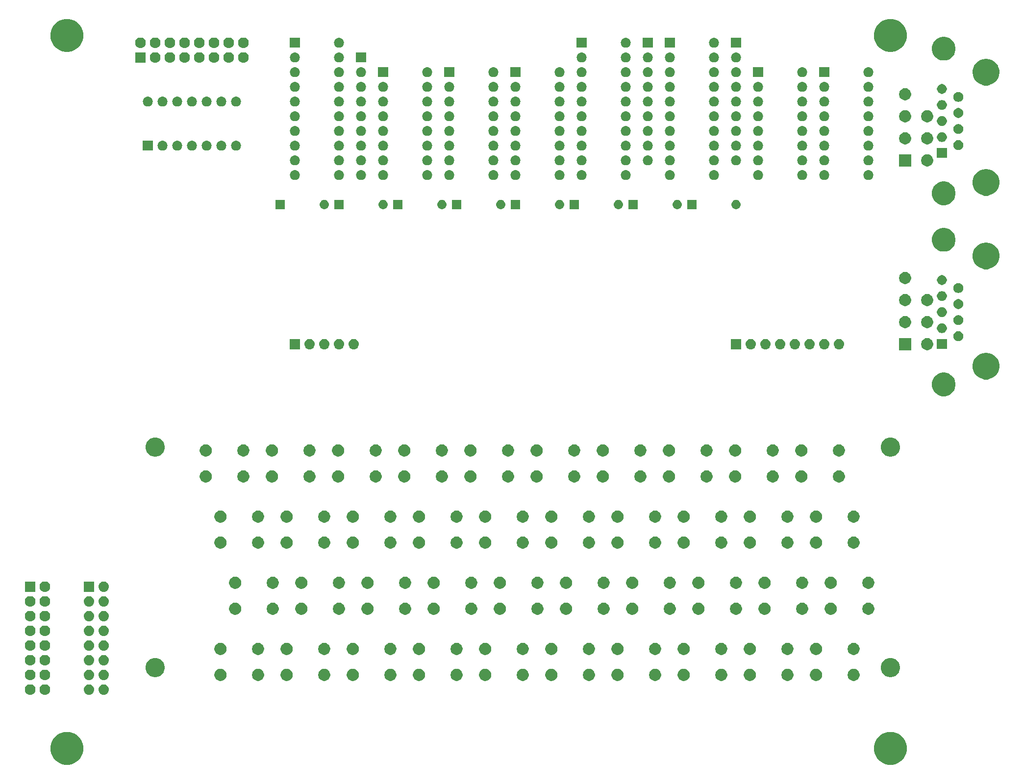
<source format=gbs>
G04 #@! TF.GenerationSoftware,KiCad,Pcbnew,(5.1.2-1)-1*
G04 #@! TF.CreationDate,2022-11-22T18:58:20+01:00*
G04 #@! TF.ProjectId,top5x8kbd,746f7035-7838-46b6-9264-2e6b69636164,rev?*
G04 #@! TF.SameCoordinates,Original*
G04 #@! TF.FileFunction,Soldermask,Bot*
G04 #@! TF.FilePolarity,Negative*
%FSLAX46Y46*%
G04 Gerber Fmt 4.6, Leading zero omitted, Abs format (unit mm)*
G04 Created by KiCad (PCBNEW (5.1.2-1)-1) date 2022-11-22 18:58:20*
%MOMM*%
%LPD*%
G04 APERTURE LIST*
%ADD10C,0.150000*%
G04 APERTURE END LIST*
D10*
G36*
X169466202Y-136903781D02*
G01*
X169741606Y-136958562D01*
X170260455Y-137173476D01*
X170727407Y-137485484D01*
X171124516Y-137882593D01*
X171436524Y-138349545D01*
X171651438Y-138868394D01*
X171761000Y-139419201D01*
X171761000Y-139980799D01*
X171651438Y-140531606D01*
X171436524Y-141050455D01*
X171124516Y-141517407D01*
X170727407Y-141914516D01*
X170260455Y-142226524D01*
X169741606Y-142441438D01*
X169190800Y-142551000D01*
X168629200Y-142551000D01*
X168078394Y-142441438D01*
X167559545Y-142226524D01*
X167092593Y-141914516D01*
X166695484Y-141517407D01*
X166383476Y-141050455D01*
X166168562Y-140531606D01*
X166059000Y-139980799D01*
X166059000Y-139419201D01*
X166168562Y-138868394D01*
X166383476Y-138349545D01*
X166695484Y-137882593D01*
X167092593Y-137485484D01*
X167559545Y-137173476D01*
X168078394Y-136958562D01*
X168353798Y-136903781D01*
X168629200Y-136849000D01*
X169190800Y-136849000D01*
X169466202Y-136903781D01*
X169466202Y-136903781D01*
G37*
G36*
X27226202Y-136903781D02*
G01*
X27501606Y-136958562D01*
X28020455Y-137173476D01*
X28487407Y-137485484D01*
X28884516Y-137882593D01*
X29196524Y-138349545D01*
X29411438Y-138868394D01*
X29521000Y-139419201D01*
X29521000Y-139980799D01*
X29411438Y-140531606D01*
X29196524Y-141050455D01*
X28884516Y-141517407D01*
X28487407Y-141914516D01*
X28020455Y-142226524D01*
X27501606Y-142441438D01*
X26950800Y-142551000D01*
X26389200Y-142551000D01*
X25838394Y-142441438D01*
X25319545Y-142226524D01*
X24852593Y-141914516D01*
X24455484Y-141517407D01*
X24143476Y-141050455D01*
X23928562Y-140531606D01*
X23819000Y-139980799D01*
X23819000Y-139419201D01*
X23928562Y-138868394D01*
X24143476Y-138349545D01*
X24455484Y-137882593D01*
X24852593Y-137485484D01*
X25319545Y-137173476D01*
X25838394Y-136958562D01*
X26113798Y-136903781D01*
X26389200Y-136849000D01*
X26950800Y-136849000D01*
X27226202Y-136903781D01*
X27226202Y-136903781D01*
G37*
G36*
X23039294Y-128638633D02*
G01*
X23211695Y-128690931D01*
X23370583Y-128775858D01*
X23509849Y-128890151D01*
X23624142Y-129029417D01*
X23709069Y-129188305D01*
X23761367Y-129360706D01*
X23779025Y-129540000D01*
X23761367Y-129719294D01*
X23709069Y-129891695D01*
X23624142Y-130050583D01*
X23509849Y-130189849D01*
X23370583Y-130304142D01*
X23211695Y-130389069D01*
X23039294Y-130441367D01*
X22904931Y-130454600D01*
X22815069Y-130454600D01*
X22680706Y-130441367D01*
X22508305Y-130389069D01*
X22349417Y-130304142D01*
X22210151Y-130189849D01*
X22095858Y-130050583D01*
X22010931Y-129891695D01*
X21958633Y-129719294D01*
X21940975Y-129540000D01*
X21958633Y-129360706D01*
X22010931Y-129188305D01*
X22095858Y-129029417D01*
X22210151Y-128890151D01*
X22349417Y-128775858D01*
X22508305Y-128690931D01*
X22680706Y-128638633D01*
X22815069Y-128625400D01*
X22904931Y-128625400D01*
X23039294Y-128638633D01*
X23039294Y-128638633D01*
G37*
G36*
X20499294Y-128638633D02*
G01*
X20671695Y-128690931D01*
X20830583Y-128775858D01*
X20969849Y-128890151D01*
X21084142Y-129029417D01*
X21169069Y-129188305D01*
X21221367Y-129360706D01*
X21239025Y-129540000D01*
X21221367Y-129719294D01*
X21169069Y-129891695D01*
X21084142Y-130050583D01*
X20969849Y-130189849D01*
X20830583Y-130304142D01*
X20671695Y-130389069D01*
X20499294Y-130441367D01*
X20364931Y-130454600D01*
X20275069Y-130454600D01*
X20140706Y-130441367D01*
X19968305Y-130389069D01*
X19809417Y-130304142D01*
X19670151Y-130189849D01*
X19555858Y-130050583D01*
X19470931Y-129891695D01*
X19418633Y-129719294D01*
X19400975Y-129540000D01*
X19418633Y-129360706D01*
X19470931Y-129188305D01*
X19555858Y-129029417D01*
X19670151Y-128890151D01*
X19809417Y-128775858D01*
X19968305Y-128690931D01*
X20140706Y-128638633D01*
X20275069Y-128625400D01*
X20364931Y-128625400D01*
X20499294Y-128638633D01*
X20499294Y-128638633D01*
G37*
G36*
X33130443Y-128645519D02*
G01*
X33196627Y-128652037D01*
X33366466Y-128703557D01*
X33522991Y-128787222D01*
X33558729Y-128816552D01*
X33660186Y-128899814D01*
X33743448Y-129001271D01*
X33772778Y-129037009D01*
X33772779Y-129037011D01*
X33853648Y-129188304D01*
X33856443Y-129193534D01*
X33907963Y-129363373D01*
X33925359Y-129540000D01*
X33907963Y-129716627D01*
X33856443Y-129886466D01*
X33856442Y-129886468D01*
X33814611Y-129964728D01*
X33772778Y-130042991D01*
X33766547Y-130050583D01*
X33660186Y-130180186D01*
X33558729Y-130263448D01*
X33522991Y-130292778D01*
X33366466Y-130376443D01*
X33196627Y-130427963D01*
X33130443Y-130434481D01*
X33064260Y-130441000D01*
X32975740Y-130441000D01*
X32909557Y-130434481D01*
X32843373Y-130427963D01*
X32673534Y-130376443D01*
X32517009Y-130292778D01*
X32481271Y-130263448D01*
X32379814Y-130180186D01*
X32273453Y-130050583D01*
X32267222Y-130042991D01*
X32225389Y-129964728D01*
X32183558Y-129886468D01*
X32183557Y-129886466D01*
X32132037Y-129716627D01*
X32114641Y-129540000D01*
X32132037Y-129363373D01*
X32183557Y-129193534D01*
X32186353Y-129188304D01*
X32267221Y-129037011D01*
X32267222Y-129037009D01*
X32296552Y-129001271D01*
X32379814Y-128899814D01*
X32481271Y-128816552D01*
X32517009Y-128787222D01*
X32673534Y-128703557D01*
X32843373Y-128652037D01*
X32909557Y-128645519D01*
X32975740Y-128639000D01*
X33064260Y-128639000D01*
X33130443Y-128645519D01*
X33130443Y-128645519D01*
G37*
G36*
X30590443Y-128645519D02*
G01*
X30656627Y-128652037D01*
X30826466Y-128703557D01*
X30982991Y-128787222D01*
X31018729Y-128816552D01*
X31120186Y-128899814D01*
X31203448Y-129001271D01*
X31232778Y-129037009D01*
X31232779Y-129037011D01*
X31313648Y-129188304D01*
X31316443Y-129193534D01*
X31367963Y-129363373D01*
X31385359Y-129540000D01*
X31367963Y-129716627D01*
X31316443Y-129886466D01*
X31316442Y-129886468D01*
X31274611Y-129964728D01*
X31232778Y-130042991D01*
X31226547Y-130050583D01*
X31120186Y-130180186D01*
X31018729Y-130263448D01*
X30982991Y-130292778D01*
X30826466Y-130376443D01*
X30656627Y-130427963D01*
X30590443Y-130434481D01*
X30524260Y-130441000D01*
X30435740Y-130441000D01*
X30369557Y-130434481D01*
X30303373Y-130427963D01*
X30133534Y-130376443D01*
X29977009Y-130292778D01*
X29941271Y-130263448D01*
X29839814Y-130180186D01*
X29733453Y-130050583D01*
X29727222Y-130042991D01*
X29685389Y-129964728D01*
X29643558Y-129886468D01*
X29643557Y-129886466D01*
X29592037Y-129716627D01*
X29574641Y-129540000D01*
X29592037Y-129363373D01*
X29643557Y-129193534D01*
X29646353Y-129188304D01*
X29727221Y-129037011D01*
X29727222Y-129037009D01*
X29756552Y-129001271D01*
X29839814Y-128899814D01*
X29941271Y-128816552D01*
X29977009Y-128787222D01*
X30133534Y-128703557D01*
X30303373Y-128652037D01*
X30369557Y-128645519D01*
X30435740Y-128639000D01*
X30524260Y-128639000D01*
X30590443Y-128645519D01*
X30590443Y-128645519D01*
G37*
G36*
X128576564Y-125989389D02*
G01*
X128767833Y-126068615D01*
X128767835Y-126068616D01*
X128909924Y-126163557D01*
X128939973Y-126183635D01*
X129086365Y-126330027D01*
X129201385Y-126502167D01*
X129280611Y-126693436D01*
X129321000Y-126896484D01*
X129321000Y-127103516D01*
X129280611Y-127306564D01*
X129201385Y-127497833D01*
X129201384Y-127497835D01*
X129086365Y-127669973D01*
X128939973Y-127816365D01*
X128767835Y-127931384D01*
X128767834Y-127931385D01*
X128767833Y-127931385D01*
X128576564Y-128010611D01*
X128373516Y-128051000D01*
X128166484Y-128051000D01*
X127963436Y-128010611D01*
X127772167Y-127931385D01*
X127772166Y-127931385D01*
X127772165Y-127931384D01*
X127600027Y-127816365D01*
X127453635Y-127669973D01*
X127338616Y-127497835D01*
X127338615Y-127497833D01*
X127259389Y-127306564D01*
X127219000Y-127103516D01*
X127219000Y-126896484D01*
X127259389Y-126693436D01*
X127338615Y-126502167D01*
X127453635Y-126330027D01*
X127600027Y-126183635D01*
X127630076Y-126163557D01*
X127772165Y-126068616D01*
X127772167Y-126068615D01*
X127963436Y-125989389D01*
X128166484Y-125949000D01*
X128373516Y-125949000D01*
X128576564Y-125989389D01*
X128576564Y-125989389D01*
G37*
G36*
X122076564Y-125989389D02*
G01*
X122267833Y-126068615D01*
X122267835Y-126068616D01*
X122409924Y-126163557D01*
X122439973Y-126183635D01*
X122586365Y-126330027D01*
X122701385Y-126502167D01*
X122780611Y-126693436D01*
X122821000Y-126896484D01*
X122821000Y-127103516D01*
X122780611Y-127306564D01*
X122701385Y-127497833D01*
X122701384Y-127497835D01*
X122586365Y-127669973D01*
X122439973Y-127816365D01*
X122267835Y-127931384D01*
X122267834Y-127931385D01*
X122267833Y-127931385D01*
X122076564Y-128010611D01*
X121873516Y-128051000D01*
X121666484Y-128051000D01*
X121463436Y-128010611D01*
X121272167Y-127931385D01*
X121272166Y-127931385D01*
X121272165Y-127931384D01*
X121100027Y-127816365D01*
X120953635Y-127669973D01*
X120838616Y-127497835D01*
X120838615Y-127497833D01*
X120759389Y-127306564D01*
X120719000Y-127103516D01*
X120719000Y-126896484D01*
X120759389Y-126693436D01*
X120838615Y-126502167D01*
X120953635Y-126330027D01*
X121100027Y-126183635D01*
X121130076Y-126163557D01*
X121272165Y-126068616D01*
X121272167Y-126068615D01*
X121463436Y-125989389D01*
X121666484Y-125949000D01*
X121873516Y-125949000D01*
X122076564Y-125989389D01*
X122076564Y-125989389D01*
G37*
G36*
X117146564Y-125989389D02*
G01*
X117337833Y-126068615D01*
X117337835Y-126068616D01*
X117479924Y-126163557D01*
X117509973Y-126183635D01*
X117656365Y-126330027D01*
X117771385Y-126502167D01*
X117850611Y-126693436D01*
X117891000Y-126896484D01*
X117891000Y-127103516D01*
X117850611Y-127306564D01*
X117771385Y-127497833D01*
X117771384Y-127497835D01*
X117656365Y-127669973D01*
X117509973Y-127816365D01*
X117337835Y-127931384D01*
X117337834Y-127931385D01*
X117337833Y-127931385D01*
X117146564Y-128010611D01*
X116943516Y-128051000D01*
X116736484Y-128051000D01*
X116533436Y-128010611D01*
X116342167Y-127931385D01*
X116342166Y-127931385D01*
X116342165Y-127931384D01*
X116170027Y-127816365D01*
X116023635Y-127669973D01*
X115908616Y-127497835D01*
X115908615Y-127497833D01*
X115829389Y-127306564D01*
X115789000Y-127103516D01*
X115789000Y-126896484D01*
X115829389Y-126693436D01*
X115908615Y-126502167D01*
X116023635Y-126330027D01*
X116170027Y-126183635D01*
X116200076Y-126163557D01*
X116342165Y-126068616D01*
X116342167Y-126068615D01*
X116533436Y-125989389D01*
X116736484Y-125949000D01*
X116943516Y-125949000D01*
X117146564Y-125989389D01*
X117146564Y-125989389D01*
G37*
G36*
X110646564Y-125989389D02*
G01*
X110837833Y-126068615D01*
X110837835Y-126068616D01*
X110979924Y-126163557D01*
X111009973Y-126183635D01*
X111156365Y-126330027D01*
X111271385Y-126502167D01*
X111350611Y-126693436D01*
X111391000Y-126896484D01*
X111391000Y-127103516D01*
X111350611Y-127306564D01*
X111271385Y-127497833D01*
X111271384Y-127497835D01*
X111156365Y-127669973D01*
X111009973Y-127816365D01*
X110837835Y-127931384D01*
X110837834Y-127931385D01*
X110837833Y-127931385D01*
X110646564Y-128010611D01*
X110443516Y-128051000D01*
X110236484Y-128051000D01*
X110033436Y-128010611D01*
X109842167Y-127931385D01*
X109842166Y-127931385D01*
X109842165Y-127931384D01*
X109670027Y-127816365D01*
X109523635Y-127669973D01*
X109408616Y-127497835D01*
X109408615Y-127497833D01*
X109329389Y-127306564D01*
X109289000Y-127103516D01*
X109289000Y-126896484D01*
X109329389Y-126693436D01*
X109408615Y-126502167D01*
X109523635Y-126330027D01*
X109670027Y-126183635D01*
X109700076Y-126163557D01*
X109842165Y-126068616D01*
X109842167Y-126068615D01*
X110033436Y-125989389D01*
X110236484Y-125949000D01*
X110443516Y-125949000D01*
X110646564Y-125989389D01*
X110646564Y-125989389D01*
G37*
G36*
X105716564Y-125989389D02*
G01*
X105907833Y-126068615D01*
X105907835Y-126068616D01*
X106049924Y-126163557D01*
X106079973Y-126183635D01*
X106226365Y-126330027D01*
X106341385Y-126502167D01*
X106420611Y-126693436D01*
X106461000Y-126896484D01*
X106461000Y-127103516D01*
X106420611Y-127306564D01*
X106341385Y-127497833D01*
X106341384Y-127497835D01*
X106226365Y-127669973D01*
X106079973Y-127816365D01*
X105907835Y-127931384D01*
X105907834Y-127931385D01*
X105907833Y-127931385D01*
X105716564Y-128010611D01*
X105513516Y-128051000D01*
X105306484Y-128051000D01*
X105103436Y-128010611D01*
X104912167Y-127931385D01*
X104912166Y-127931385D01*
X104912165Y-127931384D01*
X104740027Y-127816365D01*
X104593635Y-127669973D01*
X104478616Y-127497835D01*
X104478615Y-127497833D01*
X104399389Y-127306564D01*
X104359000Y-127103516D01*
X104359000Y-126896484D01*
X104399389Y-126693436D01*
X104478615Y-126502167D01*
X104593635Y-126330027D01*
X104740027Y-126183635D01*
X104770076Y-126163557D01*
X104912165Y-126068616D01*
X104912167Y-126068615D01*
X105103436Y-125989389D01*
X105306484Y-125949000D01*
X105513516Y-125949000D01*
X105716564Y-125989389D01*
X105716564Y-125989389D01*
G37*
G36*
X99216564Y-125989389D02*
G01*
X99407833Y-126068615D01*
X99407835Y-126068616D01*
X99549924Y-126163557D01*
X99579973Y-126183635D01*
X99726365Y-126330027D01*
X99841385Y-126502167D01*
X99920611Y-126693436D01*
X99961000Y-126896484D01*
X99961000Y-127103516D01*
X99920611Y-127306564D01*
X99841385Y-127497833D01*
X99841384Y-127497835D01*
X99726365Y-127669973D01*
X99579973Y-127816365D01*
X99407835Y-127931384D01*
X99407834Y-127931385D01*
X99407833Y-127931385D01*
X99216564Y-128010611D01*
X99013516Y-128051000D01*
X98806484Y-128051000D01*
X98603436Y-128010611D01*
X98412167Y-127931385D01*
X98412166Y-127931385D01*
X98412165Y-127931384D01*
X98240027Y-127816365D01*
X98093635Y-127669973D01*
X97978616Y-127497835D01*
X97978615Y-127497833D01*
X97899389Y-127306564D01*
X97859000Y-127103516D01*
X97859000Y-126896484D01*
X97899389Y-126693436D01*
X97978615Y-126502167D01*
X98093635Y-126330027D01*
X98240027Y-126183635D01*
X98270076Y-126163557D01*
X98412165Y-126068616D01*
X98412167Y-126068615D01*
X98603436Y-125989389D01*
X98806484Y-125949000D01*
X99013516Y-125949000D01*
X99216564Y-125989389D01*
X99216564Y-125989389D01*
G37*
G36*
X94286564Y-125989389D02*
G01*
X94477833Y-126068615D01*
X94477835Y-126068616D01*
X94619924Y-126163557D01*
X94649973Y-126183635D01*
X94796365Y-126330027D01*
X94911385Y-126502167D01*
X94990611Y-126693436D01*
X95031000Y-126896484D01*
X95031000Y-127103516D01*
X94990611Y-127306564D01*
X94911385Y-127497833D01*
X94911384Y-127497835D01*
X94796365Y-127669973D01*
X94649973Y-127816365D01*
X94477835Y-127931384D01*
X94477834Y-127931385D01*
X94477833Y-127931385D01*
X94286564Y-128010611D01*
X94083516Y-128051000D01*
X93876484Y-128051000D01*
X93673436Y-128010611D01*
X93482167Y-127931385D01*
X93482166Y-127931385D01*
X93482165Y-127931384D01*
X93310027Y-127816365D01*
X93163635Y-127669973D01*
X93048616Y-127497835D01*
X93048615Y-127497833D01*
X92969389Y-127306564D01*
X92929000Y-127103516D01*
X92929000Y-126896484D01*
X92969389Y-126693436D01*
X93048615Y-126502167D01*
X93163635Y-126330027D01*
X93310027Y-126183635D01*
X93340076Y-126163557D01*
X93482165Y-126068616D01*
X93482167Y-126068615D01*
X93673436Y-125989389D01*
X93876484Y-125949000D01*
X94083516Y-125949000D01*
X94286564Y-125989389D01*
X94286564Y-125989389D01*
G37*
G36*
X87786564Y-125989389D02*
G01*
X87977833Y-126068615D01*
X87977835Y-126068616D01*
X88119924Y-126163557D01*
X88149973Y-126183635D01*
X88296365Y-126330027D01*
X88411385Y-126502167D01*
X88490611Y-126693436D01*
X88531000Y-126896484D01*
X88531000Y-127103516D01*
X88490611Y-127306564D01*
X88411385Y-127497833D01*
X88411384Y-127497835D01*
X88296365Y-127669973D01*
X88149973Y-127816365D01*
X87977835Y-127931384D01*
X87977834Y-127931385D01*
X87977833Y-127931385D01*
X87786564Y-128010611D01*
X87583516Y-128051000D01*
X87376484Y-128051000D01*
X87173436Y-128010611D01*
X86982167Y-127931385D01*
X86982166Y-127931385D01*
X86982165Y-127931384D01*
X86810027Y-127816365D01*
X86663635Y-127669973D01*
X86548616Y-127497835D01*
X86548615Y-127497833D01*
X86469389Y-127306564D01*
X86429000Y-127103516D01*
X86429000Y-126896484D01*
X86469389Y-126693436D01*
X86548615Y-126502167D01*
X86663635Y-126330027D01*
X86810027Y-126183635D01*
X86840076Y-126163557D01*
X86982165Y-126068616D01*
X86982167Y-126068615D01*
X87173436Y-125989389D01*
X87376484Y-125949000D01*
X87583516Y-125949000D01*
X87786564Y-125989389D01*
X87786564Y-125989389D01*
G37*
G36*
X82856564Y-125989389D02*
G01*
X83047833Y-126068615D01*
X83047835Y-126068616D01*
X83189924Y-126163557D01*
X83219973Y-126183635D01*
X83366365Y-126330027D01*
X83481385Y-126502167D01*
X83560611Y-126693436D01*
X83601000Y-126896484D01*
X83601000Y-127103516D01*
X83560611Y-127306564D01*
X83481385Y-127497833D01*
X83481384Y-127497835D01*
X83366365Y-127669973D01*
X83219973Y-127816365D01*
X83047835Y-127931384D01*
X83047834Y-127931385D01*
X83047833Y-127931385D01*
X82856564Y-128010611D01*
X82653516Y-128051000D01*
X82446484Y-128051000D01*
X82243436Y-128010611D01*
X82052167Y-127931385D01*
X82052166Y-127931385D01*
X82052165Y-127931384D01*
X81880027Y-127816365D01*
X81733635Y-127669973D01*
X81618616Y-127497835D01*
X81618615Y-127497833D01*
X81539389Y-127306564D01*
X81499000Y-127103516D01*
X81499000Y-126896484D01*
X81539389Y-126693436D01*
X81618615Y-126502167D01*
X81733635Y-126330027D01*
X81880027Y-126183635D01*
X81910076Y-126163557D01*
X82052165Y-126068616D01*
X82052167Y-126068615D01*
X82243436Y-125989389D01*
X82446484Y-125949000D01*
X82653516Y-125949000D01*
X82856564Y-125989389D01*
X82856564Y-125989389D01*
G37*
G36*
X76356564Y-125989389D02*
G01*
X76547833Y-126068615D01*
X76547835Y-126068616D01*
X76689924Y-126163557D01*
X76719973Y-126183635D01*
X76866365Y-126330027D01*
X76981385Y-126502167D01*
X77060611Y-126693436D01*
X77101000Y-126896484D01*
X77101000Y-127103516D01*
X77060611Y-127306564D01*
X76981385Y-127497833D01*
X76981384Y-127497835D01*
X76866365Y-127669973D01*
X76719973Y-127816365D01*
X76547835Y-127931384D01*
X76547834Y-127931385D01*
X76547833Y-127931385D01*
X76356564Y-128010611D01*
X76153516Y-128051000D01*
X75946484Y-128051000D01*
X75743436Y-128010611D01*
X75552167Y-127931385D01*
X75552166Y-127931385D01*
X75552165Y-127931384D01*
X75380027Y-127816365D01*
X75233635Y-127669973D01*
X75118616Y-127497835D01*
X75118615Y-127497833D01*
X75039389Y-127306564D01*
X74999000Y-127103516D01*
X74999000Y-126896484D01*
X75039389Y-126693436D01*
X75118615Y-126502167D01*
X75233635Y-126330027D01*
X75380027Y-126183635D01*
X75410076Y-126163557D01*
X75552165Y-126068616D01*
X75552167Y-126068615D01*
X75743436Y-125989389D01*
X75946484Y-125949000D01*
X76153516Y-125949000D01*
X76356564Y-125989389D01*
X76356564Y-125989389D01*
G37*
G36*
X71426564Y-125989389D02*
G01*
X71617833Y-126068615D01*
X71617835Y-126068616D01*
X71759924Y-126163557D01*
X71789973Y-126183635D01*
X71936365Y-126330027D01*
X72051385Y-126502167D01*
X72130611Y-126693436D01*
X72171000Y-126896484D01*
X72171000Y-127103516D01*
X72130611Y-127306564D01*
X72051385Y-127497833D01*
X72051384Y-127497835D01*
X71936365Y-127669973D01*
X71789973Y-127816365D01*
X71617835Y-127931384D01*
X71617834Y-127931385D01*
X71617833Y-127931385D01*
X71426564Y-128010611D01*
X71223516Y-128051000D01*
X71016484Y-128051000D01*
X70813436Y-128010611D01*
X70622167Y-127931385D01*
X70622166Y-127931385D01*
X70622165Y-127931384D01*
X70450027Y-127816365D01*
X70303635Y-127669973D01*
X70188616Y-127497835D01*
X70188615Y-127497833D01*
X70109389Y-127306564D01*
X70069000Y-127103516D01*
X70069000Y-126896484D01*
X70109389Y-126693436D01*
X70188615Y-126502167D01*
X70303635Y-126330027D01*
X70450027Y-126183635D01*
X70480076Y-126163557D01*
X70622165Y-126068616D01*
X70622167Y-126068615D01*
X70813436Y-125989389D01*
X71016484Y-125949000D01*
X71223516Y-125949000D01*
X71426564Y-125989389D01*
X71426564Y-125989389D01*
G37*
G36*
X64926564Y-125989389D02*
G01*
X65117833Y-126068615D01*
X65117835Y-126068616D01*
X65259924Y-126163557D01*
X65289973Y-126183635D01*
X65436365Y-126330027D01*
X65551385Y-126502167D01*
X65630611Y-126693436D01*
X65671000Y-126896484D01*
X65671000Y-127103516D01*
X65630611Y-127306564D01*
X65551385Y-127497833D01*
X65551384Y-127497835D01*
X65436365Y-127669973D01*
X65289973Y-127816365D01*
X65117835Y-127931384D01*
X65117834Y-127931385D01*
X65117833Y-127931385D01*
X64926564Y-128010611D01*
X64723516Y-128051000D01*
X64516484Y-128051000D01*
X64313436Y-128010611D01*
X64122167Y-127931385D01*
X64122166Y-127931385D01*
X64122165Y-127931384D01*
X63950027Y-127816365D01*
X63803635Y-127669973D01*
X63688616Y-127497835D01*
X63688615Y-127497833D01*
X63609389Y-127306564D01*
X63569000Y-127103516D01*
X63569000Y-126896484D01*
X63609389Y-126693436D01*
X63688615Y-126502167D01*
X63803635Y-126330027D01*
X63950027Y-126183635D01*
X63980076Y-126163557D01*
X64122165Y-126068616D01*
X64122167Y-126068615D01*
X64313436Y-125989389D01*
X64516484Y-125949000D01*
X64723516Y-125949000D01*
X64926564Y-125989389D01*
X64926564Y-125989389D01*
G37*
G36*
X59996564Y-125989389D02*
G01*
X60187833Y-126068615D01*
X60187835Y-126068616D01*
X60329924Y-126163557D01*
X60359973Y-126183635D01*
X60506365Y-126330027D01*
X60621385Y-126502167D01*
X60700611Y-126693436D01*
X60741000Y-126896484D01*
X60741000Y-127103516D01*
X60700611Y-127306564D01*
X60621385Y-127497833D01*
X60621384Y-127497835D01*
X60506365Y-127669973D01*
X60359973Y-127816365D01*
X60187835Y-127931384D01*
X60187834Y-127931385D01*
X60187833Y-127931385D01*
X59996564Y-128010611D01*
X59793516Y-128051000D01*
X59586484Y-128051000D01*
X59383436Y-128010611D01*
X59192167Y-127931385D01*
X59192166Y-127931385D01*
X59192165Y-127931384D01*
X59020027Y-127816365D01*
X58873635Y-127669973D01*
X58758616Y-127497835D01*
X58758615Y-127497833D01*
X58679389Y-127306564D01*
X58639000Y-127103516D01*
X58639000Y-126896484D01*
X58679389Y-126693436D01*
X58758615Y-126502167D01*
X58873635Y-126330027D01*
X59020027Y-126183635D01*
X59050076Y-126163557D01*
X59192165Y-126068616D01*
X59192167Y-126068615D01*
X59383436Y-125989389D01*
X59586484Y-125949000D01*
X59793516Y-125949000D01*
X59996564Y-125989389D01*
X59996564Y-125989389D01*
G37*
G36*
X53496564Y-125989389D02*
G01*
X53687833Y-126068615D01*
X53687835Y-126068616D01*
X53829924Y-126163557D01*
X53859973Y-126183635D01*
X54006365Y-126330027D01*
X54121385Y-126502167D01*
X54200611Y-126693436D01*
X54241000Y-126896484D01*
X54241000Y-127103516D01*
X54200611Y-127306564D01*
X54121385Y-127497833D01*
X54121384Y-127497835D01*
X54006365Y-127669973D01*
X53859973Y-127816365D01*
X53687835Y-127931384D01*
X53687834Y-127931385D01*
X53687833Y-127931385D01*
X53496564Y-128010611D01*
X53293516Y-128051000D01*
X53086484Y-128051000D01*
X52883436Y-128010611D01*
X52692167Y-127931385D01*
X52692166Y-127931385D01*
X52692165Y-127931384D01*
X52520027Y-127816365D01*
X52373635Y-127669973D01*
X52258616Y-127497835D01*
X52258615Y-127497833D01*
X52179389Y-127306564D01*
X52139000Y-127103516D01*
X52139000Y-126896484D01*
X52179389Y-126693436D01*
X52258615Y-126502167D01*
X52373635Y-126330027D01*
X52520027Y-126183635D01*
X52550076Y-126163557D01*
X52692165Y-126068616D01*
X52692167Y-126068615D01*
X52883436Y-125989389D01*
X53086484Y-125949000D01*
X53293516Y-125949000D01*
X53496564Y-125989389D01*
X53496564Y-125989389D01*
G37*
G36*
X133506564Y-125989389D02*
G01*
X133697833Y-126068615D01*
X133697835Y-126068616D01*
X133839924Y-126163557D01*
X133869973Y-126183635D01*
X134016365Y-126330027D01*
X134131385Y-126502167D01*
X134210611Y-126693436D01*
X134251000Y-126896484D01*
X134251000Y-127103516D01*
X134210611Y-127306564D01*
X134131385Y-127497833D01*
X134131384Y-127497835D01*
X134016365Y-127669973D01*
X133869973Y-127816365D01*
X133697835Y-127931384D01*
X133697834Y-127931385D01*
X133697833Y-127931385D01*
X133506564Y-128010611D01*
X133303516Y-128051000D01*
X133096484Y-128051000D01*
X132893436Y-128010611D01*
X132702167Y-127931385D01*
X132702166Y-127931385D01*
X132702165Y-127931384D01*
X132530027Y-127816365D01*
X132383635Y-127669973D01*
X132268616Y-127497835D01*
X132268615Y-127497833D01*
X132189389Y-127306564D01*
X132149000Y-127103516D01*
X132149000Y-126896484D01*
X132189389Y-126693436D01*
X132268615Y-126502167D01*
X132383635Y-126330027D01*
X132530027Y-126183635D01*
X132560076Y-126163557D01*
X132702165Y-126068616D01*
X132702167Y-126068615D01*
X132893436Y-125989389D01*
X133096484Y-125949000D01*
X133303516Y-125949000D01*
X133506564Y-125989389D01*
X133506564Y-125989389D01*
G37*
G36*
X151436564Y-125989389D02*
G01*
X151627833Y-126068615D01*
X151627835Y-126068616D01*
X151769924Y-126163557D01*
X151799973Y-126183635D01*
X151946365Y-126330027D01*
X152061385Y-126502167D01*
X152140611Y-126693436D01*
X152181000Y-126896484D01*
X152181000Y-127103516D01*
X152140611Y-127306564D01*
X152061385Y-127497833D01*
X152061384Y-127497835D01*
X151946365Y-127669973D01*
X151799973Y-127816365D01*
X151627835Y-127931384D01*
X151627834Y-127931385D01*
X151627833Y-127931385D01*
X151436564Y-128010611D01*
X151233516Y-128051000D01*
X151026484Y-128051000D01*
X150823436Y-128010611D01*
X150632167Y-127931385D01*
X150632166Y-127931385D01*
X150632165Y-127931384D01*
X150460027Y-127816365D01*
X150313635Y-127669973D01*
X150198616Y-127497835D01*
X150198615Y-127497833D01*
X150119389Y-127306564D01*
X150079000Y-127103516D01*
X150079000Y-126896484D01*
X150119389Y-126693436D01*
X150198615Y-126502167D01*
X150313635Y-126330027D01*
X150460027Y-126183635D01*
X150490076Y-126163557D01*
X150632165Y-126068616D01*
X150632167Y-126068615D01*
X150823436Y-125989389D01*
X151026484Y-125949000D01*
X151233516Y-125949000D01*
X151436564Y-125989389D01*
X151436564Y-125989389D01*
G37*
G36*
X140006564Y-125989389D02*
G01*
X140197833Y-126068615D01*
X140197835Y-126068616D01*
X140339924Y-126163557D01*
X140369973Y-126183635D01*
X140516365Y-126330027D01*
X140631385Y-126502167D01*
X140710611Y-126693436D01*
X140751000Y-126896484D01*
X140751000Y-127103516D01*
X140710611Y-127306564D01*
X140631385Y-127497833D01*
X140631384Y-127497835D01*
X140516365Y-127669973D01*
X140369973Y-127816365D01*
X140197835Y-127931384D01*
X140197834Y-127931385D01*
X140197833Y-127931385D01*
X140006564Y-128010611D01*
X139803516Y-128051000D01*
X139596484Y-128051000D01*
X139393436Y-128010611D01*
X139202167Y-127931385D01*
X139202166Y-127931385D01*
X139202165Y-127931384D01*
X139030027Y-127816365D01*
X138883635Y-127669973D01*
X138768616Y-127497835D01*
X138768615Y-127497833D01*
X138689389Y-127306564D01*
X138649000Y-127103516D01*
X138649000Y-126896484D01*
X138689389Y-126693436D01*
X138768615Y-126502167D01*
X138883635Y-126330027D01*
X139030027Y-126183635D01*
X139060076Y-126163557D01*
X139202165Y-126068616D01*
X139202167Y-126068615D01*
X139393436Y-125989389D01*
X139596484Y-125949000D01*
X139803516Y-125949000D01*
X140006564Y-125989389D01*
X140006564Y-125989389D01*
G37*
G36*
X144936564Y-125989389D02*
G01*
X145127833Y-126068615D01*
X145127835Y-126068616D01*
X145269924Y-126163557D01*
X145299973Y-126183635D01*
X145446365Y-126330027D01*
X145561385Y-126502167D01*
X145640611Y-126693436D01*
X145681000Y-126896484D01*
X145681000Y-127103516D01*
X145640611Y-127306564D01*
X145561385Y-127497833D01*
X145561384Y-127497835D01*
X145446365Y-127669973D01*
X145299973Y-127816365D01*
X145127835Y-127931384D01*
X145127834Y-127931385D01*
X145127833Y-127931385D01*
X144936564Y-128010611D01*
X144733516Y-128051000D01*
X144526484Y-128051000D01*
X144323436Y-128010611D01*
X144132167Y-127931385D01*
X144132166Y-127931385D01*
X144132165Y-127931384D01*
X143960027Y-127816365D01*
X143813635Y-127669973D01*
X143698616Y-127497835D01*
X143698615Y-127497833D01*
X143619389Y-127306564D01*
X143579000Y-127103516D01*
X143579000Y-126896484D01*
X143619389Y-126693436D01*
X143698615Y-126502167D01*
X143813635Y-126330027D01*
X143960027Y-126183635D01*
X143990076Y-126163557D01*
X144132165Y-126068616D01*
X144132167Y-126068615D01*
X144323436Y-125989389D01*
X144526484Y-125949000D01*
X144733516Y-125949000D01*
X144936564Y-125989389D01*
X144936564Y-125989389D01*
G37*
G36*
X162866564Y-125989389D02*
G01*
X163057833Y-126068615D01*
X163057835Y-126068616D01*
X163199924Y-126163557D01*
X163229973Y-126183635D01*
X163376365Y-126330027D01*
X163491385Y-126502167D01*
X163570611Y-126693436D01*
X163611000Y-126896484D01*
X163611000Y-127103516D01*
X163570611Y-127306564D01*
X163491385Y-127497833D01*
X163491384Y-127497835D01*
X163376365Y-127669973D01*
X163229973Y-127816365D01*
X163057835Y-127931384D01*
X163057834Y-127931385D01*
X163057833Y-127931385D01*
X162866564Y-128010611D01*
X162663516Y-128051000D01*
X162456484Y-128051000D01*
X162253436Y-128010611D01*
X162062167Y-127931385D01*
X162062166Y-127931385D01*
X162062165Y-127931384D01*
X161890027Y-127816365D01*
X161743635Y-127669973D01*
X161628616Y-127497835D01*
X161628615Y-127497833D01*
X161549389Y-127306564D01*
X161509000Y-127103516D01*
X161509000Y-126896484D01*
X161549389Y-126693436D01*
X161628615Y-126502167D01*
X161743635Y-126330027D01*
X161890027Y-126183635D01*
X161920076Y-126163557D01*
X162062165Y-126068616D01*
X162062167Y-126068615D01*
X162253436Y-125989389D01*
X162456484Y-125949000D01*
X162663516Y-125949000D01*
X162866564Y-125989389D01*
X162866564Y-125989389D01*
G37*
G36*
X156366564Y-125989389D02*
G01*
X156557833Y-126068615D01*
X156557835Y-126068616D01*
X156699924Y-126163557D01*
X156729973Y-126183635D01*
X156876365Y-126330027D01*
X156991385Y-126502167D01*
X157070611Y-126693436D01*
X157111000Y-126896484D01*
X157111000Y-127103516D01*
X157070611Y-127306564D01*
X156991385Y-127497833D01*
X156991384Y-127497835D01*
X156876365Y-127669973D01*
X156729973Y-127816365D01*
X156557835Y-127931384D01*
X156557834Y-127931385D01*
X156557833Y-127931385D01*
X156366564Y-128010611D01*
X156163516Y-128051000D01*
X155956484Y-128051000D01*
X155753436Y-128010611D01*
X155562167Y-127931385D01*
X155562166Y-127931385D01*
X155562165Y-127931384D01*
X155390027Y-127816365D01*
X155243635Y-127669973D01*
X155128616Y-127497835D01*
X155128615Y-127497833D01*
X155049389Y-127306564D01*
X155009000Y-127103516D01*
X155009000Y-126896484D01*
X155049389Y-126693436D01*
X155128615Y-126502167D01*
X155243635Y-126330027D01*
X155390027Y-126183635D01*
X155420076Y-126163557D01*
X155562165Y-126068616D01*
X155562167Y-126068615D01*
X155753436Y-125989389D01*
X155956484Y-125949000D01*
X156163516Y-125949000D01*
X156366564Y-125989389D01*
X156366564Y-125989389D01*
G37*
G36*
X20499294Y-126098633D02*
G01*
X20671695Y-126150931D01*
X20830583Y-126235858D01*
X20969849Y-126350151D01*
X21084142Y-126489417D01*
X21169069Y-126648305D01*
X21221367Y-126820706D01*
X21239025Y-127000000D01*
X21221367Y-127179294D01*
X21169069Y-127351695D01*
X21084142Y-127510583D01*
X20969849Y-127649849D01*
X20830583Y-127764142D01*
X20671695Y-127849069D01*
X20499294Y-127901367D01*
X20364931Y-127914600D01*
X20275069Y-127914600D01*
X20140706Y-127901367D01*
X19968305Y-127849069D01*
X19809417Y-127764142D01*
X19670151Y-127649849D01*
X19555858Y-127510583D01*
X19470931Y-127351695D01*
X19418633Y-127179294D01*
X19400975Y-127000000D01*
X19418633Y-126820706D01*
X19470931Y-126648305D01*
X19555858Y-126489417D01*
X19670151Y-126350151D01*
X19809417Y-126235858D01*
X19968305Y-126150931D01*
X20140706Y-126098633D01*
X20275069Y-126085400D01*
X20364931Y-126085400D01*
X20499294Y-126098633D01*
X20499294Y-126098633D01*
G37*
G36*
X23039294Y-126098633D02*
G01*
X23211695Y-126150931D01*
X23370583Y-126235858D01*
X23509849Y-126350151D01*
X23624142Y-126489417D01*
X23709069Y-126648305D01*
X23761367Y-126820706D01*
X23779025Y-127000000D01*
X23761367Y-127179294D01*
X23709069Y-127351695D01*
X23624142Y-127510583D01*
X23509849Y-127649849D01*
X23370583Y-127764142D01*
X23211695Y-127849069D01*
X23039294Y-127901367D01*
X22904931Y-127914600D01*
X22815069Y-127914600D01*
X22680706Y-127901367D01*
X22508305Y-127849069D01*
X22349417Y-127764142D01*
X22210151Y-127649849D01*
X22095858Y-127510583D01*
X22010931Y-127351695D01*
X21958633Y-127179294D01*
X21940975Y-127000000D01*
X21958633Y-126820706D01*
X22010931Y-126648305D01*
X22095858Y-126489417D01*
X22210151Y-126350151D01*
X22349417Y-126235858D01*
X22508305Y-126150931D01*
X22680706Y-126098633D01*
X22815069Y-126085400D01*
X22904931Y-126085400D01*
X23039294Y-126098633D01*
X23039294Y-126098633D01*
G37*
G36*
X30590443Y-126105519D02*
G01*
X30656627Y-126112037D01*
X30826466Y-126163557D01*
X30982991Y-126247222D01*
X31018729Y-126276552D01*
X31120186Y-126359814D01*
X31203448Y-126461271D01*
X31232778Y-126497009D01*
X31232779Y-126497011D01*
X31313648Y-126648304D01*
X31316443Y-126653534D01*
X31367963Y-126823373D01*
X31385359Y-127000000D01*
X31367963Y-127176627D01*
X31316443Y-127346466D01*
X31316442Y-127346468D01*
X31297984Y-127381000D01*
X31232778Y-127502991D01*
X31226547Y-127510583D01*
X31120186Y-127640186D01*
X31018729Y-127723448D01*
X30982991Y-127752778D01*
X30826466Y-127836443D01*
X30656627Y-127887963D01*
X30590442Y-127894482D01*
X30524260Y-127901000D01*
X30435740Y-127901000D01*
X30369558Y-127894482D01*
X30303373Y-127887963D01*
X30133534Y-127836443D01*
X29977009Y-127752778D01*
X29941271Y-127723448D01*
X29839814Y-127640186D01*
X29733453Y-127510583D01*
X29727222Y-127502991D01*
X29662016Y-127381000D01*
X29643558Y-127346468D01*
X29643557Y-127346466D01*
X29592037Y-127176627D01*
X29574641Y-127000000D01*
X29592037Y-126823373D01*
X29643557Y-126653534D01*
X29646353Y-126648304D01*
X29727221Y-126497011D01*
X29727222Y-126497009D01*
X29756552Y-126461271D01*
X29839814Y-126359814D01*
X29941271Y-126276552D01*
X29977009Y-126247222D01*
X30133534Y-126163557D01*
X30303373Y-126112037D01*
X30369557Y-126105519D01*
X30435740Y-126099000D01*
X30524260Y-126099000D01*
X30590443Y-126105519D01*
X30590443Y-126105519D01*
G37*
G36*
X33130443Y-126105519D02*
G01*
X33196627Y-126112037D01*
X33366466Y-126163557D01*
X33522991Y-126247222D01*
X33558729Y-126276552D01*
X33660186Y-126359814D01*
X33743448Y-126461271D01*
X33772778Y-126497009D01*
X33772779Y-126497011D01*
X33853648Y-126648304D01*
X33856443Y-126653534D01*
X33907963Y-126823373D01*
X33925359Y-127000000D01*
X33907963Y-127176627D01*
X33856443Y-127346466D01*
X33856442Y-127346468D01*
X33837984Y-127381000D01*
X33772778Y-127502991D01*
X33766547Y-127510583D01*
X33660186Y-127640186D01*
X33558729Y-127723448D01*
X33522991Y-127752778D01*
X33366466Y-127836443D01*
X33196627Y-127887963D01*
X33130442Y-127894482D01*
X33064260Y-127901000D01*
X32975740Y-127901000D01*
X32909558Y-127894482D01*
X32843373Y-127887963D01*
X32673534Y-127836443D01*
X32517009Y-127752778D01*
X32481271Y-127723448D01*
X32379814Y-127640186D01*
X32273453Y-127510583D01*
X32267222Y-127502991D01*
X32202016Y-127381000D01*
X32183558Y-127346468D01*
X32183557Y-127346466D01*
X32132037Y-127176627D01*
X32114641Y-127000000D01*
X32132037Y-126823373D01*
X32183557Y-126653534D01*
X32186353Y-126648304D01*
X32267221Y-126497011D01*
X32267222Y-126497009D01*
X32296552Y-126461271D01*
X32379814Y-126359814D01*
X32481271Y-126276552D01*
X32517009Y-126247222D01*
X32673534Y-126163557D01*
X32843373Y-126112037D01*
X32909557Y-126105519D01*
X32975740Y-126099000D01*
X33064260Y-126099000D01*
X33130443Y-126105519D01*
X33130443Y-126105519D01*
G37*
G36*
X42285256Y-124121298D02*
G01*
X42391579Y-124142447D01*
X42692042Y-124266903D01*
X42962451Y-124447585D01*
X43192415Y-124677549D01*
X43373097Y-124947958D01*
X43482790Y-125212779D01*
X43497553Y-125248422D01*
X43561000Y-125567389D01*
X43561000Y-125892611D01*
X43541749Y-125989390D01*
X43497553Y-126211579D01*
X43409550Y-126424037D01*
X43377188Y-126502167D01*
X43373097Y-126512042D01*
X43192415Y-126782451D01*
X42962451Y-127012415D01*
X42692042Y-127193097D01*
X42391579Y-127317553D01*
X42285256Y-127338702D01*
X42072611Y-127381000D01*
X41747389Y-127381000D01*
X41534744Y-127338702D01*
X41428421Y-127317553D01*
X41127958Y-127193097D01*
X40857549Y-127012415D01*
X40627585Y-126782451D01*
X40446903Y-126512042D01*
X40442813Y-126502167D01*
X40410450Y-126424037D01*
X40322447Y-126211579D01*
X40278251Y-125989390D01*
X40259000Y-125892611D01*
X40259000Y-125567389D01*
X40322447Y-125248422D01*
X40337211Y-125212779D01*
X40446903Y-124947958D01*
X40627585Y-124677549D01*
X40857549Y-124447585D01*
X41127958Y-124266903D01*
X41428421Y-124142447D01*
X41534744Y-124121298D01*
X41747389Y-124079000D01*
X42072611Y-124079000D01*
X42285256Y-124121298D01*
X42285256Y-124121298D01*
G37*
G36*
X169285256Y-124121298D02*
G01*
X169391579Y-124142447D01*
X169692042Y-124266903D01*
X169962451Y-124447585D01*
X170192415Y-124677549D01*
X170373097Y-124947958D01*
X170482790Y-125212779D01*
X170497553Y-125248422D01*
X170561000Y-125567389D01*
X170561000Y-125892611D01*
X170541749Y-125989390D01*
X170497553Y-126211579D01*
X170409550Y-126424037D01*
X170377188Y-126502167D01*
X170373097Y-126512042D01*
X170192415Y-126782451D01*
X169962451Y-127012415D01*
X169692042Y-127193097D01*
X169391579Y-127317553D01*
X169285256Y-127338702D01*
X169072611Y-127381000D01*
X168747389Y-127381000D01*
X168534744Y-127338702D01*
X168428421Y-127317553D01*
X168127958Y-127193097D01*
X167857549Y-127012415D01*
X167627585Y-126782451D01*
X167446903Y-126512042D01*
X167442813Y-126502167D01*
X167410450Y-126424037D01*
X167322447Y-126211579D01*
X167278251Y-125989390D01*
X167259000Y-125892611D01*
X167259000Y-125567389D01*
X167322447Y-125248422D01*
X167337211Y-125212779D01*
X167446903Y-124947958D01*
X167627585Y-124677549D01*
X167857549Y-124447585D01*
X168127958Y-124266903D01*
X168428421Y-124142447D01*
X168534744Y-124121298D01*
X168747389Y-124079000D01*
X169072611Y-124079000D01*
X169285256Y-124121298D01*
X169285256Y-124121298D01*
G37*
G36*
X20499294Y-123558633D02*
G01*
X20671695Y-123610931D01*
X20830583Y-123695858D01*
X20969849Y-123810151D01*
X21084142Y-123949417D01*
X21169069Y-124108305D01*
X21221367Y-124280706D01*
X21239025Y-124460000D01*
X21221367Y-124639294D01*
X21169069Y-124811695D01*
X21084142Y-124970583D01*
X20969849Y-125109849D01*
X20830583Y-125224142D01*
X20671695Y-125309069D01*
X20499294Y-125361367D01*
X20364931Y-125374600D01*
X20275069Y-125374600D01*
X20140706Y-125361367D01*
X19968305Y-125309069D01*
X19809417Y-125224142D01*
X19670151Y-125109849D01*
X19555858Y-124970583D01*
X19470931Y-124811695D01*
X19418633Y-124639294D01*
X19400975Y-124460000D01*
X19418633Y-124280706D01*
X19470931Y-124108305D01*
X19555858Y-123949417D01*
X19670151Y-123810151D01*
X19809417Y-123695858D01*
X19968305Y-123610931D01*
X20140706Y-123558633D01*
X20275069Y-123545400D01*
X20364931Y-123545400D01*
X20499294Y-123558633D01*
X20499294Y-123558633D01*
G37*
G36*
X23039294Y-123558633D02*
G01*
X23211695Y-123610931D01*
X23370583Y-123695858D01*
X23509849Y-123810151D01*
X23624142Y-123949417D01*
X23709069Y-124108305D01*
X23761367Y-124280706D01*
X23779025Y-124460000D01*
X23761367Y-124639294D01*
X23709069Y-124811695D01*
X23624142Y-124970583D01*
X23509849Y-125109849D01*
X23370583Y-125224142D01*
X23211695Y-125309069D01*
X23039294Y-125361367D01*
X22904931Y-125374600D01*
X22815069Y-125374600D01*
X22680706Y-125361367D01*
X22508305Y-125309069D01*
X22349417Y-125224142D01*
X22210151Y-125109849D01*
X22095858Y-124970583D01*
X22010931Y-124811695D01*
X21958633Y-124639294D01*
X21940975Y-124460000D01*
X21958633Y-124280706D01*
X22010931Y-124108305D01*
X22095858Y-123949417D01*
X22210151Y-123810151D01*
X22349417Y-123695858D01*
X22508305Y-123610931D01*
X22680706Y-123558633D01*
X22815069Y-123545400D01*
X22904931Y-123545400D01*
X23039294Y-123558633D01*
X23039294Y-123558633D01*
G37*
G36*
X30590442Y-123565518D02*
G01*
X30656627Y-123572037D01*
X30826466Y-123623557D01*
X30982991Y-123707222D01*
X31018729Y-123736552D01*
X31120186Y-123819814D01*
X31203448Y-123921271D01*
X31232778Y-123957009D01*
X31232779Y-123957011D01*
X31313648Y-124108304D01*
X31316443Y-124113534D01*
X31367963Y-124283373D01*
X31385359Y-124460000D01*
X31367963Y-124636627D01*
X31316443Y-124806466D01*
X31316442Y-124806468D01*
X31274610Y-124884729D01*
X31232778Y-124962991D01*
X31226547Y-124970583D01*
X31120186Y-125100186D01*
X31018729Y-125183448D01*
X30982991Y-125212778D01*
X30826466Y-125296443D01*
X30656627Y-125347963D01*
X30590442Y-125354482D01*
X30524260Y-125361000D01*
X30435740Y-125361000D01*
X30369558Y-125354482D01*
X30303373Y-125347963D01*
X30133534Y-125296443D01*
X29977009Y-125212778D01*
X29941271Y-125183448D01*
X29839814Y-125100186D01*
X29733453Y-124970583D01*
X29727222Y-124962991D01*
X29685390Y-124884729D01*
X29643558Y-124806468D01*
X29643557Y-124806466D01*
X29592037Y-124636627D01*
X29574641Y-124460000D01*
X29592037Y-124283373D01*
X29643557Y-124113534D01*
X29646353Y-124108304D01*
X29727221Y-123957011D01*
X29727222Y-123957009D01*
X29756552Y-123921271D01*
X29839814Y-123819814D01*
X29941271Y-123736552D01*
X29977009Y-123707222D01*
X30133534Y-123623557D01*
X30303373Y-123572037D01*
X30369558Y-123565518D01*
X30435740Y-123559000D01*
X30524260Y-123559000D01*
X30590442Y-123565518D01*
X30590442Y-123565518D01*
G37*
G36*
X33130442Y-123565518D02*
G01*
X33196627Y-123572037D01*
X33366466Y-123623557D01*
X33522991Y-123707222D01*
X33558729Y-123736552D01*
X33660186Y-123819814D01*
X33743448Y-123921271D01*
X33772778Y-123957009D01*
X33772779Y-123957011D01*
X33853648Y-124108304D01*
X33856443Y-124113534D01*
X33907963Y-124283373D01*
X33925359Y-124460000D01*
X33907963Y-124636627D01*
X33856443Y-124806466D01*
X33856442Y-124806468D01*
X33814610Y-124884729D01*
X33772778Y-124962991D01*
X33766547Y-124970583D01*
X33660186Y-125100186D01*
X33558729Y-125183448D01*
X33522991Y-125212778D01*
X33366466Y-125296443D01*
X33196627Y-125347963D01*
X33130442Y-125354482D01*
X33064260Y-125361000D01*
X32975740Y-125361000D01*
X32909558Y-125354482D01*
X32843373Y-125347963D01*
X32673534Y-125296443D01*
X32517009Y-125212778D01*
X32481271Y-125183448D01*
X32379814Y-125100186D01*
X32273453Y-124970583D01*
X32267222Y-124962991D01*
X32225390Y-124884729D01*
X32183558Y-124806468D01*
X32183557Y-124806466D01*
X32132037Y-124636627D01*
X32114641Y-124460000D01*
X32132037Y-124283373D01*
X32183557Y-124113534D01*
X32186353Y-124108304D01*
X32267221Y-123957011D01*
X32267222Y-123957009D01*
X32296552Y-123921271D01*
X32379814Y-123819814D01*
X32481271Y-123736552D01*
X32517009Y-123707222D01*
X32673534Y-123623557D01*
X32843373Y-123572037D01*
X32909558Y-123565518D01*
X32975740Y-123559000D01*
X33064260Y-123559000D01*
X33130442Y-123565518D01*
X33130442Y-123565518D01*
G37*
G36*
X133506564Y-121489389D02*
G01*
X133697833Y-121568615D01*
X133697835Y-121568616D01*
X133705192Y-121573532D01*
X133869973Y-121683635D01*
X134016365Y-121830027D01*
X134131385Y-122002167D01*
X134210611Y-122193436D01*
X134251000Y-122396484D01*
X134251000Y-122603516D01*
X134210611Y-122806564D01*
X134204479Y-122821367D01*
X134131384Y-122997835D01*
X134016365Y-123169973D01*
X133869973Y-123316365D01*
X133697835Y-123431384D01*
X133697834Y-123431385D01*
X133697833Y-123431385D01*
X133506564Y-123510611D01*
X133303516Y-123551000D01*
X133096484Y-123551000D01*
X132893436Y-123510611D01*
X132702167Y-123431385D01*
X132702166Y-123431385D01*
X132702165Y-123431384D01*
X132530027Y-123316365D01*
X132383635Y-123169973D01*
X132268616Y-122997835D01*
X132195521Y-122821367D01*
X132189389Y-122806564D01*
X132149000Y-122603516D01*
X132149000Y-122396484D01*
X132189389Y-122193436D01*
X132268615Y-122002167D01*
X132383635Y-121830027D01*
X132530027Y-121683635D01*
X132694808Y-121573532D01*
X132702165Y-121568616D01*
X132702167Y-121568615D01*
X132893436Y-121489389D01*
X133096484Y-121449000D01*
X133303516Y-121449000D01*
X133506564Y-121489389D01*
X133506564Y-121489389D01*
G37*
G36*
X151436564Y-121489389D02*
G01*
X151627833Y-121568615D01*
X151627835Y-121568616D01*
X151635192Y-121573532D01*
X151799973Y-121683635D01*
X151946365Y-121830027D01*
X152061385Y-122002167D01*
X152140611Y-122193436D01*
X152181000Y-122396484D01*
X152181000Y-122603516D01*
X152140611Y-122806564D01*
X152134479Y-122821367D01*
X152061384Y-122997835D01*
X151946365Y-123169973D01*
X151799973Y-123316365D01*
X151627835Y-123431384D01*
X151627834Y-123431385D01*
X151627833Y-123431385D01*
X151436564Y-123510611D01*
X151233516Y-123551000D01*
X151026484Y-123551000D01*
X150823436Y-123510611D01*
X150632167Y-123431385D01*
X150632166Y-123431385D01*
X150632165Y-123431384D01*
X150460027Y-123316365D01*
X150313635Y-123169973D01*
X150198616Y-122997835D01*
X150125521Y-122821367D01*
X150119389Y-122806564D01*
X150079000Y-122603516D01*
X150079000Y-122396484D01*
X150119389Y-122193436D01*
X150198615Y-122002167D01*
X150313635Y-121830027D01*
X150460027Y-121683635D01*
X150624808Y-121573532D01*
X150632165Y-121568616D01*
X150632167Y-121568615D01*
X150823436Y-121489389D01*
X151026484Y-121449000D01*
X151233516Y-121449000D01*
X151436564Y-121489389D01*
X151436564Y-121489389D01*
G37*
G36*
X140006564Y-121489389D02*
G01*
X140197833Y-121568615D01*
X140197835Y-121568616D01*
X140205192Y-121573532D01*
X140369973Y-121683635D01*
X140516365Y-121830027D01*
X140631385Y-122002167D01*
X140710611Y-122193436D01*
X140751000Y-122396484D01*
X140751000Y-122603516D01*
X140710611Y-122806564D01*
X140704479Y-122821367D01*
X140631384Y-122997835D01*
X140516365Y-123169973D01*
X140369973Y-123316365D01*
X140197835Y-123431384D01*
X140197834Y-123431385D01*
X140197833Y-123431385D01*
X140006564Y-123510611D01*
X139803516Y-123551000D01*
X139596484Y-123551000D01*
X139393436Y-123510611D01*
X139202167Y-123431385D01*
X139202166Y-123431385D01*
X139202165Y-123431384D01*
X139030027Y-123316365D01*
X138883635Y-123169973D01*
X138768616Y-122997835D01*
X138695521Y-122821367D01*
X138689389Y-122806564D01*
X138649000Y-122603516D01*
X138649000Y-122396484D01*
X138689389Y-122193436D01*
X138768615Y-122002167D01*
X138883635Y-121830027D01*
X139030027Y-121683635D01*
X139194808Y-121573532D01*
X139202165Y-121568616D01*
X139202167Y-121568615D01*
X139393436Y-121489389D01*
X139596484Y-121449000D01*
X139803516Y-121449000D01*
X140006564Y-121489389D01*
X140006564Y-121489389D01*
G37*
G36*
X162866564Y-121489389D02*
G01*
X163057833Y-121568615D01*
X163057835Y-121568616D01*
X163065192Y-121573532D01*
X163229973Y-121683635D01*
X163376365Y-121830027D01*
X163491385Y-122002167D01*
X163570611Y-122193436D01*
X163611000Y-122396484D01*
X163611000Y-122603516D01*
X163570611Y-122806564D01*
X163564479Y-122821367D01*
X163491384Y-122997835D01*
X163376365Y-123169973D01*
X163229973Y-123316365D01*
X163057835Y-123431384D01*
X163057834Y-123431385D01*
X163057833Y-123431385D01*
X162866564Y-123510611D01*
X162663516Y-123551000D01*
X162456484Y-123551000D01*
X162253436Y-123510611D01*
X162062167Y-123431385D01*
X162062166Y-123431385D01*
X162062165Y-123431384D01*
X161890027Y-123316365D01*
X161743635Y-123169973D01*
X161628616Y-122997835D01*
X161555521Y-122821367D01*
X161549389Y-122806564D01*
X161509000Y-122603516D01*
X161509000Y-122396484D01*
X161549389Y-122193436D01*
X161628615Y-122002167D01*
X161743635Y-121830027D01*
X161890027Y-121683635D01*
X162054808Y-121573532D01*
X162062165Y-121568616D01*
X162062167Y-121568615D01*
X162253436Y-121489389D01*
X162456484Y-121449000D01*
X162663516Y-121449000D01*
X162866564Y-121489389D01*
X162866564Y-121489389D01*
G37*
G36*
X122076564Y-121489389D02*
G01*
X122267833Y-121568615D01*
X122267835Y-121568616D01*
X122275192Y-121573532D01*
X122439973Y-121683635D01*
X122586365Y-121830027D01*
X122701385Y-122002167D01*
X122780611Y-122193436D01*
X122821000Y-122396484D01*
X122821000Y-122603516D01*
X122780611Y-122806564D01*
X122774479Y-122821367D01*
X122701384Y-122997835D01*
X122586365Y-123169973D01*
X122439973Y-123316365D01*
X122267835Y-123431384D01*
X122267834Y-123431385D01*
X122267833Y-123431385D01*
X122076564Y-123510611D01*
X121873516Y-123551000D01*
X121666484Y-123551000D01*
X121463436Y-123510611D01*
X121272167Y-123431385D01*
X121272166Y-123431385D01*
X121272165Y-123431384D01*
X121100027Y-123316365D01*
X120953635Y-123169973D01*
X120838616Y-122997835D01*
X120765521Y-122821367D01*
X120759389Y-122806564D01*
X120719000Y-122603516D01*
X120719000Y-122396484D01*
X120759389Y-122193436D01*
X120838615Y-122002167D01*
X120953635Y-121830027D01*
X121100027Y-121683635D01*
X121264808Y-121573532D01*
X121272165Y-121568616D01*
X121272167Y-121568615D01*
X121463436Y-121489389D01*
X121666484Y-121449000D01*
X121873516Y-121449000D01*
X122076564Y-121489389D01*
X122076564Y-121489389D01*
G37*
G36*
X156366564Y-121489389D02*
G01*
X156557833Y-121568615D01*
X156557835Y-121568616D01*
X156565192Y-121573532D01*
X156729973Y-121683635D01*
X156876365Y-121830027D01*
X156991385Y-122002167D01*
X157070611Y-122193436D01*
X157111000Y-122396484D01*
X157111000Y-122603516D01*
X157070611Y-122806564D01*
X157064479Y-122821367D01*
X156991384Y-122997835D01*
X156876365Y-123169973D01*
X156729973Y-123316365D01*
X156557835Y-123431384D01*
X156557834Y-123431385D01*
X156557833Y-123431385D01*
X156366564Y-123510611D01*
X156163516Y-123551000D01*
X155956484Y-123551000D01*
X155753436Y-123510611D01*
X155562167Y-123431385D01*
X155562166Y-123431385D01*
X155562165Y-123431384D01*
X155390027Y-123316365D01*
X155243635Y-123169973D01*
X155128616Y-122997835D01*
X155055521Y-122821367D01*
X155049389Y-122806564D01*
X155009000Y-122603516D01*
X155009000Y-122396484D01*
X155049389Y-122193436D01*
X155128615Y-122002167D01*
X155243635Y-121830027D01*
X155390027Y-121683635D01*
X155554808Y-121573532D01*
X155562165Y-121568616D01*
X155562167Y-121568615D01*
X155753436Y-121489389D01*
X155956484Y-121449000D01*
X156163516Y-121449000D01*
X156366564Y-121489389D01*
X156366564Y-121489389D01*
G37*
G36*
X128576564Y-121489389D02*
G01*
X128767833Y-121568615D01*
X128767835Y-121568616D01*
X128775192Y-121573532D01*
X128939973Y-121683635D01*
X129086365Y-121830027D01*
X129201385Y-122002167D01*
X129280611Y-122193436D01*
X129321000Y-122396484D01*
X129321000Y-122603516D01*
X129280611Y-122806564D01*
X129274479Y-122821367D01*
X129201384Y-122997835D01*
X129086365Y-123169973D01*
X128939973Y-123316365D01*
X128767835Y-123431384D01*
X128767834Y-123431385D01*
X128767833Y-123431385D01*
X128576564Y-123510611D01*
X128373516Y-123551000D01*
X128166484Y-123551000D01*
X127963436Y-123510611D01*
X127772167Y-123431385D01*
X127772166Y-123431385D01*
X127772165Y-123431384D01*
X127600027Y-123316365D01*
X127453635Y-123169973D01*
X127338616Y-122997835D01*
X127265521Y-122821367D01*
X127259389Y-122806564D01*
X127219000Y-122603516D01*
X127219000Y-122396484D01*
X127259389Y-122193436D01*
X127338615Y-122002167D01*
X127453635Y-121830027D01*
X127600027Y-121683635D01*
X127764808Y-121573532D01*
X127772165Y-121568616D01*
X127772167Y-121568615D01*
X127963436Y-121489389D01*
X128166484Y-121449000D01*
X128373516Y-121449000D01*
X128576564Y-121489389D01*
X128576564Y-121489389D01*
G37*
G36*
X110646564Y-121489389D02*
G01*
X110837833Y-121568615D01*
X110837835Y-121568616D01*
X110845192Y-121573532D01*
X111009973Y-121683635D01*
X111156365Y-121830027D01*
X111271385Y-122002167D01*
X111350611Y-122193436D01*
X111391000Y-122396484D01*
X111391000Y-122603516D01*
X111350611Y-122806564D01*
X111344479Y-122821367D01*
X111271384Y-122997835D01*
X111156365Y-123169973D01*
X111009973Y-123316365D01*
X110837835Y-123431384D01*
X110837834Y-123431385D01*
X110837833Y-123431385D01*
X110646564Y-123510611D01*
X110443516Y-123551000D01*
X110236484Y-123551000D01*
X110033436Y-123510611D01*
X109842167Y-123431385D01*
X109842166Y-123431385D01*
X109842165Y-123431384D01*
X109670027Y-123316365D01*
X109523635Y-123169973D01*
X109408616Y-122997835D01*
X109335521Y-122821367D01*
X109329389Y-122806564D01*
X109289000Y-122603516D01*
X109289000Y-122396484D01*
X109329389Y-122193436D01*
X109408615Y-122002167D01*
X109523635Y-121830027D01*
X109670027Y-121683635D01*
X109834808Y-121573532D01*
X109842165Y-121568616D01*
X109842167Y-121568615D01*
X110033436Y-121489389D01*
X110236484Y-121449000D01*
X110443516Y-121449000D01*
X110646564Y-121489389D01*
X110646564Y-121489389D01*
G37*
G36*
X144936564Y-121489389D02*
G01*
X145127833Y-121568615D01*
X145127835Y-121568616D01*
X145135192Y-121573532D01*
X145299973Y-121683635D01*
X145446365Y-121830027D01*
X145561385Y-122002167D01*
X145640611Y-122193436D01*
X145681000Y-122396484D01*
X145681000Y-122603516D01*
X145640611Y-122806564D01*
X145634479Y-122821367D01*
X145561384Y-122997835D01*
X145446365Y-123169973D01*
X145299973Y-123316365D01*
X145127835Y-123431384D01*
X145127834Y-123431385D01*
X145127833Y-123431385D01*
X144936564Y-123510611D01*
X144733516Y-123551000D01*
X144526484Y-123551000D01*
X144323436Y-123510611D01*
X144132167Y-123431385D01*
X144132166Y-123431385D01*
X144132165Y-123431384D01*
X143960027Y-123316365D01*
X143813635Y-123169973D01*
X143698616Y-122997835D01*
X143625521Y-122821367D01*
X143619389Y-122806564D01*
X143579000Y-122603516D01*
X143579000Y-122396484D01*
X143619389Y-122193436D01*
X143698615Y-122002167D01*
X143813635Y-121830027D01*
X143960027Y-121683635D01*
X144124808Y-121573532D01*
X144132165Y-121568616D01*
X144132167Y-121568615D01*
X144323436Y-121489389D01*
X144526484Y-121449000D01*
X144733516Y-121449000D01*
X144936564Y-121489389D01*
X144936564Y-121489389D01*
G37*
G36*
X117146564Y-121489389D02*
G01*
X117337833Y-121568615D01*
X117337835Y-121568616D01*
X117345192Y-121573532D01*
X117509973Y-121683635D01*
X117656365Y-121830027D01*
X117771385Y-122002167D01*
X117850611Y-122193436D01*
X117891000Y-122396484D01*
X117891000Y-122603516D01*
X117850611Y-122806564D01*
X117844479Y-122821367D01*
X117771384Y-122997835D01*
X117656365Y-123169973D01*
X117509973Y-123316365D01*
X117337835Y-123431384D01*
X117337834Y-123431385D01*
X117337833Y-123431385D01*
X117146564Y-123510611D01*
X116943516Y-123551000D01*
X116736484Y-123551000D01*
X116533436Y-123510611D01*
X116342167Y-123431385D01*
X116342166Y-123431385D01*
X116342165Y-123431384D01*
X116170027Y-123316365D01*
X116023635Y-123169973D01*
X115908616Y-122997835D01*
X115835521Y-122821367D01*
X115829389Y-122806564D01*
X115789000Y-122603516D01*
X115789000Y-122396484D01*
X115829389Y-122193436D01*
X115908615Y-122002167D01*
X116023635Y-121830027D01*
X116170027Y-121683635D01*
X116334808Y-121573532D01*
X116342165Y-121568616D01*
X116342167Y-121568615D01*
X116533436Y-121489389D01*
X116736484Y-121449000D01*
X116943516Y-121449000D01*
X117146564Y-121489389D01*
X117146564Y-121489389D01*
G37*
G36*
X99216564Y-121489389D02*
G01*
X99407833Y-121568615D01*
X99407835Y-121568616D01*
X99415192Y-121573532D01*
X99579973Y-121683635D01*
X99726365Y-121830027D01*
X99841385Y-122002167D01*
X99920611Y-122193436D01*
X99961000Y-122396484D01*
X99961000Y-122603516D01*
X99920611Y-122806564D01*
X99914479Y-122821367D01*
X99841384Y-122997835D01*
X99726365Y-123169973D01*
X99579973Y-123316365D01*
X99407835Y-123431384D01*
X99407834Y-123431385D01*
X99407833Y-123431385D01*
X99216564Y-123510611D01*
X99013516Y-123551000D01*
X98806484Y-123551000D01*
X98603436Y-123510611D01*
X98412167Y-123431385D01*
X98412166Y-123431385D01*
X98412165Y-123431384D01*
X98240027Y-123316365D01*
X98093635Y-123169973D01*
X97978616Y-122997835D01*
X97905521Y-122821367D01*
X97899389Y-122806564D01*
X97859000Y-122603516D01*
X97859000Y-122396484D01*
X97899389Y-122193436D01*
X97978615Y-122002167D01*
X98093635Y-121830027D01*
X98240027Y-121683635D01*
X98404808Y-121573532D01*
X98412165Y-121568616D01*
X98412167Y-121568615D01*
X98603436Y-121489389D01*
X98806484Y-121449000D01*
X99013516Y-121449000D01*
X99216564Y-121489389D01*
X99216564Y-121489389D01*
G37*
G36*
X105716564Y-121489389D02*
G01*
X105907833Y-121568615D01*
X105907835Y-121568616D01*
X105915192Y-121573532D01*
X106079973Y-121683635D01*
X106226365Y-121830027D01*
X106341385Y-122002167D01*
X106420611Y-122193436D01*
X106461000Y-122396484D01*
X106461000Y-122603516D01*
X106420611Y-122806564D01*
X106414479Y-122821367D01*
X106341384Y-122997835D01*
X106226365Y-123169973D01*
X106079973Y-123316365D01*
X105907835Y-123431384D01*
X105907834Y-123431385D01*
X105907833Y-123431385D01*
X105716564Y-123510611D01*
X105513516Y-123551000D01*
X105306484Y-123551000D01*
X105103436Y-123510611D01*
X104912167Y-123431385D01*
X104912166Y-123431385D01*
X104912165Y-123431384D01*
X104740027Y-123316365D01*
X104593635Y-123169973D01*
X104478616Y-122997835D01*
X104405521Y-122821367D01*
X104399389Y-122806564D01*
X104359000Y-122603516D01*
X104359000Y-122396484D01*
X104399389Y-122193436D01*
X104478615Y-122002167D01*
X104593635Y-121830027D01*
X104740027Y-121683635D01*
X104904808Y-121573532D01*
X104912165Y-121568616D01*
X104912167Y-121568615D01*
X105103436Y-121489389D01*
X105306484Y-121449000D01*
X105513516Y-121449000D01*
X105716564Y-121489389D01*
X105716564Y-121489389D01*
G37*
G36*
X87786564Y-121489389D02*
G01*
X87977833Y-121568615D01*
X87977835Y-121568616D01*
X87985192Y-121573532D01*
X88149973Y-121683635D01*
X88296365Y-121830027D01*
X88411385Y-122002167D01*
X88490611Y-122193436D01*
X88531000Y-122396484D01*
X88531000Y-122603516D01*
X88490611Y-122806564D01*
X88484479Y-122821367D01*
X88411384Y-122997835D01*
X88296365Y-123169973D01*
X88149973Y-123316365D01*
X87977835Y-123431384D01*
X87977834Y-123431385D01*
X87977833Y-123431385D01*
X87786564Y-123510611D01*
X87583516Y-123551000D01*
X87376484Y-123551000D01*
X87173436Y-123510611D01*
X86982167Y-123431385D01*
X86982166Y-123431385D01*
X86982165Y-123431384D01*
X86810027Y-123316365D01*
X86663635Y-123169973D01*
X86548616Y-122997835D01*
X86475521Y-122821367D01*
X86469389Y-122806564D01*
X86429000Y-122603516D01*
X86429000Y-122396484D01*
X86469389Y-122193436D01*
X86548615Y-122002167D01*
X86663635Y-121830027D01*
X86810027Y-121683635D01*
X86974808Y-121573532D01*
X86982165Y-121568616D01*
X86982167Y-121568615D01*
X87173436Y-121489389D01*
X87376484Y-121449000D01*
X87583516Y-121449000D01*
X87786564Y-121489389D01*
X87786564Y-121489389D01*
G37*
G36*
X94286564Y-121489389D02*
G01*
X94477833Y-121568615D01*
X94477835Y-121568616D01*
X94485192Y-121573532D01*
X94649973Y-121683635D01*
X94796365Y-121830027D01*
X94911385Y-122002167D01*
X94990611Y-122193436D01*
X95031000Y-122396484D01*
X95031000Y-122603516D01*
X94990611Y-122806564D01*
X94984479Y-122821367D01*
X94911384Y-122997835D01*
X94796365Y-123169973D01*
X94649973Y-123316365D01*
X94477835Y-123431384D01*
X94477834Y-123431385D01*
X94477833Y-123431385D01*
X94286564Y-123510611D01*
X94083516Y-123551000D01*
X93876484Y-123551000D01*
X93673436Y-123510611D01*
X93482167Y-123431385D01*
X93482166Y-123431385D01*
X93482165Y-123431384D01*
X93310027Y-123316365D01*
X93163635Y-123169973D01*
X93048616Y-122997835D01*
X92975521Y-122821367D01*
X92969389Y-122806564D01*
X92929000Y-122603516D01*
X92929000Y-122396484D01*
X92969389Y-122193436D01*
X93048615Y-122002167D01*
X93163635Y-121830027D01*
X93310027Y-121683635D01*
X93474808Y-121573532D01*
X93482165Y-121568616D01*
X93482167Y-121568615D01*
X93673436Y-121489389D01*
X93876484Y-121449000D01*
X94083516Y-121449000D01*
X94286564Y-121489389D01*
X94286564Y-121489389D01*
G37*
G36*
X59996564Y-121489389D02*
G01*
X60187833Y-121568615D01*
X60187835Y-121568616D01*
X60195192Y-121573532D01*
X60359973Y-121683635D01*
X60506365Y-121830027D01*
X60621385Y-122002167D01*
X60700611Y-122193436D01*
X60741000Y-122396484D01*
X60741000Y-122603516D01*
X60700611Y-122806564D01*
X60694479Y-122821367D01*
X60621384Y-122997835D01*
X60506365Y-123169973D01*
X60359973Y-123316365D01*
X60187835Y-123431384D01*
X60187834Y-123431385D01*
X60187833Y-123431385D01*
X59996564Y-123510611D01*
X59793516Y-123551000D01*
X59586484Y-123551000D01*
X59383436Y-123510611D01*
X59192167Y-123431385D01*
X59192166Y-123431385D01*
X59192165Y-123431384D01*
X59020027Y-123316365D01*
X58873635Y-123169973D01*
X58758616Y-122997835D01*
X58685521Y-122821367D01*
X58679389Y-122806564D01*
X58639000Y-122603516D01*
X58639000Y-122396484D01*
X58679389Y-122193436D01*
X58758615Y-122002167D01*
X58873635Y-121830027D01*
X59020027Y-121683635D01*
X59184808Y-121573532D01*
X59192165Y-121568616D01*
X59192167Y-121568615D01*
X59383436Y-121489389D01*
X59586484Y-121449000D01*
X59793516Y-121449000D01*
X59996564Y-121489389D01*
X59996564Y-121489389D01*
G37*
G36*
X82856564Y-121489389D02*
G01*
X83047833Y-121568615D01*
X83047835Y-121568616D01*
X83055192Y-121573532D01*
X83219973Y-121683635D01*
X83366365Y-121830027D01*
X83481385Y-122002167D01*
X83560611Y-122193436D01*
X83601000Y-122396484D01*
X83601000Y-122603516D01*
X83560611Y-122806564D01*
X83554479Y-122821367D01*
X83481384Y-122997835D01*
X83366365Y-123169973D01*
X83219973Y-123316365D01*
X83047835Y-123431384D01*
X83047834Y-123431385D01*
X83047833Y-123431385D01*
X82856564Y-123510611D01*
X82653516Y-123551000D01*
X82446484Y-123551000D01*
X82243436Y-123510611D01*
X82052167Y-123431385D01*
X82052166Y-123431385D01*
X82052165Y-123431384D01*
X81880027Y-123316365D01*
X81733635Y-123169973D01*
X81618616Y-122997835D01*
X81545521Y-122821367D01*
X81539389Y-122806564D01*
X81499000Y-122603516D01*
X81499000Y-122396484D01*
X81539389Y-122193436D01*
X81618615Y-122002167D01*
X81733635Y-121830027D01*
X81880027Y-121683635D01*
X82044808Y-121573532D01*
X82052165Y-121568616D01*
X82052167Y-121568615D01*
X82243436Y-121489389D01*
X82446484Y-121449000D01*
X82653516Y-121449000D01*
X82856564Y-121489389D01*
X82856564Y-121489389D01*
G37*
G36*
X64926564Y-121489389D02*
G01*
X65117833Y-121568615D01*
X65117835Y-121568616D01*
X65125192Y-121573532D01*
X65289973Y-121683635D01*
X65436365Y-121830027D01*
X65551385Y-122002167D01*
X65630611Y-122193436D01*
X65671000Y-122396484D01*
X65671000Y-122603516D01*
X65630611Y-122806564D01*
X65624479Y-122821367D01*
X65551384Y-122997835D01*
X65436365Y-123169973D01*
X65289973Y-123316365D01*
X65117835Y-123431384D01*
X65117834Y-123431385D01*
X65117833Y-123431385D01*
X64926564Y-123510611D01*
X64723516Y-123551000D01*
X64516484Y-123551000D01*
X64313436Y-123510611D01*
X64122167Y-123431385D01*
X64122166Y-123431385D01*
X64122165Y-123431384D01*
X63950027Y-123316365D01*
X63803635Y-123169973D01*
X63688616Y-122997835D01*
X63615521Y-122821367D01*
X63609389Y-122806564D01*
X63569000Y-122603516D01*
X63569000Y-122396484D01*
X63609389Y-122193436D01*
X63688615Y-122002167D01*
X63803635Y-121830027D01*
X63950027Y-121683635D01*
X64114808Y-121573532D01*
X64122165Y-121568616D01*
X64122167Y-121568615D01*
X64313436Y-121489389D01*
X64516484Y-121449000D01*
X64723516Y-121449000D01*
X64926564Y-121489389D01*
X64926564Y-121489389D01*
G37*
G36*
X71426564Y-121489389D02*
G01*
X71617833Y-121568615D01*
X71617835Y-121568616D01*
X71625192Y-121573532D01*
X71789973Y-121683635D01*
X71936365Y-121830027D01*
X72051385Y-122002167D01*
X72130611Y-122193436D01*
X72171000Y-122396484D01*
X72171000Y-122603516D01*
X72130611Y-122806564D01*
X72124479Y-122821367D01*
X72051384Y-122997835D01*
X71936365Y-123169973D01*
X71789973Y-123316365D01*
X71617835Y-123431384D01*
X71617834Y-123431385D01*
X71617833Y-123431385D01*
X71426564Y-123510611D01*
X71223516Y-123551000D01*
X71016484Y-123551000D01*
X70813436Y-123510611D01*
X70622167Y-123431385D01*
X70622166Y-123431385D01*
X70622165Y-123431384D01*
X70450027Y-123316365D01*
X70303635Y-123169973D01*
X70188616Y-122997835D01*
X70115521Y-122821367D01*
X70109389Y-122806564D01*
X70069000Y-122603516D01*
X70069000Y-122396484D01*
X70109389Y-122193436D01*
X70188615Y-122002167D01*
X70303635Y-121830027D01*
X70450027Y-121683635D01*
X70614808Y-121573532D01*
X70622165Y-121568616D01*
X70622167Y-121568615D01*
X70813436Y-121489389D01*
X71016484Y-121449000D01*
X71223516Y-121449000D01*
X71426564Y-121489389D01*
X71426564Y-121489389D01*
G37*
G36*
X53496564Y-121489389D02*
G01*
X53687833Y-121568615D01*
X53687835Y-121568616D01*
X53695192Y-121573532D01*
X53859973Y-121683635D01*
X54006365Y-121830027D01*
X54121385Y-122002167D01*
X54200611Y-122193436D01*
X54241000Y-122396484D01*
X54241000Y-122603516D01*
X54200611Y-122806564D01*
X54194479Y-122821367D01*
X54121384Y-122997835D01*
X54006365Y-123169973D01*
X53859973Y-123316365D01*
X53687835Y-123431384D01*
X53687834Y-123431385D01*
X53687833Y-123431385D01*
X53496564Y-123510611D01*
X53293516Y-123551000D01*
X53086484Y-123551000D01*
X52883436Y-123510611D01*
X52692167Y-123431385D01*
X52692166Y-123431385D01*
X52692165Y-123431384D01*
X52520027Y-123316365D01*
X52373635Y-123169973D01*
X52258616Y-122997835D01*
X52185521Y-122821367D01*
X52179389Y-122806564D01*
X52139000Y-122603516D01*
X52139000Y-122396484D01*
X52179389Y-122193436D01*
X52258615Y-122002167D01*
X52373635Y-121830027D01*
X52520027Y-121683635D01*
X52684808Y-121573532D01*
X52692165Y-121568616D01*
X52692167Y-121568615D01*
X52883436Y-121489389D01*
X53086484Y-121449000D01*
X53293516Y-121449000D01*
X53496564Y-121489389D01*
X53496564Y-121489389D01*
G37*
G36*
X76356564Y-121489389D02*
G01*
X76547833Y-121568615D01*
X76547835Y-121568616D01*
X76555192Y-121573532D01*
X76719973Y-121683635D01*
X76866365Y-121830027D01*
X76981385Y-122002167D01*
X77060611Y-122193436D01*
X77101000Y-122396484D01*
X77101000Y-122603516D01*
X77060611Y-122806564D01*
X77054479Y-122821367D01*
X76981384Y-122997835D01*
X76866365Y-123169973D01*
X76719973Y-123316365D01*
X76547835Y-123431384D01*
X76547834Y-123431385D01*
X76547833Y-123431385D01*
X76356564Y-123510611D01*
X76153516Y-123551000D01*
X75946484Y-123551000D01*
X75743436Y-123510611D01*
X75552167Y-123431385D01*
X75552166Y-123431385D01*
X75552165Y-123431384D01*
X75380027Y-123316365D01*
X75233635Y-123169973D01*
X75118616Y-122997835D01*
X75045521Y-122821367D01*
X75039389Y-122806564D01*
X74999000Y-122603516D01*
X74999000Y-122396484D01*
X75039389Y-122193436D01*
X75118615Y-122002167D01*
X75233635Y-121830027D01*
X75380027Y-121683635D01*
X75544808Y-121573532D01*
X75552165Y-121568616D01*
X75552167Y-121568615D01*
X75743436Y-121489389D01*
X75946484Y-121449000D01*
X76153516Y-121449000D01*
X76356564Y-121489389D01*
X76356564Y-121489389D01*
G37*
G36*
X20499294Y-121018633D02*
G01*
X20671695Y-121070931D01*
X20830583Y-121155858D01*
X20969849Y-121270151D01*
X21084142Y-121409417D01*
X21169069Y-121568305D01*
X21221367Y-121740706D01*
X21239025Y-121920000D01*
X21221367Y-122099294D01*
X21169069Y-122271695D01*
X21084142Y-122430583D01*
X20969849Y-122569849D01*
X20830583Y-122684142D01*
X20671695Y-122769069D01*
X20499294Y-122821367D01*
X20364931Y-122834600D01*
X20275069Y-122834600D01*
X20140706Y-122821367D01*
X19968305Y-122769069D01*
X19809417Y-122684142D01*
X19670151Y-122569849D01*
X19555858Y-122430583D01*
X19470931Y-122271695D01*
X19418633Y-122099294D01*
X19400975Y-121920000D01*
X19418633Y-121740706D01*
X19470931Y-121568305D01*
X19555858Y-121409417D01*
X19670151Y-121270151D01*
X19809417Y-121155858D01*
X19968305Y-121070931D01*
X20140706Y-121018633D01*
X20275069Y-121005400D01*
X20364931Y-121005400D01*
X20499294Y-121018633D01*
X20499294Y-121018633D01*
G37*
G36*
X23039294Y-121018633D02*
G01*
X23211695Y-121070931D01*
X23370583Y-121155858D01*
X23509849Y-121270151D01*
X23624142Y-121409417D01*
X23709069Y-121568305D01*
X23761367Y-121740706D01*
X23779025Y-121920000D01*
X23761367Y-122099294D01*
X23709069Y-122271695D01*
X23624142Y-122430583D01*
X23509849Y-122569849D01*
X23370583Y-122684142D01*
X23211695Y-122769069D01*
X23039294Y-122821367D01*
X22904931Y-122834600D01*
X22815069Y-122834600D01*
X22680706Y-122821367D01*
X22508305Y-122769069D01*
X22349417Y-122684142D01*
X22210151Y-122569849D01*
X22095858Y-122430583D01*
X22010931Y-122271695D01*
X21958633Y-122099294D01*
X21940975Y-121920000D01*
X21958633Y-121740706D01*
X22010931Y-121568305D01*
X22095858Y-121409417D01*
X22210151Y-121270151D01*
X22349417Y-121155858D01*
X22508305Y-121070931D01*
X22680706Y-121018633D01*
X22815069Y-121005400D01*
X22904931Y-121005400D01*
X23039294Y-121018633D01*
X23039294Y-121018633D01*
G37*
G36*
X30590442Y-121025518D02*
G01*
X30656627Y-121032037D01*
X30826466Y-121083557D01*
X30982991Y-121167222D01*
X31018729Y-121196552D01*
X31120186Y-121279814D01*
X31203448Y-121381271D01*
X31232778Y-121417009D01*
X31232779Y-121417011D01*
X31313648Y-121568304D01*
X31316443Y-121573534D01*
X31367963Y-121743373D01*
X31385359Y-121920000D01*
X31367963Y-122096627D01*
X31338596Y-122193436D01*
X31316442Y-122266468D01*
X31274611Y-122344728D01*
X31232778Y-122422991D01*
X31226547Y-122430583D01*
X31120186Y-122560186D01*
X31018729Y-122643448D01*
X30982991Y-122672778D01*
X30826466Y-122756443D01*
X30656627Y-122807963D01*
X30590443Y-122814481D01*
X30524260Y-122821000D01*
X30435740Y-122821000D01*
X30369557Y-122814481D01*
X30303373Y-122807963D01*
X30133534Y-122756443D01*
X29977009Y-122672778D01*
X29941271Y-122643448D01*
X29839814Y-122560186D01*
X29733453Y-122430583D01*
X29727222Y-122422991D01*
X29685390Y-122344729D01*
X29643558Y-122266468D01*
X29621404Y-122193436D01*
X29592037Y-122096627D01*
X29574641Y-121920000D01*
X29592037Y-121743373D01*
X29643557Y-121573534D01*
X29646353Y-121568304D01*
X29727221Y-121417011D01*
X29727222Y-121417009D01*
X29756552Y-121381271D01*
X29839814Y-121279814D01*
X29941271Y-121196552D01*
X29977009Y-121167222D01*
X30133534Y-121083557D01*
X30303373Y-121032037D01*
X30369558Y-121025518D01*
X30435740Y-121019000D01*
X30524260Y-121019000D01*
X30590442Y-121025518D01*
X30590442Y-121025518D01*
G37*
G36*
X33130442Y-121025518D02*
G01*
X33196627Y-121032037D01*
X33366466Y-121083557D01*
X33522991Y-121167222D01*
X33558729Y-121196552D01*
X33660186Y-121279814D01*
X33743448Y-121381271D01*
X33772778Y-121417009D01*
X33772779Y-121417011D01*
X33853648Y-121568304D01*
X33856443Y-121573534D01*
X33907963Y-121743373D01*
X33925359Y-121920000D01*
X33907963Y-122096627D01*
X33878596Y-122193436D01*
X33856442Y-122266468D01*
X33814611Y-122344728D01*
X33772778Y-122422991D01*
X33766547Y-122430583D01*
X33660186Y-122560186D01*
X33558729Y-122643448D01*
X33522991Y-122672778D01*
X33366466Y-122756443D01*
X33196627Y-122807963D01*
X33130443Y-122814481D01*
X33064260Y-122821000D01*
X32975740Y-122821000D01*
X32909557Y-122814481D01*
X32843373Y-122807963D01*
X32673534Y-122756443D01*
X32517009Y-122672778D01*
X32481271Y-122643448D01*
X32379814Y-122560186D01*
X32273453Y-122430583D01*
X32267222Y-122422991D01*
X32225390Y-122344729D01*
X32183558Y-122266468D01*
X32161404Y-122193436D01*
X32132037Y-122096627D01*
X32114641Y-121920000D01*
X32132037Y-121743373D01*
X32183557Y-121573534D01*
X32186353Y-121568304D01*
X32267221Y-121417011D01*
X32267222Y-121417009D01*
X32296552Y-121381271D01*
X32379814Y-121279814D01*
X32481271Y-121196552D01*
X32517009Y-121167222D01*
X32673534Y-121083557D01*
X32843373Y-121032037D01*
X32909558Y-121025518D01*
X32975740Y-121019000D01*
X33064260Y-121019000D01*
X33130442Y-121025518D01*
X33130442Y-121025518D01*
G37*
G36*
X23039294Y-118478633D02*
G01*
X23211695Y-118530931D01*
X23370583Y-118615858D01*
X23509849Y-118730151D01*
X23624142Y-118869417D01*
X23709069Y-119028305D01*
X23761367Y-119200706D01*
X23779025Y-119380000D01*
X23761367Y-119559294D01*
X23709069Y-119731695D01*
X23624142Y-119890583D01*
X23509849Y-120029849D01*
X23370583Y-120144142D01*
X23211695Y-120229069D01*
X23039294Y-120281367D01*
X22904931Y-120294600D01*
X22815069Y-120294600D01*
X22680706Y-120281367D01*
X22508305Y-120229069D01*
X22349417Y-120144142D01*
X22210151Y-120029849D01*
X22095858Y-119890583D01*
X22010931Y-119731695D01*
X21958633Y-119559294D01*
X21940975Y-119380000D01*
X21958633Y-119200706D01*
X22010931Y-119028305D01*
X22095858Y-118869417D01*
X22210151Y-118730151D01*
X22349417Y-118615858D01*
X22508305Y-118530931D01*
X22680706Y-118478633D01*
X22815069Y-118465400D01*
X22904931Y-118465400D01*
X23039294Y-118478633D01*
X23039294Y-118478633D01*
G37*
G36*
X20499294Y-118478633D02*
G01*
X20671695Y-118530931D01*
X20830583Y-118615858D01*
X20969849Y-118730151D01*
X21084142Y-118869417D01*
X21169069Y-119028305D01*
X21221367Y-119200706D01*
X21239025Y-119380000D01*
X21221367Y-119559294D01*
X21169069Y-119731695D01*
X21084142Y-119890583D01*
X20969849Y-120029849D01*
X20830583Y-120144142D01*
X20671695Y-120229069D01*
X20499294Y-120281367D01*
X20364931Y-120294600D01*
X20275069Y-120294600D01*
X20140706Y-120281367D01*
X19968305Y-120229069D01*
X19809417Y-120144142D01*
X19670151Y-120029849D01*
X19555858Y-119890583D01*
X19470931Y-119731695D01*
X19418633Y-119559294D01*
X19400975Y-119380000D01*
X19418633Y-119200706D01*
X19470931Y-119028305D01*
X19555858Y-118869417D01*
X19670151Y-118730151D01*
X19809417Y-118615858D01*
X19968305Y-118530931D01*
X20140706Y-118478633D01*
X20275069Y-118465400D01*
X20364931Y-118465400D01*
X20499294Y-118478633D01*
X20499294Y-118478633D01*
G37*
G36*
X33130442Y-118485518D02*
G01*
X33196627Y-118492037D01*
X33366466Y-118543557D01*
X33522991Y-118627222D01*
X33558729Y-118656552D01*
X33660186Y-118739814D01*
X33743448Y-118841271D01*
X33772778Y-118877009D01*
X33772779Y-118877011D01*
X33853648Y-119028304D01*
X33856443Y-119033534D01*
X33907963Y-119203373D01*
X33925359Y-119380000D01*
X33907963Y-119556627D01*
X33856443Y-119726466D01*
X33856442Y-119726468D01*
X33814611Y-119804728D01*
X33772778Y-119882991D01*
X33766547Y-119890583D01*
X33660186Y-120020186D01*
X33558729Y-120103448D01*
X33522991Y-120132778D01*
X33366466Y-120216443D01*
X33196627Y-120267963D01*
X33130442Y-120274482D01*
X33064260Y-120281000D01*
X32975740Y-120281000D01*
X32909558Y-120274482D01*
X32843373Y-120267963D01*
X32673534Y-120216443D01*
X32517009Y-120132778D01*
X32481271Y-120103448D01*
X32379814Y-120020186D01*
X32273453Y-119890583D01*
X32267222Y-119882991D01*
X32225389Y-119804728D01*
X32183558Y-119726468D01*
X32183557Y-119726466D01*
X32132037Y-119556627D01*
X32114641Y-119380000D01*
X32132037Y-119203373D01*
X32183557Y-119033534D01*
X32186353Y-119028304D01*
X32267221Y-118877011D01*
X32267222Y-118877009D01*
X32296552Y-118841271D01*
X32379814Y-118739814D01*
X32481271Y-118656552D01*
X32517009Y-118627222D01*
X32673534Y-118543557D01*
X32843373Y-118492037D01*
X32909558Y-118485518D01*
X32975740Y-118479000D01*
X33064260Y-118479000D01*
X33130442Y-118485518D01*
X33130442Y-118485518D01*
G37*
G36*
X30590442Y-118485518D02*
G01*
X30656627Y-118492037D01*
X30826466Y-118543557D01*
X30982991Y-118627222D01*
X31018729Y-118656552D01*
X31120186Y-118739814D01*
X31203448Y-118841271D01*
X31232778Y-118877009D01*
X31232779Y-118877011D01*
X31313648Y-119028304D01*
X31316443Y-119033534D01*
X31367963Y-119203373D01*
X31385359Y-119380000D01*
X31367963Y-119556627D01*
X31316443Y-119726466D01*
X31316442Y-119726468D01*
X31274611Y-119804728D01*
X31232778Y-119882991D01*
X31226547Y-119890583D01*
X31120186Y-120020186D01*
X31018729Y-120103448D01*
X30982991Y-120132778D01*
X30826466Y-120216443D01*
X30656627Y-120267963D01*
X30590442Y-120274482D01*
X30524260Y-120281000D01*
X30435740Y-120281000D01*
X30369558Y-120274482D01*
X30303373Y-120267963D01*
X30133534Y-120216443D01*
X29977009Y-120132778D01*
X29941271Y-120103448D01*
X29839814Y-120020186D01*
X29733453Y-119890583D01*
X29727222Y-119882991D01*
X29685389Y-119804728D01*
X29643558Y-119726468D01*
X29643557Y-119726466D01*
X29592037Y-119556627D01*
X29574641Y-119380000D01*
X29592037Y-119203373D01*
X29643557Y-119033534D01*
X29646353Y-119028304D01*
X29727221Y-118877011D01*
X29727222Y-118877009D01*
X29756552Y-118841271D01*
X29839814Y-118739814D01*
X29941271Y-118656552D01*
X29977009Y-118627222D01*
X30133534Y-118543557D01*
X30303373Y-118492037D01*
X30369558Y-118485518D01*
X30435740Y-118479000D01*
X30524260Y-118479000D01*
X30590442Y-118485518D01*
X30590442Y-118485518D01*
G37*
G36*
X20499294Y-115938633D02*
G01*
X20671695Y-115990931D01*
X20830583Y-116075858D01*
X20969849Y-116190151D01*
X21084142Y-116329417D01*
X21169069Y-116488305D01*
X21221367Y-116660706D01*
X21239025Y-116840000D01*
X21221367Y-117019294D01*
X21169069Y-117191695D01*
X21084142Y-117350583D01*
X20969849Y-117489849D01*
X20830583Y-117604142D01*
X20671695Y-117689069D01*
X20499294Y-117741367D01*
X20364931Y-117754600D01*
X20275069Y-117754600D01*
X20140706Y-117741367D01*
X19968305Y-117689069D01*
X19809417Y-117604142D01*
X19670151Y-117489849D01*
X19555858Y-117350583D01*
X19470931Y-117191695D01*
X19418633Y-117019294D01*
X19400975Y-116840000D01*
X19418633Y-116660706D01*
X19470931Y-116488305D01*
X19555858Y-116329417D01*
X19670151Y-116190151D01*
X19809417Y-116075858D01*
X19968305Y-115990931D01*
X20140706Y-115938633D01*
X20275069Y-115925400D01*
X20364931Y-115925400D01*
X20499294Y-115938633D01*
X20499294Y-115938633D01*
G37*
G36*
X23039294Y-115938633D02*
G01*
X23211695Y-115990931D01*
X23370583Y-116075858D01*
X23509849Y-116190151D01*
X23624142Y-116329417D01*
X23709069Y-116488305D01*
X23761367Y-116660706D01*
X23779025Y-116840000D01*
X23761367Y-117019294D01*
X23709069Y-117191695D01*
X23624142Y-117350583D01*
X23509849Y-117489849D01*
X23370583Y-117604142D01*
X23211695Y-117689069D01*
X23039294Y-117741367D01*
X22904931Y-117754600D01*
X22815069Y-117754600D01*
X22680706Y-117741367D01*
X22508305Y-117689069D01*
X22349417Y-117604142D01*
X22210151Y-117489849D01*
X22095858Y-117350583D01*
X22010931Y-117191695D01*
X21958633Y-117019294D01*
X21940975Y-116840000D01*
X21958633Y-116660706D01*
X22010931Y-116488305D01*
X22095858Y-116329417D01*
X22210151Y-116190151D01*
X22349417Y-116075858D01*
X22508305Y-115990931D01*
X22680706Y-115938633D01*
X22815069Y-115925400D01*
X22904931Y-115925400D01*
X23039294Y-115938633D01*
X23039294Y-115938633D01*
G37*
G36*
X30590442Y-115945518D02*
G01*
X30656627Y-115952037D01*
X30826466Y-116003557D01*
X30982991Y-116087222D01*
X31018729Y-116116552D01*
X31120186Y-116199814D01*
X31203448Y-116301271D01*
X31232778Y-116337009D01*
X31232779Y-116337011D01*
X31313648Y-116488304D01*
X31316443Y-116493534D01*
X31367963Y-116663373D01*
X31385359Y-116840000D01*
X31367963Y-117016627D01*
X31316443Y-117186466D01*
X31316442Y-117186468D01*
X31274610Y-117264729D01*
X31232778Y-117342991D01*
X31226547Y-117350583D01*
X31120186Y-117480186D01*
X31018729Y-117563448D01*
X30982991Y-117592778D01*
X30826466Y-117676443D01*
X30656627Y-117727963D01*
X30590442Y-117734482D01*
X30524260Y-117741000D01*
X30435740Y-117741000D01*
X30369558Y-117734482D01*
X30303373Y-117727963D01*
X30133534Y-117676443D01*
X29977009Y-117592778D01*
X29941271Y-117563448D01*
X29839814Y-117480186D01*
X29733453Y-117350583D01*
X29727222Y-117342991D01*
X29685389Y-117264728D01*
X29643558Y-117186468D01*
X29643557Y-117186466D01*
X29592037Y-117016627D01*
X29574641Y-116840000D01*
X29592037Y-116663373D01*
X29643557Y-116493534D01*
X29646353Y-116488304D01*
X29727221Y-116337011D01*
X29727222Y-116337009D01*
X29756552Y-116301271D01*
X29839814Y-116199814D01*
X29941271Y-116116552D01*
X29977009Y-116087222D01*
X30133534Y-116003557D01*
X30303373Y-115952037D01*
X30369558Y-115945518D01*
X30435740Y-115939000D01*
X30524260Y-115939000D01*
X30590442Y-115945518D01*
X30590442Y-115945518D01*
G37*
G36*
X33130442Y-115945518D02*
G01*
X33196627Y-115952037D01*
X33366466Y-116003557D01*
X33522991Y-116087222D01*
X33558729Y-116116552D01*
X33660186Y-116199814D01*
X33743448Y-116301271D01*
X33772778Y-116337009D01*
X33772779Y-116337011D01*
X33853648Y-116488304D01*
X33856443Y-116493534D01*
X33907963Y-116663373D01*
X33925359Y-116840000D01*
X33907963Y-117016627D01*
X33856443Y-117186466D01*
X33856442Y-117186468D01*
X33814610Y-117264729D01*
X33772778Y-117342991D01*
X33766547Y-117350583D01*
X33660186Y-117480186D01*
X33558729Y-117563448D01*
X33522991Y-117592778D01*
X33366466Y-117676443D01*
X33196627Y-117727963D01*
X33130442Y-117734482D01*
X33064260Y-117741000D01*
X32975740Y-117741000D01*
X32909558Y-117734482D01*
X32843373Y-117727963D01*
X32673534Y-117676443D01*
X32517009Y-117592778D01*
X32481271Y-117563448D01*
X32379814Y-117480186D01*
X32273453Y-117350583D01*
X32267222Y-117342991D01*
X32225389Y-117264728D01*
X32183558Y-117186468D01*
X32183557Y-117186466D01*
X32132037Y-117016627D01*
X32114641Y-116840000D01*
X32132037Y-116663373D01*
X32183557Y-116493534D01*
X32186353Y-116488304D01*
X32267221Y-116337011D01*
X32267222Y-116337009D01*
X32296552Y-116301271D01*
X32379814Y-116199814D01*
X32481271Y-116116552D01*
X32517009Y-116087222D01*
X32673534Y-116003557D01*
X32843373Y-115952037D01*
X32909558Y-115945518D01*
X32975740Y-115939000D01*
X33064260Y-115939000D01*
X33130442Y-115945518D01*
X33130442Y-115945518D01*
G37*
G36*
X158906564Y-114559389D02*
G01*
X159097833Y-114638615D01*
X159097835Y-114638616D01*
X159269973Y-114753635D01*
X159416365Y-114900027D01*
X159526023Y-115064141D01*
X159531385Y-115072167D01*
X159610611Y-115263436D01*
X159651000Y-115466484D01*
X159651000Y-115673516D01*
X159610611Y-115876564D01*
X159531385Y-116067833D01*
X159531384Y-116067835D01*
X159416365Y-116239973D01*
X159269973Y-116386365D01*
X159097835Y-116501384D01*
X159097834Y-116501385D01*
X159097833Y-116501385D01*
X158906564Y-116580611D01*
X158703516Y-116621000D01*
X158496484Y-116621000D01*
X158293436Y-116580611D01*
X158102167Y-116501385D01*
X158102166Y-116501385D01*
X158102165Y-116501384D01*
X157930027Y-116386365D01*
X157783635Y-116239973D01*
X157668616Y-116067835D01*
X157668615Y-116067833D01*
X157589389Y-115876564D01*
X157549000Y-115673516D01*
X157549000Y-115466484D01*
X157589389Y-115263436D01*
X157668615Y-115072167D01*
X157673978Y-115064141D01*
X157783635Y-114900027D01*
X157930027Y-114753635D01*
X158102165Y-114638616D01*
X158102167Y-114638615D01*
X158293436Y-114559389D01*
X158496484Y-114519000D01*
X158703516Y-114519000D01*
X158906564Y-114559389D01*
X158906564Y-114559389D01*
G37*
G36*
X62536564Y-114559389D02*
G01*
X62727833Y-114638615D01*
X62727835Y-114638616D01*
X62899973Y-114753635D01*
X63046365Y-114900027D01*
X63156023Y-115064141D01*
X63161385Y-115072167D01*
X63240611Y-115263436D01*
X63281000Y-115466484D01*
X63281000Y-115673516D01*
X63240611Y-115876564D01*
X63161385Y-116067833D01*
X63161384Y-116067835D01*
X63046365Y-116239973D01*
X62899973Y-116386365D01*
X62727835Y-116501384D01*
X62727834Y-116501385D01*
X62727833Y-116501385D01*
X62536564Y-116580611D01*
X62333516Y-116621000D01*
X62126484Y-116621000D01*
X61923436Y-116580611D01*
X61732167Y-116501385D01*
X61732166Y-116501385D01*
X61732165Y-116501384D01*
X61560027Y-116386365D01*
X61413635Y-116239973D01*
X61298616Y-116067835D01*
X61298615Y-116067833D01*
X61219389Y-115876564D01*
X61179000Y-115673516D01*
X61179000Y-115466484D01*
X61219389Y-115263436D01*
X61298615Y-115072167D01*
X61303978Y-115064141D01*
X61413635Y-114900027D01*
X61560027Y-114753635D01*
X61732165Y-114638616D01*
X61732167Y-114638615D01*
X61923436Y-114559389D01*
X62126484Y-114519000D01*
X62333516Y-114519000D01*
X62536564Y-114559389D01*
X62536564Y-114559389D01*
G37*
G36*
X56036564Y-114559389D02*
G01*
X56227833Y-114638615D01*
X56227835Y-114638616D01*
X56399973Y-114753635D01*
X56546365Y-114900027D01*
X56656023Y-115064141D01*
X56661385Y-115072167D01*
X56740611Y-115263436D01*
X56781000Y-115466484D01*
X56781000Y-115673516D01*
X56740611Y-115876564D01*
X56661385Y-116067833D01*
X56661384Y-116067835D01*
X56546365Y-116239973D01*
X56399973Y-116386365D01*
X56227835Y-116501384D01*
X56227834Y-116501385D01*
X56227833Y-116501385D01*
X56036564Y-116580611D01*
X55833516Y-116621000D01*
X55626484Y-116621000D01*
X55423436Y-116580611D01*
X55232167Y-116501385D01*
X55232166Y-116501385D01*
X55232165Y-116501384D01*
X55060027Y-116386365D01*
X54913635Y-116239973D01*
X54798616Y-116067835D01*
X54798615Y-116067833D01*
X54719389Y-115876564D01*
X54679000Y-115673516D01*
X54679000Y-115466484D01*
X54719389Y-115263436D01*
X54798615Y-115072167D01*
X54803978Y-115064141D01*
X54913635Y-114900027D01*
X55060027Y-114753635D01*
X55232165Y-114638616D01*
X55232167Y-114638615D01*
X55423436Y-114559389D01*
X55626484Y-114519000D01*
X55833516Y-114519000D01*
X56036564Y-114559389D01*
X56036564Y-114559389D01*
G37*
G36*
X73966564Y-114559389D02*
G01*
X74157833Y-114638615D01*
X74157835Y-114638616D01*
X74329973Y-114753635D01*
X74476365Y-114900027D01*
X74586023Y-115064141D01*
X74591385Y-115072167D01*
X74670611Y-115263436D01*
X74711000Y-115466484D01*
X74711000Y-115673516D01*
X74670611Y-115876564D01*
X74591385Y-116067833D01*
X74591384Y-116067835D01*
X74476365Y-116239973D01*
X74329973Y-116386365D01*
X74157835Y-116501384D01*
X74157834Y-116501385D01*
X74157833Y-116501385D01*
X73966564Y-116580611D01*
X73763516Y-116621000D01*
X73556484Y-116621000D01*
X73353436Y-116580611D01*
X73162167Y-116501385D01*
X73162166Y-116501385D01*
X73162165Y-116501384D01*
X72990027Y-116386365D01*
X72843635Y-116239973D01*
X72728616Y-116067835D01*
X72728615Y-116067833D01*
X72649389Y-115876564D01*
X72609000Y-115673516D01*
X72609000Y-115466484D01*
X72649389Y-115263436D01*
X72728615Y-115072167D01*
X72733978Y-115064141D01*
X72843635Y-114900027D01*
X72990027Y-114753635D01*
X73162165Y-114638616D01*
X73162167Y-114638615D01*
X73353436Y-114559389D01*
X73556484Y-114519000D01*
X73763516Y-114519000D01*
X73966564Y-114559389D01*
X73966564Y-114559389D01*
G37*
G36*
X67466564Y-114559389D02*
G01*
X67657833Y-114638615D01*
X67657835Y-114638616D01*
X67829973Y-114753635D01*
X67976365Y-114900027D01*
X68086023Y-115064141D01*
X68091385Y-115072167D01*
X68170611Y-115263436D01*
X68211000Y-115466484D01*
X68211000Y-115673516D01*
X68170611Y-115876564D01*
X68091385Y-116067833D01*
X68091384Y-116067835D01*
X67976365Y-116239973D01*
X67829973Y-116386365D01*
X67657835Y-116501384D01*
X67657834Y-116501385D01*
X67657833Y-116501385D01*
X67466564Y-116580611D01*
X67263516Y-116621000D01*
X67056484Y-116621000D01*
X66853436Y-116580611D01*
X66662167Y-116501385D01*
X66662166Y-116501385D01*
X66662165Y-116501384D01*
X66490027Y-116386365D01*
X66343635Y-116239973D01*
X66228616Y-116067835D01*
X66228615Y-116067833D01*
X66149389Y-115876564D01*
X66109000Y-115673516D01*
X66109000Y-115466484D01*
X66149389Y-115263436D01*
X66228615Y-115072167D01*
X66233978Y-115064141D01*
X66343635Y-114900027D01*
X66490027Y-114753635D01*
X66662165Y-114638616D01*
X66662167Y-114638615D01*
X66853436Y-114559389D01*
X67056484Y-114519000D01*
X67263516Y-114519000D01*
X67466564Y-114559389D01*
X67466564Y-114559389D01*
G37*
G36*
X85396564Y-114559389D02*
G01*
X85587833Y-114638615D01*
X85587835Y-114638616D01*
X85759973Y-114753635D01*
X85906365Y-114900027D01*
X86016023Y-115064141D01*
X86021385Y-115072167D01*
X86100611Y-115263436D01*
X86141000Y-115466484D01*
X86141000Y-115673516D01*
X86100611Y-115876564D01*
X86021385Y-116067833D01*
X86021384Y-116067835D01*
X85906365Y-116239973D01*
X85759973Y-116386365D01*
X85587835Y-116501384D01*
X85587834Y-116501385D01*
X85587833Y-116501385D01*
X85396564Y-116580611D01*
X85193516Y-116621000D01*
X84986484Y-116621000D01*
X84783436Y-116580611D01*
X84592167Y-116501385D01*
X84592166Y-116501385D01*
X84592165Y-116501384D01*
X84420027Y-116386365D01*
X84273635Y-116239973D01*
X84158616Y-116067835D01*
X84158615Y-116067833D01*
X84079389Y-115876564D01*
X84039000Y-115673516D01*
X84039000Y-115466484D01*
X84079389Y-115263436D01*
X84158615Y-115072167D01*
X84163978Y-115064141D01*
X84273635Y-114900027D01*
X84420027Y-114753635D01*
X84592165Y-114638616D01*
X84592167Y-114638615D01*
X84783436Y-114559389D01*
X84986484Y-114519000D01*
X85193516Y-114519000D01*
X85396564Y-114559389D01*
X85396564Y-114559389D01*
G37*
G36*
X78896564Y-114559389D02*
G01*
X79087833Y-114638615D01*
X79087835Y-114638616D01*
X79259973Y-114753635D01*
X79406365Y-114900027D01*
X79516023Y-115064141D01*
X79521385Y-115072167D01*
X79600611Y-115263436D01*
X79641000Y-115466484D01*
X79641000Y-115673516D01*
X79600611Y-115876564D01*
X79521385Y-116067833D01*
X79521384Y-116067835D01*
X79406365Y-116239973D01*
X79259973Y-116386365D01*
X79087835Y-116501384D01*
X79087834Y-116501385D01*
X79087833Y-116501385D01*
X78896564Y-116580611D01*
X78693516Y-116621000D01*
X78486484Y-116621000D01*
X78283436Y-116580611D01*
X78092167Y-116501385D01*
X78092166Y-116501385D01*
X78092165Y-116501384D01*
X77920027Y-116386365D01*
X77773635Y-116239973D01*
X77658616Y-116067835D01*
X77658615Y-116067833D01*
X77579389Y-115876564D01*
X77539000Y-115673516D01*
X77539000Y-115466484D01*
X77579389Y-115263436D01*
X77658615Y-115072167D01*
X77663978Y-115064141D01*
X77773635Y-114900027D01*
X77920027Y-114753635D01*
X78092165Y-114638616D01*
X78092167Y-114638615D01*
X78283436Y-114559389D01*
X78486484Y-114519000D01*
X78693516Y-114519000D01*
X78896564Y-114559389D01*
X78896564Y-114559389D01*
G37*
G36*
X96826564Y-114559389D02*
G01*
X97017833Y-114638615D01*
X97017835Y-114638616D01*
X97189973Y-114753635D01*
X97336365Y-114900027D01*
X97446023Y-115064141D01*
X97451385Y-115072167D01*
X97530611Y-115263436D01*
X97571000Y-115466484D01*
X97571000Y-115673516D01*
X97530611Y-115876564D01*
X97451385Y-116067833D01*
X97451384Y-116067835D01*
X97336365Y-116239973D01*
X97189973Y-116386365D01*
X97017835Y-116501384D01*
X97017834Y-116501385D01*
X97017833Y-116501385D01*
X96826564Y-116580611D01*
X96623516Y-116621000D01*
X96416484Y-116621000D01*
X96213436Y-116580611D01*
X96022167Y-116501385D01*
X96022166Y-116501385D01*
X96022165Y-116501384D01*
X95850027Y-116386365D01*
X95703635Y-116239973D01*
X95588616Y-116067835D01*
X95588615Y-116067833D01*
X95509389Y-115876564D01*
X95469000Y-115673516D01*
X95469000Y-115466484D01*
X95509389Y-115263436D01*
X95588615Y-115072167D01*
X95593978Y-115064141D01*
X95703635Y-114900027D01*
X95850027Y-114753635D01*
X96022165Y-114638616D01*
X96022167Y-114638615D01*
X96213436Y-114559389D01*
X96416484Y-114519000D01*
X96623516Y-114519000D01*
X96826564Y-114559389D01*
X96826564Y-114559389D01*
G37*
G36*
X90326564Y-114559389D02*
G01*
X90517833Y-114638615D01*
X90517835Y-114638616D01*
X90689973Y-114753635D01*
X90836365Y-114900027D01*
X90946023Y-115064141D01*
X90951385Y-115072167D01*
X91030611Y-115263436D01*
X91071000Y-115466484D01*
X91071000Y-115673516D01*
X91030611Y-115876564D01*
X90951385Y-116067833D01*
X90951384Y-116067835D01*
X90836365Y-116239973D01*
X90689973Y-116386365D01*
X90517835Y-116501384D01*
X90517834Y-116501385D01*
X90517833Y-116501385D01*
X90326564Y-116580611D01*
X90123516Y-116621000D01*
X89916484Y-116621000D01*
X89713436Y-116580611D01*
X89522167Y-116501385D01*
X89522166Y-116501385D01*
X89522165Y-116501384D01*
X89350027Y-116386365D01*
X89203635Y-116239973D01*
X89088616Y-116067835D01*
X89088615Y-116067833D01*
X89009389Y-115876564D01*
X88969000Y-115673516D01*
X88969000Y-115466484D01*
X89009389Y-115263436D01*
X89088615Y-115072167D01*
X89093978Y-115064141D01*
X89203635Y-114900027D01*
X89350027Y-114753635D01*
X89522165Y-114638616D01*
X89522167Y-114638615D01*
X89713436Y-114559389D01*
X89916484Y-114519000D01*
X90123516Y-114519000D01*
X90326564Y-114559389D01*
X90326564Y-114559389D01*
G37*
G36*
X108256564Y-114559389D02*
G01*
X108447833Y-114638615D01*
X108447835Y-114638616D01*
X108619973Y-114753635D01*
X108766365Y-114900027D01*
X108876023Y-115064141D01*
X108881385Y-115072167D01*
X108960611Y-115263436D01*
X109001000Y-115466484D01*
X109001000Y-115673516D01*
X108960611Y-115876564D01*
X108881385Y-116067833D01*
X108881384Y-116067835D01*
X108766365Y-116239973D01*
X108619973Y-116386365D01*
X108447835Y-116501384D01*
X108447834Y-116501385D01*
X108447833Y-116501385D01*
X108256564Y-116580611D01*
X108053516Y-116621000D01*
X107846484Y-116621000D01*
X107643436Y-116580611D01*
X107452167Y-116501385D01*
X107452166Y-116501385D01*
X107452165Y-116501384D01*
X107280027Y-116386365D01*
X107133635Y-116239973D01*
X107018616Y-116067835D01*
X107018615Y-116067833D01*
X106939389Y-115876564D01*
X106899000Y-115673516D01*
X106899000Y-115466484D01*
X106939389Y-115263436D01*
X107018615Y-115072167D01*
X107023978Y-115064141D01*
X107133635Y-114900027D01*
X107280027Y-114753635D01*
X107452165Y-114638616D01*
X107452167Y-114638615D01*
X107643436Y-114559389D01*
X107846484Y-114519000D01*
X108053516Y-114519000D01*
X108256564Y-114559389D01*
X108256564Y-114559389D01*
G37*
G36*
X101756564Y-114559389D02*
G01*
X101947833Y-114638615D01*
X101947835Y-114638616D01*
X102119973Y-114753635D01*
X102266365Y-114900027D01*
X102376023Y-115064141D01*
X102381385Y-115072167D01*
X102460611Y-115263436D01*
X102501000Y-115466484D01*
X102501000Y-115673516D01*
X102460611Y-115876564D01*
X102381385Y-116067833D01*
X102381384Y-116067835D01*
X102266365Y-116239973D01*
X102119973Y-116386365D01*
X101947835Y-116501384D01*
X101947834Y-116501385D01*
X101947833Y-116501385D01*
X101756564Y-116580611D01*
X101553516Y-116621000D01*
X101346484Y-116621000D01*
X101143436Y-116580611D01*
X100952167Y-116501385D01*
X100952166Y-116501385D01*
X100952165Y-116501384D01*
X100780027Y-116386365D01*
X100633635Y-116239973D01*
X100518616Y-116067835D01*
X100518615Y-116067833D01*
X100439389Y-115876564D01*
X100399000Y-115673516D01*
X100399000Y-115466484D01*
X100439389Y-115263436D01*
X100518615Y-115072167D01*
X100523978Y-115064141D01*
X100633635Y-114900027D01*
X100780027Y-114753635D01*
X100952165Y-114638616D01*
X100952167Y-114638615D01*
X101143436Y-114559389D01*
X101346484Y-114519000D01*
X101553516Y-114519000D01*
X101756564Y-114559389D01*
X101756564Y-114559389D01*
G37*
G36*
X119686564Y-114559389D02*
G01*
X119877833Y-114638615D01*
X119877835Y-114638616D01*
X120049973Y-114753635D01*
X120196365Y-114900027D01*
X120306023Y-115064141D01*
X120311385Y-115072167D01*
X120390611Y-115263436D01*
X120431000Y-115466484D01*
X120431000Y-115673516D01*
X120390611Y-115876564D01*
X120311385Y-116067833D01*
X120311384Y-116067835D01*
X120196365Y-116239973D01*
X120049973Y-116386365D01*
X119877835Y-116501384D01*
X119877834Y-116501385D01*
X119877833Y-116501385D01*
X119686564Y-116580611D01*
X119483516Y-116621000D01*
X119276484Y-116621000D01*
X119073436Y-116580611D01*
X118882167Y-116501385D01*
X118882166Y-116501385D01*
X118882165Y-116501384D01*
X118710027Y-116386365D01*
X118563635Y-116239973D01*
X118448616Y-116067835D01*
X118448615Y-116067833D01*
X118369389Y-115876564D01*
X118329000Y-115673516D01*
X118329000Y-115466484D01*
X118369389Y-115263436D01*
X118448615Y-115072167D01*
X118453978Y-115064141D01*
X118563635Y-114900027D01*
X118710027Y-114753635D01*
X118882165Y-114638616D01*
X118882167Y-114638615D01*
X119073436Y-114559389D01*
X119276484Y-114519000D01*
X119483516Y-114519000D01*
X119686564Y-114559389D01*
X119686564Y-114559389D01*
G37*
G36*
X113186564Y-114559389D02*
G01*
X113377833Y-114638615D01*
X113377835Y-114638616D01*
X113549973Y-114753635D01*
X113696365Y-114900027D01*
X113806023Y-115064141D01*
X113811385Y-115072167D01*
X113890611Y-115263436D01*
X113931000Y-115466484D01*
X113931000Y-115673516D01*
X113890611Y-115876564D01*
X113811385Y-116067833D01*
X113811384Y-116067835D01*
X113696365Y-116239973D01*
X113549973Y-116386365D01*
X113377835Y-116501384D01*
X113377834Y-116501385D01*
X113377833Y-116501385D01*
X113186564Y-116580611D01*
X112983516Y-116621000D01*
X112776484Y-116621000D01*
X112573436Y-116580611D01*
X112382167Y-116501385D01*
X112382166Y-116501385D01*
X112382165Y-116501384D01*
X112210027Y-116386365D01*
X112063635Y-116239973D01*
X111948616Y-116067835D01*
X111948615Y-116067833D01*
X111869389Y-115876564D01*
X111829000Y-115673516D01*
X111829000Y-115466484D01*
X111869389Y-115263436D01*
X111948615Y-115072167D01*
X111953978Y-115064141D01*
X112063635Y-114900027D01*
X112210027Y-114753635D01*
X112382165Y-114638616D01*
X112382167Y-114638615D01*
X112573436Y-114559389D01*
X112776484Y-114519000D01*
X112983516Y-114519000D01*
X113186564Y-114559389D01*
X113186564Y-114559389D01*
G37*
G36*
X131116564Y-114559389D02*
G01*
X131307833Y-114638615D01*
X131307835Y-114638616D01*
X131479973Y-114753635D01*
X131626365Y-114900027D01*
X131736023Y-115064141D01*
X131741385Y-115072167D01*
X131820611Y-115263436D01*
X131861000Y-115466484D01*
X131861000Y-115673516D01*
X131820611Y-115876564D01*
X131741385Y-116067833D01*
X131741384Y-116067835D01*
X131626365Y-116239973D01*
X131479973Y-116386365D01*
X131307835Y-116501384D01*
X131307834Y-116501385D01*
X131307833Y-116501385D01*
X131116564Y-116580611D01*
X130913516Y-116621000D01*
X130706484Y-116621000D01*
X130503436Y-116580611D01*
X130312167Y-116501385D01*
X130312166Y-116501385D01*
X130312165Y-116501384D01*
X130140027Y-116386365D01*
X129993635Y-116239973D01*
X129878616Y-116067835D01*
X129878615Y-116067833D01*
X129799389Y-115876564D01*
X129759000Y-115673516D01*
X129759000Y-115466484D01*
X129799389Y-115263436D01*
X129878615Y-115072167D01*
X129883978Y-115064141D01*
X129993635Y-114900027D01*
X130140027Y-114753635D01*
X130312165Y-114638616D01*
X130312167Y-114638615D01*
X130503436Y-114559389D01*
X130706484Y-114519000D01*
X130913516Y-114519000D01*
X131116564Y-114559389D01*
X131116564Y-114559389D01*
G37*
G36*
X124616564Y-114559389D02*
G01*
X124807833Y-114638615D01*
X124807835Y-114638616D01*
X124979973Y-114753635D01*
X125126365Y-114900027D01*
X125236023Y-115064141D01*
X125241385Y-115072167D01*
X125320611Y-115263436D01*
X125361000Y-115466484D01*
X125361000Y-115673516D01*
X125320611Y-115876564D01*
X125241385Y-116067833D01*
X125241384Y-116067835D01*
X125126365Y-116239973D01*
X124979973Y-116386365D01*
X124807835Y-116501384D01*
X124807834Y-116501385D01*
X124807833Y-116501385D01*
X124616564Y-116580611D01*
X124413516Y-116621000D01*
X124206484Y-116621000D01*
X124003436Y-116580611D01*
X123812167Y-116501385D01*
X123812166Y-116501385D01*
X123812165Y-116501384D01*
X123640027Y-116386365D01*
X123493635Y-116239973D01*
X123378616Y-116067835D01*
X123378615Y-116067833D01*
X123299389Y-115876564D01*
X123259000Y-115673516D01*
X123259000Y-115466484D01*
X123299389Y-115263436D01*
X123378615Y-115072167D01*
X123383978Y-115064141D01*
X123493635Y-114900027D01*
X123640027Y-114753635D01*
X123812165Y-114638616D01*
X123812167Y-114638615D01*
X124003436Y-114559389D01*
X124206484Y-114519000D01*
X124413516Y-114519000D01*
X124616564Y-114559389D01*
X124616564Y-114559389D01*
G37*
G36*
X142546564Y-114559389D02*
G01*
X142737833Y-114638615D01*
X142737835Y-114638616D01*
X142909973Y-114753635D01*
X143056365Y-114900027D01*
X143166023Y-115064141D01*
X143171385Y-115072167D01*
X143250611Y-115263436D01*
X143291000Y-115466484D01*
X143291000Y-115673516D01*
X143250611Y-115876564D01*
X143171385Y-116067833D01*
X143171384Y-116067835D01*
X143056365Y-116239973D01*
X142909973Y-116386365D01*
X142737835Y-116501384D01*
X142737834Y-116501385D01*
X142737833Y-116501385D01*
X142546564Y-116580611D01*
X142343516Y-116621000D01*
X142136484Y-116621000D01*
X141933436Y-116580611D01*
X141742167Y-116501385D01*
X141742166Y-116501385D01*
X141742165Y-116501384D01*
X141570027Y-116386365D01*
X141423635Y-116239973D01*
X141308616Y-116067835D01*
X141308615Y-116067833D01*
X141229389Y-115876564D01*
X141189000Y-115673516D01*
X141189000Y-115466484D01*
X141229389Y-115263436D01*
X141308615Y-115072167D01*
X141313978Y-115064141D01*
X141423635Y-114900027D01*
X141570027Y-114753635D01*
X141742165Y-114638616D01*
X141742167Y-114638615D01*
X141933436Y-114559389D01*
X142136484Y-114519000D01*
X142343516Y-114519000D01*
X142546564Y-114559389D01*
X142546564Y-114559389D01*
G37*
G36*
X165406564Y-114559389D02*
G01*
X165597833Y-114638615D01*
X165597835Y-114638616D01*
X165769973Y-114753635D01*
X165916365Y-114900027D01*
X166026023Y-115064141D01*
X166031385Y-115072167D01*
X166110611Y-115263436D01*
X166151000Y-115466484D01*
X166151000Y-115673516D01*
X166110611Y-115876564D01*
X166031385Y-116067833D01*
X166031384Y-116067835D01*
X165916365Y-116239973D01*
X165769973Y-116386365D01*
X165597835Y-116501384D01*
X165597834Y-116501385D01*
X165597833Y-116501385D01*
X165406564Y-116580611D01*
X165203516Y-116621000D01*
X164996484Y-116621000D01*
X164793436Y-116580611D01*
X164602167Y-116501385D01*
X164602166Y-116501385D01*
X164602165Y-116501384D01*
X164430027Y-116386365D01*
X164283635Y-116239973D01*
X164168616Y-116067835D01*
X164168615Y-116067833D01*
X164089389Y-115876564D01*
X164049000Y-115673516D01*
X164049000Y-115466484D01*
X164089389Y-115263436D01*
X164168615Y-115072167D01*
X164173978Y-115064141D01*
X164283635Y-114900027D01*
X164430027Y-114753635D01*
X164602165Y-114638616D01*
X164602167Y-114638615D01*
X164793436Y-114559389D01*
X164996484Y-114519000D01*
X165203516Y-114519000D01*
X165406564Y-114559389D01*
X165406564Y-114559389D01*
G37*
G36*
X136046564Y-114559389D02*
G01*
X136237833Y-114638615D01*
X136237835Y-114638616D01*
X136409973Y-114753635D01*
X136556365Y-114900027D01*
X136666023Y-115064141D01*
X136671385Y-115072167D01*
X136750611Y-115263436D01*
X136791000Y-115466484D01*
X136791000Y-115673516D01*
X136750611Y-115876564D01*
X136671385Y-116067833D01*
X136671384Y-116067835D01*
X136556365Y-116239973D01*
X136409973Y-116386365D01*
X136237835Y-116501384D01*
X136237834Y-116501385D01*
X136237833Y-116501385D01*
X136046564Y-116580611D01*
X135843516Y-116621000D01*
X135636484Y-116621000D01*
X135433436Y-116580611D01*
X135242167Y-116501385D01*
X135242166Y-116501385D01*
X135242165Y-116501384D01*
X135070027Y-116386365D01*
X134923635Y-116239973D01*
X134808616Y-116067835D01*
X134808615Y-116067833D01*
X134729389Y-115876564D01*
X134689000Y-115673516D01*
X134689000Y-115466484D01*
X134729389Y-115263436D01*
X134808615Y-115072167D01*
X134813978Y-115064141D01*
X134923635Y-114900027D01*
X135070027Y-114753635D01*
X135242165Y-114638616D01*
X135242167Y-114638615D01*
X135433436Y-114559389D01*
X135636484Y-114519000D01*
X135843516Y-114519000D01*
X136046564Y-114559389D01*
X136046564Y-114559389D01*
G37*
G36*
X147476564Y-114559389D02*
G01*
X147667833Y-114638615D01*
X147667835Y-114638616D01*
X147839973Y-114753635D01*
X147986365Y-114900027D01*
X148096023Y-115064141D01*
X148101385Y-115072167D01*
X148180611Y-115263436D01*
X148221000Y-115466484D01*
X148221000Y-115673516D01*
X148180611Y-115876564D01*
X148101385Y-116067833D01*
X148101384Y-116067835D01*
X147986365Y-116239973D01*
X147839973Y-116386365D01*
X147667835Y-116501384D01*
X147667834Y-116501385D01*
X147667833Y-116501385D01*
X147476564Y-116580611D01*
X147273516Y-116621000D01*
X147066484Y-116621000D01*
X146863436Y-116580611D01*
X146672167Y-116501385D01*
X146672166Y-116501385D01*
X146672165Y-116501384D01*
X146500027Y-116386365D01*
X146353635Y-116239973D01*
X146238616Y-116067835D01*
X146238615Y-116067833D01*
X146159389Y-115876564D01*
X146119000Y-115673516D01*
X146119000Y-115466484D01*
X146159389Y-115263436D01*
X146238615Y-115072167D01*
X146243978Y-115064141D01*
X146353635Y-114900027D01*
X146500027Y-114753635D01*
X146672165Y-114638616D01*
X146672167Y-114638615D01*
X146863436Y-114559389D01*
X147066484Y-114519000D01*
X147273516Y-114519000D01*
X147476564Y-114559389D01*
X147476564Y-114559389D01*
G37*
G36*
X153976564Y-114559389D02*
G01*
X154167833Y-114638615D01*
X154167835Y-114638616D01*
X154339973Y-114753635D01*
X154486365Y-114900027D01*
X154596023Y-115064141D01*
X154601385Y-115072167D01*
X154680611Y-115263436D01*
X154721000Y-115466484D01*
X154721000Y-115673516D01*
X154680611Y-115876564D01*
X154601385Y-116067833D01*
X154601384Y-116067835D01*
X154486365Y-116239973D01*
X154339973Y-116386365D01*
X154167835Y-116501384D01*
X154167834Y-116501385D01*
X154167833Y-116501385D01*
X153976564Y-116580611D01*
X153773516Y-116621000D01*
X153566484Y-116621000D01*
X153363436Y-116580611D01*
X153172167Y-116501385D01*
X153172166Y-116501385D01*
X153172165Y-116501384D01*
X153000027Y-116386365D01*
X152853635Y-116239973D01*
X152738616Y-116067835D01*
X152738615Y-116067833D01*
X152659389Y-115876564D01*
X152619000Y-115673516D01*
X152619000Y-115466484D01*
X152659389Y-115263436D01*
X152738615Y-115072167D01*
X152743978Y-115064141D01*
X152853635Y-114900027D01*
X153000027Y-114753635D01*
X153172165Y-114638616D01*
X153172167Y-114638615D01*
X153363436Y-114559389D01*
X153566484Y-114519000D01*
X153773516Y-114519000D01*
X153976564Y-114559389D01*
X153976564Y-114559389D01*
G37*
G36*
X23039294Y-113398633D02*
G01*
X23211695Y-113450931D01*
X23370583Y-113535858D01*
X23509849Y-113650151D01*
X23624142Y-113789417D01*
X23709069Y-113948305D01*
X23761367Y-114120706D01*
X23779025Y-114300000D01*
X23761367Y-114479294D01*
X23709069Y-114651695D01*
X23624142Y-114810583D01*
X23509849Y-114949849D01*
X23370583Y-115064142D01*
X23211695Y-115149069D01*
X23039294Y-115201367D01*
X22904931Y-115214600D01*
X22815069Y-115214600D01*
X22680706Y-115201367D01*
X22508305Y-115149069D01*
X22349417Y-115064142D01*
X22210151Y-114949849D01*
X22095858Y-114810583D01*
X22010931Y-114651695D01*
X21958633Y-114479294D01*
X21940975Y-114300000D01*
X21958633Y-114120706D01*
X22010931Y-113948305D01*
X22095858Y-113789417D01*
X22210151Y-113650151D01*
X22349417Y-113535858D01*
X22508305Y-113450931D01*
X22680706Y-113398633D01*
X22815069Y-113385400D01*
X22904931Y-113385400D01*
X23039294Y-113398633D01*
X23039294Y-113398633D01*
G37*
G36*
X20499294Y-113398633D02*
G01*
X20671695Y-113450931D01*
X20830583Y-113535858D01*
X20969849Y-113650151D01*
X21084142Y-113789417D01*
X21169069Y-113948305D01*
X21221367Y-114120706D01*
X21239025Y-114300000D01*
X21221367Y-114479294D01*
X21169069Y-114651695D01*
X21084142Y-114810583D01*
X20969849Y-114949849D01*
X20830583Y-115064142D01*
X20671695Y-115149069D01*
X20499294Y-115201367D01*
X20364931Y-115214600D01*
X20275069Y-115214600D01*
X20140706Y-115201367D01*
X19968305Y-115149069D01*
X19809417Y-115064142D01*
X19670151Y-114949849D01*
X19555858Y-114810583D01*
X19470931Y-114651695D01*
X19418633Y-114479294D01*
X19400975Y-114300000D01*
X19418633Y-114120706D01*
X19470931Y-113948305D01*
X19555858Y-113789417D01*
X19670151Y-113650151D01*
X19809417Y-113535858D01*
X19968305Y-113450931D01*
X20140706Y-113398633D01*
X20275069Y-113385400D01*
X20364931Y-113385400D01*
X20499294Y-113398633D01*
X20499294Y-113398633D01*
G37*
G36*
X33130443Y-113405519D02*
G01*
X33196627Y-113412037D01*
X33366466Y-113463557D01*
X33522991Y-113547222D01*
X33558729Y-113576552D01*
X33660186Y-113659814D01*
X33743448Y-113761271D01*
X33772778Y-113797009D01*
X33772779Y-113797011D01*
X33853648Y-113948304D01*
X33856443Y-113953534D01*
X33907963Y-114123373D01*
X33925359Y-114300000D01*
X33907963Y-114476627D01*
X33858824Y-114638616D01*
X33856442Y-114646468D01*
X33814611Y-114724728D01*
X33772778Y-114802991D01*
X33766547Y-114810583D01*
X33660186Y-114940186D01*
X33558729Y-115023448D01*
X33522991Y-115052778D01*
X33366466Y-115136443D01*
X33196627Y-115187963D01*
X33130442Y-115194482D01*
X33064260Y-115201000D01*
X32975740Y-115201000D01*
X32909558Y-115194482D01*
X32843373Y-115187963D01*
X32673534Y-115136443D01*
X32517009Y-115052778D01*
X32481271Y-115023448D01*
X32379814Y-114940186D01*
X32273453Y-114810583D01*
X32267222Y-114802991D01*
X32225389Y-114724728D01*
X32183558Y-114646468D01*
X32181176Y-114638616D01*
X32132037Y-114476627D01*
X32114641Y-114300000D01*
X32132037Y-114123373D01*
X32183557Y-113953534D01*
X32186353Y-113948304D01*
X32267221Y-113797011D01*
X32267222Y-113797009D01*
X32296552Y-113761271D01*
X32379814Y-113659814D01*
X32481271Y-113576552D01*
X32517009Y-113547222D01*
X32673534Y-113463557D01*
X32843373Y-113412037D01*
X32909557Y-113405519D01*
X32975740Y-113399000D01*
X33064260Y-113399000D01*
X33130443Y-113405519D01*
X33130443Y-113405519D01*
G37*
G36*
X30590443Y-113405519D02*
G01*
X30656627Y-113412037D01*
X30826466Y-113463557D01*
X30982991Y-113547222D01*
X31018729Y-113576552D01*
X31120186Y-113659814D01*
X31203448Y-113761271D01*
X31232778Y-113797009D01*
X31232779Y-113797011D01*
X31313648Y-113948304D01*
X31316443Y-113953534D01*
X31367963Y-114123373D01*
X31385359Y-114300000D01*
X31367963Y-114476627D01*
X31318824Y-114638616D01*
X31316442Y-114646468D01*
X31274611Y-114724728D01*
X31232778Y-114802991D01*
X31226547Y-114810583D01*
X31120186Y-114940186D01*
X31018729Y-115023448D01*
X30982991Y-115052778D01*
X30826466Y-115136443D01*
X30656627Y-115187963D01*
X30590442Y-115194482D01*
X30524260Y-115201000D01*
X30435740Y-115201000D01*
X30369558Y-115194482D01*
X30303373Y-115187963D01*
X30133534Y-115136443D01*
X29977009Y-115052778D01*
X29941271Y-115023448D01*
X29839814Y-114940186D01*
X29733453Y-114810583D01*
X29727222Y-114802991D01*
X29685389Y-114724728D01*
X29643558Y-114646468D01*
X29641176Y-114638616D01*
X29592037Y-114476627D01*
X29574641Y-114300000D01*
X29592037Y-114123373D01*
X29643557Y-113953534D01*
X29646353Y-113948304D01*
X29727221Y-113797011D01*
X29727222Y-113797009D01*
X29756552Y-113761271D01*
X29839814Y-113659814D01*
X29941271Y-113576552D01*
X29977009Y-113547222D01*
X30133534Y-113463557D01*
X30303373Y-113412037D01*
X30369557Y-113405519D01*
X30435740Y-113399000D01*
X30524260Y-113399000D01*
X30590443Y-113405519D01*
X30590443Y-113405519D01*
G37*
G36*
X23039294Y-110858633D02*
G01*
X23211695Y-110910931D01*
X23370583Y-110995858D01*
X23509849Y-111110151D01*
X23624142Y-111249417D01*
X23709069Y-111408305D01*
X23761367Y-111580706D01*
X23779025Y-111760000D01*
X23761367Y-111939294D01*
X23709069Y-112111695D01*
X23624142Y-112270583D01*
X23509849Y-112409849D01*
X23370583Y-112524142D01*
X23211695Y-112609069D01*
X23039294Y-112661367D01*
X22904931Y-112674600D01*
X22815069Y-112674600D01*
X22680706Y-112661367D01*
X22508305Y-112609069D01*
X22349417Y-112524142D01*
X22210151Y-112409849D01*
X22095858Y-112270583D01*
X22010931Y-112111695D01*
X21958633Y-111939294D01*
X21940975Y-111760000D01*
X21958633Y-111580706D01*
X22010931Y-111408305D01*
X22095858Y-111249417D01*
X22210151Y-111110151D01*
X22349417Y-110995858D01*
X22508305Y-110910931D01*
X22680706Y-110858633D01*
X22815069Y-110845400D01*
X22904931Y-110845400D01*
X23039294Y-110858633D01*
X23039294Y-110858633D01*
G37*
G36*
X21234600Y-112674600D02*
G01*
X19405400Y-112674600D01*
X19405400Y-110845400D01*
X21234600Y-110845400D01*
X21234600Y-112674600D01*
X21234600Y-112674600D01*
G37*
G36*
X31381000Y-112661000D02*
G01*
X29579000Y-112661000D01*
X29579000Y-110859000D01*
X31381000Y-110859000D01*
X31381000Y-112661000D01*
X31381000Y-112661000D01*
G37*
G36*
X33130442Y-110865518D02*
G01*
X33196627Y-110872037D01*
X33366466Y-110923557D01*
X33522991Y-111007222D01*
X33558729Y-111036552D01*
X33660186Y-111119814D01*
X33704257Y-111173516D01*
X33772778Y-111257009D01*
X33772779Y-111257011D01*
X33853648Y-111408304D01*
X33856443Y-111413534D01*
X33907963Y-111583373D01*
X33925359Y-111760000D01*
X33907963Y-111936627D01*
X33864286Y-112080610D01*
X33856442Y-112106468D01*
X33848674Y-112121000D01*
X33772778Y-112262991D01*
X33766547Y-112270583D01*
X33660186Y-112400186D01*
X33558729Y-112483448D01*
X33522991Y-112512778D01*
X33366466Y-112596443D01*
X33196627Y-112647963D01*
X33130442Y-112654482D01*
X33064260Y-112661000D01*
X32975740Y-112661000D01*
X32909558Y-112654482D01*
X32843373Y-112647963D01*
X32673534Y-112596443D01*
X32517009Y-112512778D01*
X32481271Y-112483448D01*
X32379814Y-112400186D01*
X32273453Y-112270583D01*
X32267222Y-112262991D01*
X32191326Y-112121000D01*
X32183558Y-112106468D01*
X32175714Y-112080610D01*
X32132037Y-111936627D01*
X32114641Y-111760000D01*
X32132037Y-111583373D01*
X32183557Y-111413534D01*
X32186353Y-111408304D01*
X32267221Y-111257011D01*
X32267222Y-111257009D01*
X32335743Y-111173516D01*
X32379814Y-111119814D01*
X32481271Y-111036552D01*
X32517009Y-111007222D01*
X32673534Y-110923557D01*
X32843373Y-110872037D01*
X32909558Y-110865518D01*
X32975740Y-110859000D01*
X33064260Y-110859000D01*
X33130442Y-110865518D01*
X33130442Y-110865518D01*
G37*
G36*
X96826564Y-110059389D02*
G01*
X97017833Y-110138615D01*
X97017835Y-110138616D01*
X97189973Y-110253635D01*
X97336365Y-110400027D01*
X97451385Y-110572167D01*
X97530611Y-110763436D01*
X97571000Y-110966484D01*
X97571000Y-111173516D01*
X97530611Y-111376564D01*
X97451385Y-111567833D01*
X97451384Y-111567835D01*
X97336365Y-111739973D01*
X97189973Y-111886365D01*
X97017835Y-112001384D01*
X97017834Y-112001385D01*
X97017833Y-112001385D01*
X96826564Y-112080611D01*
X96623516Y-112121000D01*
X96416484Y-112121000D01*
X96213436Y-112080611D01*
X96022167Y-112001385D01*
X96022166Y-112001385D01*
X96022165Y-112001384D01*
X95850027Y-111886365D01*
X95703635Y-111739973D01*
X95588616Y-111567835D01*
X95588615Y-111567833D01*
X95509389Y-111376564D01*
X95469000Y-111173516D01*
X95469000Y-110966484D01*
X95509389Y-110763436D01*
X95588615Y-110572167D01*
X95703635Y-110400027D01*
X95850027Y-110253635D01*
X96022165Y-110138616D01*
X96022167Y-110138615D01*
X96213436Y-110059389D01*
X96416484Y-110019000D01*
X96623516Y-110019000D01*
X96826564Y-110059389D01*
X96826564Y-110059389D01*
G37*
G36*
X101756564Y-110059389D02*
G01*
X101947833Y-110138615D01*
X101947835Y-110138616D01*
X102119973Y-110253635D01*
X102266365Y-110400027D01*
X102381385Y-110572167D01*
X102460611Y-110763436D01*
X102501000Y-110966484D01*
X102501000Y-111173516D01*
X102460611Y-111376564D01*
X102381385Y-111567833D01*
X102381384Y-111567835D01*
X102266365Y-111739973D01*
X102119973Y-111886365D01*
X101947835Y-112001384D01*
X101947834Y-112001385D01*
X101947833Y-112001385D01*
X101756564Y-112080611D01*
X101553516Y-112121000D01*
X101346484Y-112121000D01*
X101143436Y-112080611D01*
X100952167Y-112001385D01*
X100952166Y-112001385D01*
X100952165Y-112001384D01*
X100780027Y-111886365D01*
X100633635Y-111739973D01*
X100518616Y-111567835D01*
X100518615Y-111567833D01*
X100439389Y-111376564D01*
X100399000Y-111173516D01*
X100399000Y-110966484D01*
X100439389Y-110763436D01*
X100518615Y-110572167D01*
X100633635Y-110400027D01*
X100780027Y-110253635D01*
X100952165Y-110138616D01*
X100952167Y-110138615D01*
X101143436Y-110059389D01*
X101346484Y-110019000D01*
X101553516Y-110019000D01*
X101756564Y-110059389D01*
X101756564Y-110059389D01*
G37*
G36*
X108256564Y-110059389D02*
G01*
X108447833Y-110138615D01*
X108447835Y-110138616D01*
X108619973Y-110253635D01*
X108766365Y-110400027D01*
X108881385Y-110572167D01*
X108960611Y-110763436D01*
X109001000Y-110966484D01*
X109001000Y-111173516D01*
X108960611Y-111376564D01*
X108881385Y-111567833D01*
X108881384Y-111567835D01*
X108766365Y-111739973D01*
X108619973Y-111886365D01*
X108447835Y-112001384D01*
X108447834Y-112001385D01*
X108447833Y-112001385D01*
X108256564Y-112080611D01*
X108053516Y-112121000D01*
X107846484Y-112121000D01*
X107643436Y-112080611D01*
X107452167Y-112001385D01*
X107452166Y-112001385D01*
X107452165Y-112001384D01*
X107280027Y-111886365D01*
X107133635Y-111739973D01*
X107018616Y-111567835D01*
X107018615Y-111567833D01*
X106939389Y-111376564D01*
X106899000Y-111173516D01*
X106899000Y-110966484D01*
X106939389Y-110763436D01*
X107018615Y-110572167D01*
X107133635Y-110400027D01*
X107280027Y-110253635D01*
X107452165Y-110138616D01*
X107452167Y-110138615D01*
X107643436Y-110059389D01*
X107846484Y-110019000D01*
X108053516Y-110019000D01*
X108256564Y-110059389D01*
X108256564Y-110059389D01*
G37*
G36*
X113186564Y-110059389D02*
G01*
X113377833Y-110138615D01*
X113377835Y-110138616D01*
X113549973Y-110253635D01*
X113696365Y-110400027D01*
X113811385Y-110572167D01*
X113890611Y-110763436D01*
X113931000Y-110966484D01*
X113931000Y-111173516D01*
X113890611Y-111376564D01*
X113811385Y-111567833D01*
X113811384Y-111567835D01*
X113696365Y-111739973D01*
X113549973Y-111886365D01*
X113377835Y-112001384D01*
X113377834Y-112001385D01*
X113377833Y-112001385D01*
X113186564Y-112080611D01*
X112983516Y-112121000D01*
X112776484Y-112121000D01*
X112573436Y-112080611D01*
X112382167Y-112001385D01*
X112382166Y-112001385D01*
X112382165Y-112001384D01*
X112210027Y-111886365D01*
X112063635Y-111739973D01*
X111948616Y-111567835D01*
X111948615Y-111567833D01*
X111869389Y-111376564D01*
X111829000Y-111173516D01*
X111829000Y-110966484D01*
X111869389Y-110763436D01*
X111948615Y-110572167D01*
X112063635Y-110400027D01*
X112210027Y-110253635D01*
X112382165Y-110138616D01*
X112382167Y-110138615D01*
X112573436Y-110059389D01*
X112776484Y-110019000D01*
X112983516Y-110019000D01*
X113186564Y-110059389D01*
X113186564Y-110059389D01*
G37*
G36*
X119686564Y-110059389D02*
G01*
X119877833Y-110138615D01*
X119877835Y-110138616D01*
X120049973Y-110253635D01*
X120196365Y-110400027D01*
X120311385Y-110572167D01*
X120390611Y-110763436D01*
X120431000Y-110966484D01*
X120431000Y-111173516D01*
X120390611Y-111376564D01*
X120311385Y-111567833D01*
X120311384Y-111567835D01*
X120196365Y-111739973D01*
X120049973Y-111886365D01*
X119877835Y-112001384D01*
X119877834Y-112001385D01*
X119877833Y-112001385D01*
X119686564Y-112080611D01*
X119483516Y-112121000D01*
X119276484Y-112121000D01*
X119073436Y-112080611D01*
X118882167Y-112001385D01*
X118882166Y-112001385D01*
X118882165Y-112001384D01*
X118710027Y-111886365D01*
X118563635Y-111739973D01*
X118448616Y-111567835D01*
X118448615Y-111567833D01*
X118369389Y-111376564D01*
X118329000Y-111173516D01*
X118329000Y-110966484D01*
X118369389Y-110763436D01*
X118448615Y-110572167D01*
X118563635Y-110400027D01*
X118710027Y-110253635D01*
X118882165Y-110138616D01*
X118882167Y-110138615D01*
X119073436Y-110059389D01*
X119276484Y-110019000D01*
X119483516Y-110019000D01*
X119686564Y-110059389D01*
X119686564Y-110059389D01*
G37*
G36*
X124616564Y-110059389D02*
G01*
X124807833Y-110138615D01*
X124807835Y-110138616D01*
X124979973Y-110253635D01*
X125126365Y-110400027D01*
X125241385Y-110572167D01*
X125320611Y-110763436D01*
X125361000Y-110966484D01*
X125361000Y-111173516D01*
X125320611Y-111376564D01*
X125241385Y-111567833D01*
X125241384Y-111567835D01*
X125126365Y-111739973D01*
X124979973Y-111886365D01*
X124807835Y-112001384D01*
X124807834Y-112001385D01*
X124807833Y-112001385D01*
X124616564Y-112080611D01*
X124413516Y-112121000D01*
X124206484Y-112121000D01*
X124003436Y-112080611D01*
X123812167Y-112001385D01*
X123812166Y-112001385D01*
X123812165Y-112001384D01*
X123640027Y-111886365D01*
X123493635Y-111739973D01*
X123378616Y-111567835D01*
X123378615Y-111567833D01*
X123299389Y-111376564D01*
X123259000Y-111173516D01*
X123259000Y-110966484D01*
X123299389Y-110763436D01*
X123378615Y-110572167D01*
X123493635Y-110400027D01*
X123640027Y-110253635D01*
X123812165Y-110138616D01*
X123812167Y-110138615D01*
X124003436Y-110059389D01*
X124206484Y-110019000D01*
X124413516Y-110019000D01*
X124616564Y-110059389D01*
X124616564Y-110059389D01*
G37*
G36*
X56036564Y-110059389D02*
G01*
X56227833Y-110138615D01*
X56227835Y-110138616D01*
X56399973Y-110253635D01*
X56546365Y-110400027D01*
X56661385Y-110572167D01*
X56740611Y-110763436D01*
X56781000Y-110966484D01*
X56781000Y-111173516D01*
X56740611Y-111376564D01*
X56661385Y-111567833D01*
X56661384Y-111567835D01*
X56546365Y-111739973D01*
X56399973Y-111886365D01*
X56227835Y-112001384D01*
X56227834Y-112001385D01*
X56227833Y-112001385D01*
X56036564Y-112080611D01*
X55833516Y-112121000D01*
X55626484Y-112121000D01*
X55423436Y-112080611D01*
X55232167Y-112001385D01*
X55232166Y-112001385D01*
X55232165Y-112001384D01*
X55060027Y-111886365D01*
X54913635Y-111739973D01*
X54798616Y-111567835D01*
X54798615Y-111567833D01*
X54719389Y-111376564D01*
X54679000Y-111173516D01*
X54679000Y-110966484D01*
X54719389Y-110763436D01*
X54798615Y-110572167D01*
X54913635Y-110400027D01*
X55060027Y-110253635D01*
X55232165Y-110138616D01*
X55232167Y-110138615D01*
X55423436Y-110059389D01*
X55626484Y-110019000D01*
X55833516Y-110019000D01*
X56036564Y-110059389D01*
X56036564Y-110059389D01*
G37*
G36*
X153976564Y-110059389D02*
G01*
X154167833Y-110138615D01*
X154167835Y-110138616D01*
X154339973Y-110253635D01*
X154486365Y-110400027D01*
X154601385Y-110572167D01*
X154680611Y-110763436D01*
X154721000Y-110966484D01*
X154721000Y-111173516D01*
X154680611Y-111376564D01*
X154601385Y-111567833D01*
X154601384Y-111567835D01*
X154486365Y-111739973D01*
X154339973Y-111886365D01*
X154167835Y-112001384D01*
X154167834Y-112001385D01*
X154167833Y-112001385D01*
X153976564Y-112080611D01*
X153773516Y-112121000D01*
X153566484Y-112121000D01*
X153363436Y-112080611D01*
X153172167Y-112001385D01*
X153172166Y-112001385D01*
X153172165Y-112001384D01*
X153000027Y-111886365D01*
X152853635Y-111739973D01*
X152738616Y-111567835D01*
X152738615Y-111567833D01*
X152659389Y-111376564D01*
X152619000Y-111173516D01*
X152619000Y-110966484D01*
X152659389Y-110763436D01*
X152738615Y-110572167D01*
X152853635Y-110400027D01*
X153000027Y-110253635D01*
X153172165Y-110138616D01*
X153172167Y-110138615D01*
X153363436Y-110059389D01*
X153566484Y-110019000D01*
X153773516Y-110019000D01*
X153976564Y-110059389D01*
X153976564Y-110059389D01*
G37*
G36*
X165406564Y-110059389D02*
G01*
X165597833Y-110138615D01*
X165597835Y-110138616D01*
X165769973Y-110253635D01*
X165916365Y-110400027D01*
X166031385Y-110572167D01*
X166110611Y-110763436D01*
X166151000Y-110966484D01*
X166151000Y-111173516D01*
X166110611Y-111376564D01*
X166031385Y-111567833D01*
X166031384Y-111567835D01*
X165916365Y-111739973D01*
X165769973Y-111886365D01*
X165597835Y-112001384D01*
X165597834Y-112001385D01*
X165597833Y-112001385D01*
X165406564Y-112080611D01*
X165203516Y-112121000D01*
X164996484Y-112121000D01*
X164793436Y-112080611D01*
X164602167Y-112001385D01*
X164602166Y-112001385D01*
X164602165Y-112001384D01*
X164430027Y-111886365D01*
X164283635Y-111739973D01*
X164168616Y-111567835D01*
X164168615Y-111567833D01*
X164089389Y-111376564D01*
X164049000Y-111173516D01*
X164049000Y-110966484D01*
X164089389Y-110763436D01*
X164168615Y-110572167D01*
X164283635Y-110400027D01*
X164430027Y-110253635D01*
X164602165Y-110138616D01*
X164602167Y-110138615D01*
X164793436Y-110059389D01*
X164996484Y-110019000D01*
X165203516Y-110019000D01*
X165406564Y-110059389D01*
X165406564Y-110059389D01*
G37*
G36*
X136046564Y-110059389D02*
G01*
X136237833Y-110138615D01*
X136237835Y-110138616D01*
X136409973Y-110253635D01*
X136556365Y-110400027D01*
X136671385Y-110572167D01*
X136750611Y-110763436D01*
X136791000Y-110966484D01*
X136791000Y-111173516D01*
X136750611Y-111376564D01*
X136671385Y-111567833D01*
X136671384Y-111567835D01*
X136556365Y-111739973D01*
X136409973Y-111886365D01*
X136237835Y-112001384D01*
X136237834Y-112001385D01*
X136237833Y-112001385D01*
X136046564Y-112080611D01*
X135843516Y-112121000D01*
X135636484Y-112121000D01*
X135433436Y-112080611D01*
X135242167Y-112001385D01*
X135242166Y-112001385D01*
X135242165Y-112001384D01*
X135070027Y-111886365D01*
X134923635Y-111739973D01*
X134808616Y-111567835D01*
X134808615Y-111567833D01*
X134729389Y-111376564D01*
X134689000Y-111173516D01*
X134689000Y-110966484D01*
X134729389Y-110763436D01*
X134808615Y-110572167D01*
X134923635Y-110400027D01*
X135070027Y-110253635D01*
X135242165Y-110138616D01*
X135242167Y-110138615D01*
X135433436Y-110059389D01*
X135636484Y-110019000D01*
X135843516Y-110019000D01*
X136046564Y-110059389D01*
X136046564Y-110059389D01*
G37*
G36*
X158906564Y-110059389D02*
G01*
X159097833Y-110138615D01*
X159097835Y-110138616D01*
X159269973Y-110253635D01*
X159416365Y-110400027D01*
X159531385Y-110572167D01*
X159610611Y-110763436D01*
X159651000Y-110966484D01*
X159651000Y-111173516D01*
X159610611Y-111376564D01*
X159531385Y-111567833D01*
X159531384Y-111567835D01*
X159416365Y-111739973D01*
X159269973Y-111886365D01*
X159097835Y-112001384D01*
X159097834Y-112001385D01*
X159097833Y-112001385D01*
X158906564Y-112080611D01*
X158703516Y-112121000D01*
X158496484Y-112121000D01*
X158293436Y-112080611D01*
X158102167Y-112001385D01*
X158102166Y-112001385D01*
X158102165Y-112001384D01*
X157930027Y-111886365D01*
X157783635Y-111739973D01*
X157668616Y-111567835D01*
X157668615Y-111567833D01*
X157589389Y-111376564D01*
X157549000Y-111173516D01*
X157549000Y-110966484D01*
X157589389Y-110763436D01*
X157668615Y-110572167D01*
X157783635Y-110400027D01*
X157930027Y-110253635D01*
X158102165Y-110138616D01*
X158102167Y-110138615D01*
X158293436Y-110059389D01*
X158496484Y-110019000D01*
X158703516Y-110019000D01*
X158906564Y-110059389D01*
X158906564Y-110059389D01*
G37*
G36*
X142546564Y-110059389D02*
G01*
X142737833Y-110138615D01*
X142737835Y-110138616D01*
X142909973Y-110253635D01*
X143056365Y-110400027D01*
X143171385Y-110572167D01*
X143250611Y-110763436D01*
X143291000Y-110966484D01*
X143291000Y-111173516D01*
X143250611Y-111376564D01*
X143171385Y-111567833D01*
X143171384Y-111567835D01*
X143056365Y-111739973D01*
X142909973Y-111886365D01*
X142737835Y-112001384D01*
X142737834Y-112001385D01*
X142737833Y-112001385D01*
X142546564Y-112080611D01*
X142343516Y-112121000D01*
X142136484Y-112121000D01*
X141933436Y-112080611D01*
X141742167Y-112001385D01*
X141742166Y-112001385D01*
X141742165Y-112001384D01*
X141570027Y-111886365D01*
X141423635Y-111739973D01*
X141308616Y-111567835D01*
X141308615Y-111567833D01*
X141229389Y-111376564D01*
X141189000Y-111173516D01*
X141189000Y-110966484D01*
X141229389Y-110763436D01*
X141308615Y-110572167D01*
X141423635Y-110400027D01*
X141570027Y-110253635D01*
X141742165Y-110138616D01*
X141742167Y-110138615D01*
X141933436Y-110059389D01*
X142136484Y-110019000D01*
X142343516Y-110019000D01*
X142546564Y-110059389D01*
X142546564Y-110059389D01*
G37*
G36*
X131116564Y-110059389D02*
G01*
X131307833Y-110138615D01*
X131307835Y-110138616D01*
X131479973Y-110253635D01*
X131626365Y-110400027D01*
X131741385Y-110572167D01*
X131820611Y-110763436D01*
X131861000Y-110966484D01*
X131861000Y-111173516D01*
X131820611Y-111376564D01*
X131741385Y-111567833D01*
X131741384Y-111567835D01*
X131626365Y-111739973D01*
X131479973Y-111886365D01*
X131307835Y-112001384D01*
X131307834Y-112001385D01*
X131307833Y-112001385D01*
X131116564Y-112080611D01*
X130913516Y-112121000D01*
X130706484Y-112121000D01*
X130503436Y-112080611D01*
X130312167Y-112001385D01*
X130312166Y-112001385D01*
X130312165Y-112001384D01*
X130140027Y-111886365D01*
X129993635Y-111739973D01*
X129878616Y-111567835D01*
X129878615Y-111567833D01*
X129799389Y-111376564D01*
X129759000Y-111173516D01*
X129759000Y-110966484D01*
X129799389Y-110763436D01*
X129878615Y-110572167D01*
X129993635Y-110400027D01*
X130140027Y-110253635D01*
X130312165Y-110138616D01*
X130312167Y-110138615D01*
X130503436Y-110059389D01*
X130706484Y-110019000D01*
X130913516Y-110019000D01*
X131116564Y-110059389D01*
X131116564Y-110059389D01*
G37*
G36*
X147476564Y-110059389D02*
G01*
X147667833Y-110138615D01*
X147667835Y-110138616D01*
X147839973Y-110253635D01*
X147986365Y-110400027D01*
X148101385Y-110572167D01*
X148180611Y-110763436D01*
X148221000Y-110966484D01*
X148221000Y-111173516D01*
X148180611Y-111376564D01*
X148101385Y-111567833D01*
X148101384Y-111567835D01*
X147986365Y-111739973D01*
X147839973Y-111886365D01*
X147667835Y-112001384D01*
X147667834Y-112001385D01*
X147667833Y-112001385D01*
X147476564Y-112080611D01*
X147273516Y-112121000D01*
X147066484Y-112121000D01*
X146863436Y-112080611D01*
X146672167Y-112001385D01*
X146672166Y-112001385D01*
X146672165Y-112001384D01*
X146500027Y-111886365D01*
X146353635Y-111739973D01*
X146238616Y-111567835D01*
X146238615Y-111567833D01*
X146159389Y-111376564D01*
X146119000Y-111173516D01*
X146119000Y-110966484D01*
X146159389Y-110763436D01*
X146238615Y-110572167D01*
X146353635Y-110400027D01*
X146500027Y-110253635D01*
X146672165Y-110138616D01*
X146672167Y-110138615D01*
X146863436Y-110059389D01*
X147066484Y-110019000D01*
X147273516Y-110019000D01*
X147476564Y-110059389D01*
X147476564Y-110059389D01*
G37*
G36*
X90326564Y-110059389D02*
G01*
X90517833Y-110138615D01*
X90517835Y-110138616D01*
X90689973Y-110253635D01*
X90836365Y-110400027D01*
X90951385Y-110572167D01*
X91030611Y-110763436D01*
X91071000Y-110966484D01*
X91071000Y-111173516D01*
X91030611Y-111376564D01*
X90951385Y-111567833D01*
X90951384Y-111567835D01*
X90836365Y-111739973D01*
X90689973Y-111886365D01*
X90517835Y-112001384D01*
X90517834Y-112001385D01*
X90517833Y-112001385D01*
X90326564Y-112080611D01*
X90123516Y-112121000D01*
X89916484Y-112121000D01*
X89713436Y-112080611D01*
X89522167Y-112001385D01*
X89522166Y-112001385D01*
X89522165Y-112001384D01*
X89350027Y-111886365D01*
X89203635Y-111739973D01*
X89088616Y-111567835D01*
X89088615Y-111567833D01*
X89009389Y-111376564D01*
X88969000Y-111173516D01*
X88969000Y-110966484D01*
X89009389Y-110763436D01*
X89088615Y-110572167D01*
X89203635Y-110400027D01*
X89350027Y-110253635D01*
X89522165Y-110138616D01*
X89522167Y-110138615D01*
X89713436Y-110059389D01*
X89916484Y-110019000D01*
X90123516Y-110019000D01*
X90326564Y-110059389D01*
X90326564Y-110059389D01*
G37*
G36*
X78896564Y-110059389D02*
G01*
X79087833Y-110138615D01*
X79087835Y-110138616D01*
X79259973Y-110253635D01*
X79406365Y-110400027D01*
X79521385Y-110572167D01*
X79600611Y-110763436D01*
X79641000Y-110966484D01*
X79641000Y-111173516D01*
X79600611Y-111376564D01*
X79521385Y-111567833D01*
X79521384Y-111567835D01*
X79406365Y-111739973D01*
X79259973Y-111886365D01*
X79087835Y-112001384D01*
X79087834Y-112001385D01*
X79087833Y-112001385D01*
X78896564Y-112080611D01*
X78693516Y-112121000D01*
X78486484Y-112121000D01*
X78283436Y-112080611D01*
X78092167Y-112001385D01*
X78092166Y-112001385D01*
X78092165Y-112001384D01*
X77920027Y-111886365D01*
X77773635Y-111739973D01*
X77658616Y-111567835D01*
X77658615Y-111567833D01*
X77579389Y-111376564D01*
X77539000Y-111173516D01*
X77539000Y-110966484D01*
X77579389Y-110763436D01*
X77658615Y-110572167D01*
X77773635Y-110400027D01*
X77920027Y-110253635D01*
X78092165Y-110138616D01*
X78092167Y-110138615D01*
X78283436Y-110059389D01*
X78486484Y-110019000D01*
X78693516Y-110019000D01*
X78896564Y-110059389D01*
X78896564Y-110059389D01*
G37*
G36*
X85396564Y-110059389D02*
G01*
X85587833Y-110138615D01*
X85587835Y-110138616D01*
X85759973Y-110253635D01*
X85906365Y-110400027D01*
X86021385Y-110572167D01*
X86100611Y-110763436D01*
X86141000Y-110966484D01*
X86141000Y-111173516D01*
X86100611Y-111376564D01*
X86021385Y-111567833D01*
X86021384Y-111567835D01*
X85906365Y-111739973D01*
X85759973Y-111886365D01*
X85587835Y-112001384D01*
X85587834Y-112001385D01*
X85587833Y-112001385D01*
X85396564Y-112080611D01*
X85193516Y-112121000D01*
X84986484Y-112121000D01*
X84783436Y-112080611D01*
X84592167Y-112001385D01*
X84592166Y-112001385D01*
X84592165Y-112001384D01*
X84420027Y-111886365D01*
X84273635Y-111739973D01*
X84158616Y-111567835D01*
X84158615Y-111567833D01*
X84079389Y-111376564D01*
X84039000Y-111173516D01*
X84039000Y-110966484D01*
X84079389Y-110763436D01*
X84158615Y-110572167D01*
X84273635Y-110400027D01*
X84420027Y-110253635D01*
X84592165Y-110138616D01*
X84592167Y-110138615D01*
X84783436Y-110059389D01*
X84986484Y-110019000D01*
X85193516Y-110019000D01*
X85396564Y-110059389D01*
X85396564Y-110059389D01*
G37*
G36*
X67466564Y-110059389D02*
G01*
X67657833Y-110138615D01*
X67657835Y-110138616D01*
X67829973Y-110253635D01*
X67976365Y-110400027D01*
X68091385Y-110572167D01*
X68170611Y-110763436D01*
X68211000Y-110966484D01*
X68211000Y-111173516D01*
X68170611Y-111376564D01*
X68091385Y-111567833D01*
X68091384Y-111567835D01*
X67976365Y-111739973D01*
X67829973Y-111886365D01*
X67657835Y-112001384D01*
X67657834Y-112001385D01*
X67657833Y-112001385D01*
X67466564Y-112080611D01*
X67263516Y-112121000D01*
X67056484Y-112121000D01*
X66853436Y-112080611D01*
X66662167Y-112001385D01*
X66662166Y-112001385D01*
X66662165Y-112001384D01*
X66490027Y-111886365D01*
X66343635Y-111739973D01*
X66228616Y-111567835D01*
X66228615Y-111567833D01*
X66149389Y-111376564D01*
X66109000Y-111173516D01*
X66109000Y-110966484D01*
X66149389Y-110763436D01*
X66228615Y-110572167D01*
X66343635Y-110400027D01*
X66490027Y-110253635D01*
X66662165Y-110138616D01*
X66662167Y-110138615D01*
X66853436Y-110059389D01*
X67056484Y-110019000D01*
X67263516Y-110019000D01*
X67466564Y-110059389D01*
X67466564Y-110059389D01*
G37*
G36*
X73966564Y-110059389D02*
G01*
X74157833Y-110138615D01*
X74157835Y-110138616D01*
X74329973Y-110253635D01*
X74476365Y-110400027D01*
X74591385Y-110572167D01*
X74670611Y-110763436D01*
X74711000Y-110966484D01*
X74711000Y-111173516D01*
X74670611Y-111376564D01*
X74591385Y-111567833D01*
X74591384Y-111567835D01*
X74476365Y-111739973D01*
X74329973Y-111886365D01*
X74157835Y-112001384D01*
X74157834Y-112001385D01*
X74157833Y-112001385D01*
X73966564Y-112080611D01*
X73763516Y-112121000D01*
X73556484Y-112121000D01*
X73353436Y-112080611D01*
X73162167Y-112001385D01*
X73162166Y-112001385D01*
X73162165Y-112001384D01*
X72990027Y-111886365D01*
X72843635Y-111739973D01*
X72728616Y-111567835D01*
X72728615Y-111567833D01*
X72649389Y-111376564D01*
X72609000Y-111173516D01*
X72609000Y-110966484D01*
X72649389Y-110763436D01*
X72728615Y-110572167D01*
X72843635Y-110400027D01*
X72990027Y-110253635D01*
X73162165Y-110138616D01*
X73162167Y-110138615D01*
X73353436Y-110059389D01*
X73556484Y-110019000D01*
X73763516Y-110019000D01*
X73966564Y-110059389D01*
X73966564Y-110059389D01*
G37*
G36*
X62536564Y-110059389D02*
G01*
X62727833Y-110138615D01*
X62727835Y-110138616D01*
X62899973Y-110253635D01*
X63046365Y-110400027D01*
X63161385Y-110572167D01*
X63240611Y-110763436D01*
X63281000Y-110966484D01*
X63281000Y-111173516D01*
X63240611Y-111376564D01*
X63161385Y-111567833D01*
X63161384Y-111567835D01*
X63046365Y-111739973D01*
X62899973Y-111886365D01*
X62727835Y-112001384D01*
X62727834Y-112001385D01*
X62727833Y-112001385D01*
X62536564Y-112080611D01*
X62333516Y-112121000D01*
X62126484Y-112121000D01*
X61923436Y-112080611D01*
X61732167Y-112001385D01*
X61732166Y-112001385D01*
X61732165Y-112001384D01*
X61560027Y-111886365D01*
X61413635Y-111739973D01*
X61298616Y-111567835D01*
X61298615Y-111567833D01*
X61219389Y-111376564D01*
X61179000Y-111173516D01*
X61179000Y-110966484D01*
X61219389Y-110763436D01*
X61298615Y-110572167D01*
X61413635Y-110400027D01*
X61560027Y-110253635D01*
X61732165Y-110138616D01*
X61732167Y-110138615D01*
X61923436Y-110059389D01*
X62126484Y-110019000D01*
X62333516Y-110019000D01*
X62536564Y-110059389D01*
X62536564Y-110059389D01*
G37*
G36*
X156366564Y-103129389D02*
G01*
X156557833Y-103208615D01*
X156557835Y-103208616D01*
X156729973Y-103323635D01*
X156876365Y-103470027D01*
X156991385Y-103642167D01*
X157070611Y-103833436D01*
X157111000Y-104036484D01*
X157111000Y-104243516D01*
X157070611Y-104446564D01*
X156991385Y-104637833D01*
X156991384Y-104637835D01*
X156876365Y-104809973D01*
X156729973Y-104956365D01*
X156557835Y-105071384D01*
X156557834Y-105071385D01*
X156557833Y-105071385D01*
X156366564Y-105150611D01*
X156163516Y-105191000D01*
X155956484Y-105191000D01*
X155753436Y-105150611D01*
X155562167Y-105071385D01*
X155562166Y-105071385D01*
X155562165Y-105071384D01*
X155390027Y-104956365D01*
X155243635Y-104809973D01*
X155128616Y-104637835D01*
X155128615Y-104637833D01*
X155049389Y-104446564D01*
X155009000Y-104243516D01*
X155009000Y-104036484D01*
X155049389Y-103833436D01*
X155128615Y-103642167D01*
X155243635Y-103470027D01*
X155390027Y-103323635D01*
X155562165Y-103208616D01*
X155562167Y-103208615D01*
X155753436Y-103129389D01*
X155956484Y-103089000D01*
X156163516Y-103089000D01*
X156366564Y-103129389D01*
X156366564Y-103129389D01*
G37*
G36*
X144936564Y-103129389D02*
G01*
X145127833Y-103208615D01*
X145127835Y-103208616D01*
X145299973Y-103323635D01*
X145446365Y-103470027D01*
X145561385Y-103642167D01*
X145640611Y-103833436D01*
X145681000Y-104036484D01*
X145681000Y-104243516D01*
X145640611Y-104446564D01*
X145561385Y-104637833D01*
X145561384Y-104637835D01*
X145446365Y-104809973D01*
X145299973Y-104956365D01*
X145127835Y-105071384D01*
X145127834Y-105071385D01*
X145127833Y-105071385D01*
X144936564Y-105150611D01*
X144733516Y-105191000D01*
X144526484Y-105191000D01*
X144323436Y-105150611D01*
X144132167Y-105071385D01*
X144132166Y-105071385D01*
X144132165Y-105071384D01*
X143960027Y-104956365D01*
X143813635Y-104809973D01*
X143698616Y-104637835D01*
X143698615Y-104637833D01*
X143619389Y-104446564D01*
X143579000Y-104243516D01*
X143579000Y-104036484D01*
X143619389Y-103833436D01*
X143698615Y-103642167D01*
X143813635Y-103470027D01*
X143960027Y-103323635D01*
X144132165Y-103208616D01*
X144132167Y-103208615D01*
X144323436Y-103129389D01*
X144526484Y-103089000D01*
X144733516Y-103089000D01*
X144936564Y-103129389D01*
X144936564Y-103129389D01*
G37*
G36*
X151436564Y-103129389D02*
G01*
X151627833Y-103208615D01*
X151627835Y-103208616D01*
X151799973Y-103323635D01*
X151946365Y-103470027D01*
X152061385Y-103642167D01*
X152140611Y-103833436D01*
X152181000Y-104036484D01*
X152181000Y-104243516D01*
X152140611Y-104446564D01*
X152061385Y-104637833D01*
X152061384Y-104637835D01*
X151946365Y-104809973D01*
X151799973Y-104956365D01*
X151627835Y-105071384D01*
X151627834Y-105071385D01*
X151627833Y-105071385D01*
X151436564Y-105150611D01*
X151233516Y-105191000D01*
X151026484Y-105191000D01*
X150823436Y-105150611D01*
X150632167Y-105071385D01*
X150632166Y-105071385D01*
X150632165Y-105071384D01*
X150460027Y-104956365D01*
X150313635Y-104809973D01*
X150198616Y-104637835D01*
X150198615Y-104637833D01*
X150119389Y-104446564D01*
X150079000Y-104243516D01*
X150079000Y-104036484D01*
X150119389Y-103833436D01*
X150198615Y-103642167D01*
X150313635Y-103470027D01*
X150460027Y-103323635D01*
X150632165Y-103208616D01*
X150632167Y-103208615D01*
X150823436Y-103129389D01*
X151026484Y-103089000D01*
X151233516Y-103089000D01*
X151436564Y-103129389D01*
X151436564Y-103129389D01*
G37*
G36*
X162866564Y-103129389D02*
G01*
X163057833Y-103208615D01*
X163057835Y-103208616D01*
X163229973Y-103323635D01*
X163376365Y-103470027D01*
X163491385Y-103642167D01*
X163570611Y-103833436D01*
X163611000Y-104036484D01*
X163611000Y-104243516D01*
X163570611Y-104446564D01*
X163491385Y-104637833D01*
X163491384Y-104637835D01*
X163376365Y-104809973D01*
X163229973Y-104956365D01*
X163057835Y-105071384D01*
X163057834Y-105071385D01*
X163057833Y-105071385D01*
X162866564Y-105150611D01*
X162663516Y-105191000D01*
X162456484Y-105191000D01*
X162253436Y-105150611D01*
X162062167Y-105071385D01*
X162062166Y-105071385D01*
X162062165Y-105071384D01*
X161890027Y-104956365D01*
X161743635Y-104809973D01*
X161628616Y-104637835D01*
X161628615Y-104637833D01*
X161549389Y-104446564D01*
X161509000Y-104243516D01*
X161509000Y-104036484D01*
X161549389Y-103833436D01*
X161628615Y-103642167D01*
X161743635Y-103470027D01*
X161890027Y-103323635D01*
X162062165Y-103208616D01*
X162062167Y-103208615D01*
X162253436Y-103129389D01*
X162456484Y-103089000D01*
X162663516Y-103089000D01*
X162866564Y-103129389D01*
X162866564Y-103129389D01*
G37*
G36*
X140006564Y-103129389D02*
G01*
X140197833Y-103208615D01*
X140197835Y-103208616D01*
X140369973Y-103323635D01*
X140516365Y-103470027D01*
X140631385Y-103642167D01*
X140710611Y-103833436D01*
X140751000Y-104036484D01*
X140751000Y-104243516D01*
X140710611Y-104446564D01*
X140631385Y-104637833D01*
X140631384Y-104637835D01*
X140516365Y-104809973D01*
X140369973Y-104956365D01*
X140197835Y-105071384D01*
X140197834Y-105071385D01*
X140197833Y-105071385D01*
X140006564Y-105150611D01*
X139803516Y-105191000D01*
X139596484Y-105191000D01*
X139393436Y-105150611D01*
X139202167Y-105071385D01*
X139202166Y-105071385D01*
X139202165Y-105071384D01*
X139030027Y-104956365D01*
X138883635Y-104809973D01*
X138768616Y-104637835D01*
X138768615Y-104637833D01*
X138689389Y-104446564D01*
X138649000Y-104243516D01*
X138649000Y-104036484D01*
X138689389Y-103833436D01*
X138768615Y-103642167D01*
X138883635Y-103470027D01*
X139030027Y-103323635D01*
X139202165Y-103208616D01*
X139202167Y-103208615D01*
X139393436Y-103129389D01*
X139596484Y-103089000D01*
X139803516Y-103089000D01*
X140006564Y-103129389D01*
X140006564Y-103129389D01*
G37*
G36*
X133506564Y-103129389D02*
G01*
X133697833Y-103208615D01*
X133697835Y-103208616D01*
X133869973Y-103323635D01*
X134016365Y-103470027D01*
X134131385Y-103642167D01*
X134210611Y-103833436D01*
X134251000Y-104036484D01*
X134251000Y-104243516D01*
X134210611Y-104446564D01*
X134131385Y-104637833D01*
X134131384Y-104637835D01*
X134016365Y-104809973D01*
X133869973Y-104956365D01*
X133697835Y-105071384D01*
X133697834Y-105071385D01*
X133697833Y-105071385D01*
X133506564Y-105150611D01*
X133303516Y-105191000D01*
X133096484Y-105191000D01*
X132893436Y-105150611D01*
X132702167Y-105071385D01*
X132702166Y-105071385D01*
X132702165Y-105071384D01*
X132530027Y-104956365D01*
X132383635Y-104809973D01*
X132268616Y-104637835D01*
X132268615Y-104637833D01*
X132189389Y-104446564D01*
X132149000Y-104243516D01*
X132149000Y-104036484D01*
X132189389Y-103833436D01*
X132268615Y-103642167D01*
X132383635Y-103470027D01*
X132530027Y-103323635D01*
X132702165Y-103208616D01*
X132702167Y-103208615D01*
X132893436Y-103129389D01*
X133096484Y-103089000D01*
X133303516Y-103089000D01*
X133506564Y-103129389D01*
X133506564Y-103129389D01*
G37*
G36*
X128576564Y-103129389D02*
G01*
X128767833Y-103208615D01*
X128767835Y-103208616D01*
X128939973Y-103323635D01*
X129086365Y-103470027D01*
X129201385Y-103642167D01*
X129280611Y-103833436D01*
X129321000Y-104036484D01*
X129321000Y-104243516D01*
X129280611Y-104446564D01*
X129201385Y-104637833D01*
X129201384Y-104637835D01*
X129086365Y-104809973D01*
X128939973Y-104956365D01*
X128767835Y-105071384D01*
X128767834Y-105071385D01*
X128767833Y-105071385D01*
X128576564Y-105150611D01*
X128373516Y-105191000D01*
X128166484Y-105191000D01*
X127963436Y-105150611D01*
X127772167Y-105071385D01*
X127772166Y-105071385D01*
X127772165Y-105071384D01*
X127600027Y-104956365D01*
X127453635Y-104809973D01*
X127338616Y-104637835D01*
X127338615Y-104637833D01*
X127259389Y-104446564D01*
X127219000Y-104243516D01*
X127219000Y-104036484D01*
X127259389Y-103833436D01*
X127338615Y-103642167D01*
X127453635Y-103470027D01*
X127600027Y-103323635D01*
X127772165Y-103208616D01*
X127772167Y-103208615D01*
X127963436Y-103129389D01*
X128166484Y-103089000D01*
X128373516Y-103089000D01*
X128576564Y-103129389D01*
X128576564Y-103129389D01*
G37*
G36*
X122076564Y-103129389D02*
G01*
X122267833Y-103208615D01*
X122267835Y-103208616D01*
X122439973Y-103323635D01*
X122586365Y-103470027D01*
X122701385Y-103642167D01*
X122780611Y-103833436D01*
X122821000Y-104036484D01*
X122821000Y-104243516D01*
X122780611Y-104446564D01*
X122701385Y-104637833D01*
X122701384Y-104637835D01*
X122586365Y-104809973D01*
X122439973Y-104956365D01*
X122267835Y-105071384D01*
X122267834Y-105071385D01*
X122267833Y-105071385D01*
X122076564Y-105150611D01*
X121873516Y-105191000D01*
X121666484Y-105191000D01*
X121463436Y-105150611D01*
X121272167Y-105071385D01*
X121272166Y-105071385D01*
X121272165Y-105071384D01*
X121100027Y-104956365D01*
X120953635Y-104809973D01*
X120838616Y-104637835D01*
X120838615Y-104637833D01*
X120759389Y-104446564D01*
X120719000Y-104243516D01*
X120719000Y-104036484D01*
X120759389Y-103833436D01*
X120838615Y-103642167D01*
X120953635Y-103470027D01*
X121100027Y-103323635D01*
X121272165Y-103208616D01*
X121272167Y-103208615D01*
X121463436Y-103129389D01*
X121666484Y-103089000D01*
X121873516Y-103089000D01*
X122076564Y-103129389D01*
X122076564Y-103129389D01*
G37*
G36*
X117146564Y-103129389D02*
G01*
X117337833Y-103208615D01*
X117337835Y-103208616D01*
X117509973Y-103323635D01*
X117656365Y-103470027D01*
X117771385Y-103642167D01*
X117850611Y-103833436D01*
X117891000Y-104036484D01*
X117891000Y-104243516D01*
X117850611Y-104446564D01*
X117771385Y-104637833D01*
X117771384Y-104637835D01*
X117656365Y-104809973D01*
X117509973Y-104956365D01*
X117337835Y-105071384D01*
X117337834Y-105071385D01*
X117337833Y-105071385D01*
X117146564Y-105150611D01*
X116943516Y-105191000D01*
X116736484Y-105191000D01*
X116533436Y-105150611D01*
X116342167Y-105071385D01*
X116342166Y-105071385D01*
X116342165Y-105071384D01*
X116170027Y-104956365D01*
X116023635Y-104809973D01*
X115908616Y-104637835D01*
X115908615Y-104637833D01*
X115829389Y-104446564D01*
X115789000Y-104243516D01*
X115789000Y-104036484D01*
X115829389Y-103833436D01*
X115908615Y-103642167D01*
X116023635Y-103470027D01*
X116170027Y-103323635D01*
X116342165Y-103208616D01*
X116342167Y-103208615D01*
X116533436Y-103129389D01*
X116736484Y-103089000D01*
X116943516Y-103089000D01*
X117146564Y-103129389D01*
X117146564Y-103129389D01*
G37*
G36*
X110646564Y-103129389D02*
G01*
X110837833Y-103208615D01*
X110837835Y-103208616D01*
X111009973Y-103323635D01*
X111156365Y-103470027D01*
X111271385Y-103642167D01*
X111350611Y-103833436D01*
X111391000Y-104036484D01*
X111391000Y-104243516D01*
X111350611Y-104446564D01*
X111271385Y-104637833D01*
X111271384Y-104637835D01*
X111156365Y-104809973D01*
X111009973Y-104956365D01*
X110837835Y-105071384D01*
X110837834Y-105071385D01*
X110837833Y-105071385D01*
X110646564Y-105150611D01*
X110443516Y-105191000D01*
X110236484Y-105191000D01*
X110033436Y-105150611D01*
X109842167Y-105071385D01*
X109842166Y-105071385D01*
X109842165Y-105071384D01*
X109670027Y-104956365D01*
X109523635Y-104809973D01*
X109408616Y-104637835D01*
X109408615Y-104637833D01*
X109329389Y-104446564D01*
X109289000Y-104243516D01*
X109289000Y-104036484D01*
X109329389Y-103833436D01*
X109408615Y-103642167D01*
X109523635Y-103470027D01*
X109670027Y-103323635D01*
X109842165Y-103208616D01*
X109842167Y-103208615D01*
X110033436Y-103129389D01*
X110236484Y-103089000D01*
X110443516Y-103089000D01*
X110646564Y-103129389D01*
X110646564Y-103129389D01*
G37*
G36*
X105716564Y-103129389D02*
G01*
X105907833Y-103208615D01*
X105907835Y-103208616D01*
X106079973Y-103323635D01*
X106226365Y-103470027D01*
X106341385Y-103642167D01*
X106420611Y-103833436D01*
X106461000Y-104036484D01*
X106461000Y-104243516D01*
X106420611Y-104446564D01*
X106341385Y-104637833D01*
X106341384Y-104637835D01*
X106226365Y-104809973D01*
X106079973Y-104956365D01*
X105907835Y-105071384D01*
X105907834Y-105071385D01*
X105907833Y-105071385D01*
X105716564Y-105150611D01*
X105513516Y-105191000D01*
X105306484Y-105191000D01*
X105103436Y-105150611D01*
X104912167Y-105071385D01*
X104912166Y-105071385D01*
X104912165Y-105071384D01*
X104740027Y-104956365D01*
X104593635Y-104809973D01*
X104478616Y-104637835D01*
X104478615Y-104637833D01*
X104399389Y-104446564D01*
X104359000Y-104243516D01*
X104359000Y-104036484D01*
X104399389Y-103833436D01*
X104478615Y-103642167D01*
X104593635Y-103470027D01*
X104740027Y-103323635D01*
X104912165Y-103208616D01*
X104912167Y-103208615D01*
X105103436Y-103129389D01*
X105306484Y-103089000D01*
X105513516Y-103089000D01*
X105716564Y-103129389D01*
X105716564Y-103129389D01*
G37*
G36*
X99216564Y-103129389D02*
G01*
X99407833Y-103208615D01*
X99407835Y-103208616D01*
X99579973Y-103323635D01*
X99726365Y-103470027D01*
X99841385Y-103642167D01*
X99920611Y-103833436D01*
X99961000Y-104036484D01*
X99961000Y-104243516D01*
X99920611Y-104446564D01*
X99841385Y-104637833D01*
X99841384Y-104637835D01*
X99726365Y-104809973D01*
X99579973Y-104956365D01*
X99407835Y-105071384D01*
X99407834Y-105071385D01*
X99407833Y-105071385D01*
X99216564Y-105150611D01*
X99013516Y-105191000D01*
X98806484Y-105191000D01*
X98603436Y-105150611D01*
X98412167Y-105071385D01*
X98412166Y-105071385D01*
X98412165Y-105071384D01*
X98240027Y-104956365D01*
X98093635Y-104809973D01*
X97978616Y-104637835D01*
X97978615Y-104637833D01*
X97899389Y-104446564D01*
X97859000Y-104243516D01*
X97859000Y-104036484D01*
X97899389Y-103833436D01*
X97978615Y-103642167D01*
X98093635Y-103470027D01*
X98240027Y-103323635D01*
X98412165Y-103208616D01*
X98412167Y-103208615D01*
X98603436Y-103129389D01*
X98806484Y-103089000D01*
X99013516Y-103089000D01*
X99216564Y-103129389D01*
X99216564Y-103129389D01*
G37*
G36*
X94286564Y-103129389D02*
G01*
X94477833Y-103208615D01*
X94477835Y-103208616D01*
X94649973Y-103323635D01*
X94796365Y-103470027D01*
X94911385Y-103642167D01*
X94990611Y-103833436D01*
X95031000Y-104036484D01*
X95031000Y-104243516D01*
X94990611Y-104446564D01*
X94911385Y-104637833D01*
X94911384Y-104637835D01*
X94796365Y-104809973D01*
X94649973Y-104956365D01*
X94477835Y-105071384D01*
X94477834Y-105071385D01*
X94477833Y-105071385D01*
X94286564Y-105150611D01*
X94083516Y-105191000D01*
X93876484Y-105191000D01*
X93673436Y-105150611D01*
X93482167Y-105071385D01*
X93482166Y-105071385D01*
X93482165Y-105071384D01*
X93310027Y-104956365D01*
X93163635Y-104809973D01*
X93048616Y-104637835D01*
X93048615Y-104637833D01*
X92969389Y-104446564D01*
X92929000Y-104243516D01*
X92929000Y-104036484D01*
X92969389Y-103833436D01*
X93048615Y-103642167D01*
X93163635Y-103470027D01*
X93310027Y-103323635D01*
X93482165Y-103208616D01*
X93482167Y-103208615D01*
X93673436Y-103129389D01*
X93876484Y-103089000D01*
X94083516Y-103089000D01*
X94286564Y-103129389D01*
X94286564Y-103129389D01*
G37*
G36*
X87786564Y-103129389D02*
G01*
X87977833Y-103208615D01*
X87977835Y-103208616D01*
X88149973Y-103323635D01*
X88296365Y-103470027D01*
X88411385Y-103642167D01*
X88490611Y-103833436D01*
X88531000Y-104036484D01*
X88531000Y-104243516D01*
X88490611Y-104446564D01*
X88411385Y-104637833D01*
X88411384Y-104637835D01*
X88296365Y-104809973D01*
X88149973Y-104956365D01*
X87977835Y-105071384D01*
X87977834Y-105071385D01*
X87977833Y-105071385D01*
X87786564Y-105150611D01*
X87583516Y-105191000D01*
X87376484Y-105191000D01*
X87173436Y-105150611D01*
X86982167Y-105071385D01*
X86982166Y-105071385D01*
X86982165Y-105071384D01*
X86810027Y-104956365D01*
X86663635Y-104809973D01*
X86548616Y-104637835D01*
X86548615Y-104637833D01*
X86469389Y-104446564D01*
X86429000Y-104243516D01*
X86429000Y-104036484D01*
X86469389Y-103833436D01*
X86548615Y-103642167D01*
X86663635Y-103470027D01*
X86810027Y-103323635D01*
X86982165Y-103208616D01*
X86982167Y-103208615D01*
X87173436Y-103129389D01*
X87376484Y-103089000D01*
X87583516Y-103089000D01*
X87786564Y-103129389D01*
X87786564Y-103129389D01*
G37*
G36*
X82856564Y-103129389D02*
G01*
X83047833Y-103208615D01*
X83047835Y-103208616D01*
X83219973Y-103323635D01*
X83366365Y-103470027D01*
X83481385Y-103642167D01*
X83560611Y-103833436D01*
X83601000Y-104036484D01*
X83601000Y-104243516D01*
X83560611Y-104446564D01*
X83481385Y-104637833D01*
X83481384Y-104637835D01*
X83366365Y-104809973D01*
X83219973Y-104956365D01*
X83047835Y-105071384D01*
X83047834Y-105071385D01*
X83047833Y-105071385D01*
X82856564Y-105150611D01*
X82653516Y-105191000D01*
X82446484Y-105191000D01*
X82243436Y-105150611D01*
X82052167Y-105071385D01*
X82052166Y-105071385D01*
X82052165Y-105071384D01*
X81880027Y-104956365D01*
X81733635Y-104809973D01*
X81618616Y-104637835D01*
X81618615Y-104637833D01*
X81539389Y-104446564D01*
X81499000Y-104243516D01*
X81499000Y-104036484D01*
X81539389Y-103833436D01*
X81618615Y-103642167D01*
X81733635Y-103470027D01*
X81880027Y-103323635D01*
X82052165Y-103208616D01*
X82052167Y-103208615D01*
X82243436Y-103129389D01*
X82446484Y-103089000D01*
X82653516Y-103089000D01*
X82856564Y-103129389D01*
X82856564Y-103129389D01*
G37*
G36*
X76356564Y-103129389D02*
G01*
X76547833Y-103208615D01*
X76547835Y-103208616D01*
X76719973Y-103323635D01*
X76866365Y-103470027D01*
X76981385Y-103642167D01*
X77060611Y-103833436D01*
X77101000Y-104036484D01*
X77101000Y-104243516D01*
X77060611Y-104446564D01*
X76981385Y-104637833D01*
X76981384Y-104637835D01*
X76866365Y-104809973D01*
X76719973Y-104956365D01*
X76547835Y-105071384D01*
X76547834Y-105071385D01*
X76547833Y-105071385D01*
X76356564Y-105150611D01*
X76153516Y-105191000D01*
X75946484Y-105191000D01*
X75743436Y-105150611D01*
X75552167Y-105071385D01*
X75552166Y-105071385D01*
X75552165Y-105071384D01*
X75380027Y-104956365D01*
X75233635Y-104809973D01*
X75118616Y-104637835D01*
X75118615Y-104637833D01*
X75039389Y-104446564D01*
X74999000Y-104243516D01*
X74999000Y-104036484D01*
X75039389Y-103833436D01*
X75118615Y-103642167D01*
X75233635Y-103470027D01*
X75380027Y-103323635D01*
X75552165Y-103208616D01*
X75552167Y-103208615D01*
X75743436Y-103129389D01*
X75946484Y-103089000D01*
X76153516Y-103089000D01*
X76356564Y-103129389D01*
X76356564Y-103129389D01*
G37*
G36*
X71426564Y-103129389D02*
G01*
X71617833Y-103208615D01*
X71617835Y-103208616D01*
X71789973Y-103323635D01*
X71936365Y-103470027D01*
X72051385Y-103642167D01*
X72130611Y-103833436D01*
X72171000Y-104036484D01*
X72171000Y-104243516D01*
X72130611Y-104446564D01*
X72051385Y-104637833D01*
X72051384Y-104637835D01*
X71936365Y-104809973D01*
X71789973Y-104956365D01*
X71617835Y-105071384D01*
X71617834Y-105071385D01*
X71617833Y-105071385D01*
X71426564Y-105150611D01*
X71223516Y-105191000D01*
X71016484Y-105191000D01*
X70813436Y-105150611D01*
X70622167Y-105071385D01*
X70622166Y-105071385D01*
X70622165Y-105071384D01*
X70450027Y-104956365D01*
X70303635Y-104809973D01*
X70188616Y-104637835D01*
X70188615Y-104637833D01*
X70109389Y-104446564D01*
X70069000Y-104243516D01*
X70069000Y-104036484D01*
X70109389Y-103833436D01*
X70188615Y-103642167D01*
X70303635Y-103470027D01*
X70450027Y-103323635D01*
X70622165Y-103208616D01*
X70622167Y-103208615D01*
X70813436Y-103129389D01*
X71016484Y-103089000D01*
X71223516Y-103089000D01*
X71426564Y-103129389D01*
X71426564Y-103129389D01*
G37*
G36*
X64926564Y-103129389D02*
G01*
X65117833Y-103208615D01*
X65117835Y-103208616D01*
X65289973Y-103323635D01*
X65436365Y-103470027D01*
X65551385Y-103642167D01*
X65630611Y-103833436D01*
X65671000Y-104036484D01*
X65671000Y-104243516D01*
X65630611Y-104446564D01*
X65551385Y-104637833D01*
X65551384Y-104637835D01*
X65436365Y-104809973D01*
X65289973Y-104956365D01*
X65117835Y-105071384D01*
X65117834Y-105071385D01*
X65117833Y-105071385D01*
X64926564Y-105150611D01*
X64723516Y-105191000D01*
X64516484Y-105191000D01*
X64313436Y-105150611D01*
X64122167Y-105071385D01*
X64122166Y-105071385D01*
X64122165Y-105071384D01*
X63950027Y-104956365D01*
X63803635Y-104809973D01*
X63688616Y-104637835D01*
X63688615Y-104637833D01*
X63609389Y-104446564D01*
X63569000Y-104243516D01*
X63569000Y-104036484D01*
X63609389Y-103833436D01*
X63688615Y-103642167D01*
X63803635Y-103470027D01*
X63950027Y-103323635D01*
X64122165Y-103208616D01*
X64122167Y-103208615D01*
X64313436Y-103129389D01*
X64516484Y-103089000D01*
X64723516Y-103089000D01*
X64926564Y-103129389D01*
X64926564Y-103129389D01*
G37*
G36*
X59996564Y-103129389D02*
G01*
X60187833Y-103208615D01*
X60187835Y-103208616D01*
X60359973Y-103323635D01*
X60506365Y-103470027D01*
X60621385Y-103642167D01*
X60700611Y-103833436D01*
X60741000Y-104036484D01*
X60741000Y-104243516D01*
X60700611Y-104446564D01*
X60621385Y-104637833D01*
X60621384Y-104637835D01*
X60506365Y-104809973D01*
X60359973Y-104956365D01*
X60187835Y-105071384D01*
X60187834Y-105071385D01*
X60187833Y-105071385D01*
X59996564Y-105150611D01*
X59793516Y-105191000D01*
X59586484Y-105191000D01*
X59383436Y-105150611D01*
X59192167Y-105071385D01*
X59192166Y-105071385D01*
X59192165Y-105071384D01*
X59020027Y-104956365D01*
X58873635Y-104809973D01*
X58758616Y-104637835D01*
X58758615Y-104637833D01*
X58679389Y-104446564D01*
X58639000Y-104243516D01*
X58639000Y-104036484D01*
X58679389Y-103833436D01*
X58758615Y-103642167D01*
X58873635Y-103470027D01*
X59020027Y-103323635D01*
X59192165Y-103208616D01*
X59192167Y-103208615D01*
X59383436Y-103129389D01*
X59586484Y-103089000D01*
X59793516Y-103089000D01*
X59996564Y-103129389D01*
X59996564Y-103129389D01*
G37*
G36*
X53496564Y-103129389D02*
G01*
X53687833Y-103208615D01*
X53687835Y-103208616D01*
X53859973Y-103323635D01*
X54006365Y-103470027D01*
X54121385Y-103642167D01*
X54200611Y-103833436D01*
X54241000Y-104036484D01*
X54241000Y-104243516D01*
X54200611Y-104446564D01*
X54121385Y-104637833D01*
X54121384Y-104637835D01*
X54006365Y-104809973D01*
X53859973Y-104956365D01*
X53687835Y-105071384D01*
X53687834Y-105071385D01*
X53687833Y-105071385D01*
X53496564Y-105150611D01*
X53293516Y-105191000D01*
X53086484Y-105191000D01*
X52883436Y-105150611D01*
X52692167Y-105071385D01*
X52692166Y-105071385D01*
X52692165Y-105071384D01*
X52520027Y-104956365D01*
X52373635Y-104809973D01*
X52258616Y-104637835D01*
X52258615Y-104637833D01*
X52179389Y-104446564D01*
X52139000Y-104243516D01*
X52139000Y-104036484D01*
X52179389Y-103833436D01*
X52258615Y-103642167D01*
X52373635Y-103470027D01*
X52520027Y-103323635D01*
X52692165Y-103208616D01*
X52692167Y-103208615D01*
X52883436Y-103129389D01*
X53086484Y-103089000D01*
X53293516Y-103089000D01*
X53496564Y-103129389D01*
X53496564Y-103129389D01*
G37*
G36*
X59996564Y-98629389D02*
G01*
X60187833Y-98708615D01*
X60187835Y-98708616D01*
X60359973Y-98823635D01*
X60506365Y-98970027D01*
X60621385Y-99142167D01*
X60700611Y-99333436D01*
X60741000Y-99536484D01*
X60741000Y-99743516D01*
X60700611Y-99946564D01*
X60621385Y-100137833D01*
X60621384Y-100137835D01*
X60506365Y-100309973D01*
X60359973Y-100456365D01*
X60187835Y-100571384D01*
X60187834Y-100571385D01*
X60187833Y-100571385D01*
X59996564Y-100650611D01*
X59793516Y-100691000D01*
X59586484Y-100691000D01*
X59383436Y-100650611D01*
X59192167Y-100571385D01*
X59192166Y-100571385D01*
X59192165Y-100571384D01*
X59020027Y-100456365D01*
X58873635Y-100309973D01*
X58758616Y-100137835D01*
X58758615Y-100137833D01*
X58679389Y-99946564D01*
X58639000Y-99743516D01*
X58639000Y-99536484D01*
X58679389Y-99333436D01*
X58758615Y-99142167D01*
X58873635Y-98970027D01*
X59020027Y-98823635D01*
X59192165Y-98708616D01*
X59192167Y-98708615D01*
X59383436Y-98629389D01*
X59586484Y-98589000D01*
X59793516Y-98589000D01*
X59996564Y-98629389D01*
X59996564Y-98629389D01*
G37*
G36*
X53496564Y-98629389D02*
G01*
X53687833Y-98708615D01*
X53687835Y-98708616D01*
X53859973Y-98823635D01*
X54006365Y-98970027D01*
X54121385Y-99142167D01*
X54200611Y-99333436D01*
X54241000Y-99536484D01*
X54241000Y-99743516D01*
X54200611Y-99946564D01*
X54121385Y-100137833D01*
X54121384Y-100137835D01*
X54006365Y-100309973D01*
X53859973Y-100456365D01*
X53687835Y-100571384D01*
X53687834Y-100571385D01*
X53687833Y-100571385D01*
X53496564Y-100650611D01*
X53293516Y-100691000D01*
X53086484Y-100691000D01*
X52883436Y-100650611D01*
X52692167Y-100571385D01*
X52692166Y-100571385D01*
X52692165Y-100571384D01*
X52520027Y-100456365D01*
X52373635Y-100309973D01*
X52258616Y-100137835D01*
X52258615Y-100137833D01*
X52179389Y-99946564D01*
X52139000Y-99743516D01*
X52139000Y-99536484D01*
X52179389Y-99333436D01*
X52258615Y-99142167D01*
X52373635Y-98970027D01*
X52520027Y-98823635D01*
X52692165Y-98708616D01*
X52692167Y-98708615D01*
X52883436Y-98629389D01*
X53086484Y-98589000D01*
X53293516Y-98589000D01*
X53496564Y-98629389D01*
X53496564Y-98629389D01*
G37*
G36*
X64926564Y-98629389D02*
G01*
X65117833Y-98708615D01*
X65117835Y-98708616D01*
X65289973Y-98823635D01*
X65436365Y-98970027D01*
X65551385Y-99142167D01*
X65630611Y-99333436D01*
X65671000Y-99536484D01*
X65671000Y-99743516D01*
X65630611Y-99946564D01*
X65551385Y-100137833D01*
X65551384Y-100137835D01*
X65436365Y-100309973D01*
X65289973Y-100456365D01*
X65117835Y-100571384D01*
X65117834Y-100571385D01*
X65117833Y-100571385D01*
X64926564Y-100650611D01*
X64723516Y-100691000D01*
X64516484Y-100691000D01*
X64313436Y-100650611D01*
X64122167Y-100571385D01*
X64122166Y-100571385D01*
X64122165Y-100571384D01*
X63950027Y-100456365D01*
X63803635Y-100309973D01*
X63688616Y-100137835D01*
X63688615Y-100137833D01*
X63609389Y-99946564D01*
X63569000Y-99743516D01*
X63569000Y-99536484D01*
X63609389Y-99333436D01*
X63688615Y-99142167D01*
X63803635Y-98970027D01*
X63950027Y-98823635D01*
X64122165Y-98708616D01*
X64122167Y-98708615D01*
X64313436Y-98629389D01*
X64516484Y-98589000D01*
X64723516Y-98589000D01*
X64926564Y-98629389D01*
X64926564Y-98629389D01*
G37*
G36*
X71426564Y-98629389D02*
G01*
X71617833Y-98708615D01*
X71617835Y-98708616D01*
X71789973Y-98823635D01*
X71936365Y-98970027D01*
X72051385Y-99142167D01*
X72130611Y-99333436D01*
X72171000Y-99536484D01*
X72171000Y-99743516D01*
X72130611Y-99946564D01*
X72051385Y-100137833D01*
X72051384Y-100137835D01*
X71936365Y-100309973D01*
X71789973Y-100456365D01*
X71617835Y-100571384D01*
X71617834Y-100571385D01*
X71617833Y-100571385D01*
X71426564Y-100650611D01*
X71223516Y-100691000D01*
X71016484Y-100691000D01*
X70813436Y-100650611D01*
X70622167Y-100571385D01*
X70622166Y-100571385D01*
X70622165Y-100571384D01*
X70450027Y-100456365D01*
X70303635Y-100309973D01*
X70188616Y-100137835D01*
X70188615Y-100137833D01*
X70109389Y-99946564D01*
X70069000Y-99743516D01*
X70069000Y-99536484D01*
X70109389Y-99333436D01*
X70188615Y-99142167D01*
X70303635Y-98970027D01*
X70450027Y-98823635D01*
X70622165Y-98708616D01*
X70622167Y-98708615D01*
X70813436Y-98629389D01*
X71016484Y-98589000D01*
X71223516Y-98589000D01*
X71426564Y-98629389D01*
X71426564Y-98629389D01*
G37*
G36*
X76356564Y-98629389D02*
G01*
X76547833Y-98708615D01*
X76547835Y-98708616D01*
X76719973Y-98823635D01*
X76866365Y-98970027D01*
X76981385Y-99142167D01*
X77060611Y-99333436D01*
X77101000Y-99536484D01*
X77101000Y-99743516D01*
X77060611Y-99946564D01*
X76981385Y-100137833D01*
X76981384Y-100137835D01*
X76866365Y-100309973D01*
X76719973Y-100456365D01*
X76547835Y-100571384D01*
X76547834Y-100571385D01*
X76547833Y-100571385D01*
X76356564Y-100650611D01*
X76153516Y-100691000D01*
X75946484Y-100691000D01*
X75743436Y-100650611D01*
X75552167Y-100571385D01*
X75552166Y-100571385D01*
X75552165Y-100571384D01*
X75380027Y-100456365D01*
X75233635Y-100309973D01*
X75118616Y-100137835D01*
X75118615Y-100137833D01*
X75039389Y-99946564D01*
X74999000Y-99743516D01*
X74999000Y-99536484D01*
X75039389Y-99333436D01*
X75118615Y-99142167D01*
X75233635Y-98970027D01*
X75380027Y-98823635D01*
X75552165Y-98708616D01*
X75552167Y-98708615D01*
X75743436Y-98629389D01*
X75946484Y-98589000D01*
X76153516Y-98589000D01*
X76356564Y-98629389D01*
X76356564Y-98629389D01*
G37*
G36*
X82856564Y-98629389D02*
G01*
X83047833Y-98708615D01*
X83047835Y-98708616D01*
X83219973Y-98823635D01*
X83366365Y-98970027D01*
X83481385Y-99142167D01*
X83560611Y-99333436D01*
X83601000Y-99536484D01*
X83601000Y-99743516D01*
X83560611Y-99946564D01*
X83481385Y-100137833D01*
X83481384Y-100137835D01*
X83366365Y-100309973D01*
X83219973Y-100456365D01*
X83047835Y-100571384D01*
X83047834Y-100571385D01*
X83047833Y-100571385D01*
X82856564Y-100650611D01*
X82653516Y-100691000D01*
X82446484Y-100691000D01*
X82243436Y-100650611D01*
X82052167Y-100571385D01*
X82052166Y-100571385D01*
X82052165Y-100571384D01*
X81880027Y-100456365D01*
X81733635Y-100309973D01*
X81618616Y-100137835D01*
X81618615Y-100137833D01*
X81539389Y-99946564D01*
X81499000Y-99743516D01*
X81499000Y-99536484D01*
X81539389Y-99333436D01*
X81618615Y-99142167D01*
X81733635Y-98970027D01*
X81880027Y-98823635D01*
X82052165Y-98708616D01*
X82052167Y-98708615D01*
X82243436Y-98629389D01*
X82446484Y-98589000D01*
X82653516Y-98589000D01*
X82856564Y-98629389D01*
X82856564Y-98629389D01*
G37*
G36*
X87786564Y-98629389D02*
G01*
X87977833Y-98708615D01*
X87977835Y-98708616D01*
X88149973Y-98823635D01*
X88296365Y-98970027D01*
X88411385Y-99142167D01*
X88490611Y-99333436D01*
X88531000Y-99536484D01*
X88531000Y-99743516D01*
X88490611Y-99946564D01*
X88411385Y-100137833D01*
X88411384Y-100137835D01*
X88296365Y-100309973D01*
X88149973Y-100456365D01*
X87977835Y-100571384D01*
X87977834Y-100571385D01*
X87977833Y-100571385D01*
X87786564Y-100650611D01*
X87583516Y-100691000D01*
X87376484Y-100691000D01*
X87173436Y-100650611D01*
X86982167Y-100571385D01*
X86982166Y-100571385D01*
X86982165Y-100571384D01*
X86810027Y-100456365D01*
X86663635Y-100309973D01*
X86548616Y-100137835D01*
X86548615Y-100137833D01*
X86469389Y-99946564D01*
X86429000Y-99743516D01*
X86429000Y-99536484D01*
X86469389Y-99333436D01*
X86548615Y-99142167D01*
X86663635Y-98970027D01*
X86810027Y-98823635D01*
X86982165Y-98708616D01*
X86982167Y-98708615D01*
X87173436Y-98629389D01*
X87376484Y-98589000D01*
X87583516Y-98589000D01*
X87786564Y-98629389D01*
X87786564Y-98629389D01*
G37*
G36*
X94286564Y-98629389D02*
G01*
X94477833Y-98708615D01*
X94477835Y-98708616D01*
X94649973Y-98823635D01*
X94796365Y-98970027D01*
X94911385Y-99142167D01*
X94990611Y-99333436D01*
X95031000Y-99536484D01*
X95031000Y-99743516D01*
X94990611Y-99946564D01*
X94911385Y-100137833D01*
X94911384Y-100137835D01*
X94796365Y-100309973D01*
X94649973Y-100456365D01*
X94477835Y-100571384D01*
X94477834Y-100571385D01*
X94477833Y-100571385D01*
X94286564Y-100650611D01*
X94083516Y-100691000D01*
X93876484Y-100691000D01*
X93673436Y-100650611D01*
X93482167Y-100571385D01*
X93482166Y-100571385D01*
X93482165Y-100571384D01*
X93310027Y-100456365D01*
X93163635Y-100309973D01*
X93048616Y-100137835D01*
X93048615Y-100137833D01*
X92969389Y-99946564D01*
X92929000Y-99743516D01*
X92929000Y-99536484D01*
X92969389Y-99333436D01*
X93048615Y-99142167D01*
X93163635Y-98970027D01*
X93310027Y-98823635D01*
X93482165Y-98708616D01*
X93482167Y-98708615D01*
X93673436Y-98629389D01*
X93876484Y-98589000D01*
X94083516Y-98589000D01*
X94286564Y-98629389D01*
X94286564Y-98629389D01*
G37*
G36*
X99216564Y-98629389D02*
G01*
X99407833Y-98708615D01*
X99407835Y-98708616D01*
X99579973Y-98823635D01*
X99726365Y-98970027D01*
X99841385Y-99142167D01*
X99920611Y-99333436D01*
X99961000Y-99536484D01*
X99961000Y-99743516D01*
X99920611Y-99946564D01*
X99841385Y-100137833D01*
X99841384Y-100137835D01*
X99726365Y-100309973D01*
X99579973Y-100456365D01*
X99407835Y-100571384D01*
X99407834Y-100571385D01*
X99407833Y-100571385D01*
X99216564Y-100650611D01*
X99013516Y-100691000D01*
X98806484Y-100691000D01*
X98603436Y-100650611D01*
X98412167Y-100571385D01*
X98412166Y-100571385D01*
X98412165Y-100571384D01*
X98240027Y-100456365D01*
X98093635Y-100309973D01*
X97978616Y-100137835D01*
X97978615Y-100137833D01*
X97899389Y-99946564D01*
X97859000Y-99743516D01*
X97859000Y-99536484D01*
X97899389Y-99333436D01*
X97978615Y-99142167D01*
X98093635Y-98970027D01*
X98240027Y-98823635D01*
X98412165Y-98708616D01*
X98412167Y-98708615D01*
X98603436Y-98629389D01*
X98806484Y-98589000D01*
X99013516Y-98589000D01*
X99216564Y-98629389D01*
X99216564Y-98629389D01*
G37*
G36*
X105716564Y-98629389D02*
G01*
X105907833Y-98708615D01*
X105907835Y-98708616D01*
X106079973Y-98823635D01*
X106226365Y-98970027D01*
X106341385Y-99142167D01*
X106420611Y-99333436D01*
X106461000Y-99536484D01*
X106461000Y-99743516D01*
X106420611Y-99946564D01*
X106341385Y-100137833D01*
X106341384Y-100137835D01*
X106226365Y-100309973D01*
X106079973Y-100456365D01*
X105907835Y-100571384D01*
X105907834Y-100571385D01*
X105907833Y-100571385D01*
X105716564Y-100650611D01*
X105513516Y-100691000D01*
X105306484Y-100691000D01*
X105103436Y-100650611D01*
X104912167Y-100571385D01*
X104912166Y-100571385D01*
X104912165Y-100571384D01*
X104740027Y-100456365D01*
X104593635Y-100309973D01*
X104478616Y-100137835D01*
X104478615Y-100137833D01*
X104399389Y-99946564D01*
X104359000Y-99743516D01*
X104359000Y-99536484D01*
X104399389Y-99333436D01*
X104478615Y-99142167D01*
X104593635Y-98970027D01*
X104740027Y-98823635D01*
X104912165Y-98708616D01*
X104912167Y-98708615D01*
X105103436Y-98629389D01*
X105306484Y-98589000D01*
X105513516Y-98589000D01*
X105716564Y-98629389D01*
X105716564Y-98629389D01*
G37*
G36*
X110646564Y-98629389D02*
G01*
X110837833Y-98708615D01*
X110837835Y-98708616D01*
X111009973Y-98823635D01*
X111156365Y-98970027D01*
X111271385Y-99142167D01*
X111350611Y-99333436D01*
X111391000Y-99536484D01*
X111391000Y-99743516D01*
X111350611Y-99946564D01*
X111271385Y-100137833D01*
X111271384Y-100137835D01*
X111156365Y-100309973D01*
X111009973Y-100456365D01*
X110837835Y-100571384D01*
X110837834Y-100571385D01*
X110837833Y-100571385D01*
X110646564Y-100650611D01*
X110443516Y-100691000D01*
X110236484Y-100691000D01*
X110033436Y-100650611D01*
X109842167Y-100571385D01*
X109842166Y-100571385D01*
X109842165Y-100571384D01*
X109670027Y-100456365D01*
X109523635Y-100309973D01*
X109408616Y-100137835D01*
X109408615Y-100137833D01*
X109329389Y-99946564D01*
X109289000Y-99743516D01*
X109289000Y-99536484D01*
X109329389Y-99333436D01*
X109408615Y-99142167D01*
X109523635Y-98970027D01*
X109670027Y-98823635D01*
X109842165Y-98708616D01*
X109842167Y-98708615D01*
X110033436Y-98629389D01*
X110236484Y-98589000D01*
X110443516Y-98589000D01*
X110646564Y-98629389D01*
X110646564Y-98629389D01*
G37*
G36*
X117146564Y-98629389D02*
G01*
X117337833Y-98708615D01*
X117337835Y-98708616D01*
X117509973Y-98823635D01*
X117656365Y-98970027D01*
X117771385Y-99142167D01*
X117850611Y-99333436D01*
X117891000Y-99536484D01*
X117891000Y-99743516D01*
X117850611Y-99946564D01*
X117771385Y-100137833D01*
X117771384Y-100137835D01*
X117656365Y-100309973D01*
X117509973Y-100456365D01*
X117337835Y-100571384D01*
X117337834Y-100571385D01*
X117337833Y-100571385D01*
X117146564Y-100650611D01*
X116943516Y-100691000D01*
X116736484Y-100691000D01*
X116533436Y-100650611D01*
X116342167Y-100571385D01*
X116342166Y-100571385D01*
X116342165Y-100571384D01*
X116170027Y-100456365D01*
X116023635Y-100309973D01*
X115908616Y-100137835D01*
X115908615Y-100137833D01*
X115829389Y-99946564D01*
X115789000Y-99743516D01*
X115789000Y-99536484D01*
X115829389Y-99333436D01*
X115908615Y-99142167D01*
X116023635Y-98970027D01*
X116170027Y-98823635D01*
X116342165Y-98708616D01*
X116342167Y-98708615D01*
X116533436Y-98629389D01*
X116736484Y-98589000D01*
X116943516Y-98589000D01*
X117146564Y-98629389D01*
X117146564Y-98629389D01*
G37*
G36*
X122076564Y-98629389D02*
G01*
X122267833Y-98708615D01*
X122267835Y-98708616D01*
X122439973Y-98823635D01*
X122586365Y-98970027D01*
X122701385Y-99142167D01*
X122780611Y-99333436D01*
X122821000Y-99536484D01*
X122821000Y-99743516D01*
X122780611Y-99946564D01*
X122701385Y-100137833D01*
X122701384Y-100137835D01*
X122586365Y-100309973D01*
X122439973Y-100456365D01*
X122267835Y-100571384D01*
X122267834Y-100571385D01*
X122267833Y-100571385D01*
X122076564Y-100650611D01*
X121873516Y-100691000D01*
X121666484Y-100691000D01*
X121463436Y-100650611D01*
X121272167Y-100571385D01*
X121272166Y-100571385D01*
X121272165Y-100571384D01*
X121100027Y-100456365D01*
X120953635Y-100309973D01*
X120838616Y-100137835D01*
X120838615Y-100137833D01*
X120759389Y-99946564D01*
X120719000Y-99743516D01*
X120719000Y-99536484D01*
X120759389Y-99333436D01*
X120838615Y-99142167D01*
X120953635Y-98970027D01*
X121100027Y-98823635D01*
X121272165Y-98708616D01*
X121272167Y-98708615D01*
X121463436Y-98629389D01*
X121666484Y-98589000D01*
X121873516Y-98589000D01*
X122076564Y-98629389D01*
X122076564Y-98629389D01*
G37*
G36*
X128576564Y-98629389D02*
G01*
X128767833Y-98708615D01*
X128767835Y-98708616D01*
X128939973Y-98823635D01*
X129086365Y-98970027D01*
X129201385Y-99142167D01*
X129280611Y-99333436D01*
X129321000Y-99536484D01*
X129321000Y-99743516D01*
X129280611Y-99946564D01*
X129201385Y-100137833D01*
X129201384Y-100137835D01*
X129086365Y-100309973D01*
X128939973Y-100456365D01*
X128767835Y-100571384D01*
X128767834Y-100571385D01*
X128767833Y-100571385D01*
X128576564Y-100650611D01*
X128373516Y-100691000D01*
X128166484Y-100691000D01*
X127963436Y-100650611D01*
X127772167Y-100571385D01*
X127772166Y-100571385D01*
X127772165Y-100571384D01*
X127600027Y-100456365D01*
X127453635Y-100309973D01*
X127338616Y-100137835D01*
X127338615Y-100137833D01*
X127259389Y-99946564D01*
X127219000Y-99743516D01*
X127219000Y-99536484D01*
X127259389Y-99333436D01*
X127338615Y-99142167D01*
X127453635Y-98970027D01*
X127600027Y-98823635D01*
X127772165Y-98708616D01*
X127772167Y-98708615D01*
X127963436Y-98629389D01*
X128166484Y-98589000D01*
X128373516Y-98589000D01*
X128576564Y-98629389D01*
X128576564Y-98629389D01*
G37*
G36*
X133506564Y-98629389D02*
G01*
X133697833Y-98708615D01*
X133697835Y-98708616D01*
X133869973Y-98823635D01*
X134016365Y-98970027D01*
X134131385Y-99142167D01*
X134210611Y-99333436D01*
X134251000Y-99536484D01*
X134251000Y-99743516D01*
X134210611Y-99946564D01*
X134131385Y-100137833D01*
X134131384Y-100137835D01*
X134016365Y-100309973D01*
X133869973Y-100456365D01*
X133697835Y-100571384D01*
X133697834Y-100571385D01*
X133697833Y-100571385D01*
X133506564Y-100650611D01*
X133303516Y-100691000D01*
X133096484Y-100691000D01*
X132893436Y-100650611D01*
X132702167Y-100571385D01*
X132702166Y-100571385D01*
X132702165Y-100571384D01*
X132530027Y-100456365D01*
X132383635Y-100309973D01*
X132268616Y-100137835D01*
X132268615Y-100137833D01*
X132189389Y-99946564D01*
X132149000Y-99743516D01*
X132149000Y-99536484D01*
X132189389Y-99333436D01*
X132268615Y-99142167D01*
X132383635Y-98970027D01*
X132530027Y-98823635D01*
X132702165Y-98708616D01*
X132702167Y-98708615D01*
X132893436Y-98629389D01*
X133096484Y-98589000D01*
X133303516Y-98589000D01*
X133506564Y-98629389D01*
X133506564Y-98629389D01*
G37*
G36*
X140006564Y-98629389D02*
G01*
X140197833Y-98708615D01*
X140197835Y-98708616D01*
X140369973Y-98823635D01*
X140516365Y-98970027D01*
X140631385Y-99142167D01*
X140710611Y-99333436D01*
X140751000Y-99536484D01*
X140751000Y-99743516D01*
X140710611Y-99946564D01*
X140631385Y-100137833D01*
X140631384Y-100137835D01*
X140516365Y-100309973D01*
X140369973Y-100456365D01*
X140197835Y-100571384D01*
X140197834Y-100571385D01*
X140197833Y-100571385D01*
X140006564Y-100650611D01*
X139803516Y-100691000D01*
X139596484Y-100691000D01*
X139393436Y-100650611D01*
X139202167Y-100571385D01*
X139202166Y-100571385D01*
X139202165Y-100571384D01*
X139030027Y-100456365D01*
X138883635Y-100309973D01*
X138768616Y-100137835D01*
X138768615Y-100137833D01*
X138689389Y-99946564D01*
X138649000Y-99743516D01*
X138649000Y-99536484D01*
X138689389Y-99333436D01*
X138768615Y-99142167D01*
X138883635Y-98970027D01*
X139030027Y-98823635D01*
X139202165Y-98708616D01*
X139202167Y-98708615D01*
X139393436Y-98629389D01*
X139596484Y-98589000D01*
X139803516Y-98589000D01*
X140006564Y-98629389D01*
X140006564Y-98629389D01*
G37*
G36*
X144936564Y-98629389D02*
G01*
X145127833Y-98708615D01*
X145127835Y-98708616D01*
X145299973Y-98823635D01*
X145446365Y-98970027D01*
X145561385Y-99142167D01*
X145640611Y-99333436D01*
X145681000Y-99536484D01*
X145681000Y-99743516D01*
X145640611Y-99946564D01*
X145561385Y-100137833D01*
X145561384Y-100137835D01*
X145446365Y-100309973D01*
X145299973Y-100456365D01*
X145127835Y-100571384D01*
X145127834Y-100571385D01*
X145127833Y-100571385D01*
X144936564Y-100650611D01*
X144733516Y-100691000D01*
X144526484Y-100691000D01*
X144323436Y-100650611D01*
X144132167Y-100571385D01*
X144132166Y-100571385D01*
X144132165Y-100571384D01*
X143960027Y-100456365D01*
X143813635Y-100309973D01*
X143698616Y-100137835D01*
X143698615Y-100137833D01*
X143619389Y-99946564D01*
X143579000Y-99743516D01*
X143579000Y-99536484D01*
X143619389Y-99333436D01*
X143698615Y-99142167D01*
X143813635Y-98970027D01*
X143960027Y-98823635D01*
X144132165Y-98708616D01*
X144132167Y-98708615D01*
X144323436Y-98629389D01*
X144526484Y-98589000D01*
X144733516Y-98589000D01*
X144936564Y-98629389D01*
X144936564Y-98629389D01*
G37*
G36*
X151436564Y-98629389D02*
G01*
X151627833Y-98708615D01*
X151627835Y-98708616D01*
X151799973Y-98823635D01*
X151946365Y-98970027D01*
X152061385Y-99142167D01*
X152140611Y-99333436D01*
X152181000Y-99536484D01*
X152181000Y-99743516D01*
X152140611Y-99946564D01*
X152061385Y-100137833D01*
X152061384Y-100137835D01*
X151946365Y-100309973D01*
X151799973Y-100456365D01*
X151627835Y-100571384D01*
X151627834Y-100571385D01*
X151627833Y-100571385D01*
X151436564Y-100650611D01*
X151233516Y-100691000D01*
X151026484Y-100691000D01*
X150823436Y-100650611D01*
X150632167Y-100571385D01*
X150632166Y-100571385D01*
X150632165Y-100571384D01*
X150460027Y-100456365D01*
X150313635Y-100309973D01*
X150198616Y-100137835D01*
X150198615Y-100137833D01*
X150119389Y-99946564D01*
X150079000Y-99743516D01*
X150079000Y-99536484D01*
X150119389Y-99333436D01*
X150198615Y-99142167D01*
X150313635Y-98970027D01*
X150460027Y-98823635D01*
X150632165Y-98708616D01*
X150632167Y-98708615D01*
X150823436Y-98629389D01*
X151026484Y-98589000D01*
X151233516Y-98589000D01*
X151436564Y-98629389D01*
X151436564Y-98629389D01*
G37*
G36*
X156366564Y-98629389D02*
G01*
X156557833Y-98708615D01*
X156557835Y-98708616D01*
X156729973Y-98823635D01*
X156876365Y-98970027D01*
X156991385Y-99142167D01*
X157070611Y-99333436D01*
X157111000Y-99536484D01*
X157111000Y-99743516D01*
X157070611Y-99946564D01*
X156991385Y-100137833D01*
X156991384Y-100137835D01*
X156876365Y-100309973D01*
X156729973Y-100456365D01*
X156557835Y-100571384D01*
X156557834Y-100571385D01*
X156557833Y-100571385D01*
X156366564Y-100650611D01*
X156163516Y-100691000D01*
X155956484Y-100691000D01*
X155753436Y-100650611D01*
X155562167Y-100571385D01*
X155562166Y-100571385D01*
X155562165Y-100571384D01*
X155390027Y-100456365D01*
X155243635Y-100309973D01*
X155128616Y-100137835D01*
X155128615Y-100137833D01*
X155049389Y-99946564D01*
X155009000Y-99743516D01*
X155009000Y-99536484D01*
X155049389Y-99333436D01*
X155128615Y-99142167D01*
X155243635Y-98970027D01*
X155390027Y-98823635D01*
X155562165Y-98708616D01*
X155562167Y-98708615D01*
X155753436Y-98629389D01*
X155956484Y-98589000D01*
X156163516Y-98589000D01*
X156366564Y-98629389D01*
X156366564Y-98629389D01*
G37*
G36*
X162866564Y-98629389D02*
G01*
X163057833Y-98708615D01*
X163057835Y-98708616D01*
X163229973Y-98823635D01*
X163376365Y-98970027D01*
X163491385Y-99142167D01*
X163570611Y-99333436D01*
X163611000Y-99536484D01*
X163611000Y-99743516D01*
X163570611Y-99946564D01*
X163491385Y-100137833D01*
X163491384Y-100137835D01*
X163376365Y-100309973D01*
X163229973Y-100456365D01*
X163057835Y-100571384D01*
X163057834Y-100571385D01*
X163057833Y-100571385D01*
X162866564Y-100650611D01*
X162663516Y-100691000D01*
X162456484Y-100691000D01*
X162253436Y-100650611D01*
X162062167Y-100571385D01*
X162062166Y-100571385D01*
X162062165Y-100571384D01*
X161890027Y-100456365D01*
X161743635Y-100309973D01*
X161628616Y-100137835D01*
X161628615Y-100137833D01*
X161549389Y-99946564D01*
X161509000Y-99743516D01*
X161509000Y-99536484D01*
X161549389Y-99333436D01*
X161628615Y-99142167D01*
X161743635Y-98970027D01*
X161890027Y-98823635D01*
X162062165Y-98708616D01*
X162062167Y-98708615D01*
X162253436Y-98629389D01*
X162456484Y-98589000D01*
X162663516Y-98589000D01*
X162866564Y-98629389D01*
X162866564Y-98629389D01*
G37*
G36*
X153826564Y-91699389D02*
G01*
X154017833Y-91778615D01*
X154017835Y-91778616D01*
X154189973Y-91893635D01*
X154336365Y-92040027D01*
X154451385Y-92212167D01*
X154530611Y-92403436D01*
X154571000Y-92606484D01*
X154571000Y-92813516D01*
X154530611Y-93016564D01*
X154451385Y-93207833D01*
X154451384Y-93207835D01*
X154336365Y-93379973D01*
X154189973Y-93526365D01*
X154017835Y-93641384D01*
X154017834Y-93641385D01*
X154017833Y-93641385D01*
X153826564Y-93720611D01*
X153623516Y-93761000D01*
X153416484Y-93761000D01*
X153213436Y-93720611D01*
X153022167Y-93641385D01*
X153022166Y-93641385D01*
X153022165Y-93641384D01*
X152850027Y-93526365D01*
X152703635Y-93379973D01*
X152588616Y-93207835D01*
X152588615Y-93207833D01*
X152509389Y-93016564D01*
X152469000Y-92813516D01*
X152469000Y-92606484D01*
X152509389Y-92403436D01*
X152588615Y-92212167D01*
X152703635Y-92040027D01*
X152850027Y-91893635D01*
X153022165Y-91778616D01*
X153022167Y-91778615D01*
X153213436Y-91699389D01*
X153416484Y-91659000D01*
X153623516Y-91659000D01*
X153826564Y-91699389D01*
X153826564Y-91699389D01*
G37*
G36*
X160326564Y-91699389D02*
G01*
X160517833Y-91778615D01*
X160517835Y-91778616D01*
X160689973Y-91893635D01*
X160836365Y-92040027D01*
X160951385Y-92212167D01*
X161030611Y-92403436D01*
X161071000Y-92606484D01*
X161071000Y-92813516D01*
X161030611Y-93016564D01*
X160951385Y-93207833D01*
X160951384Y-93207835D01*
X160836365Y-93379973D01*
X160689973Y-93526365D01*
X160517835Y-93641384D01*
X160517834Y-93641385D01*
X160517833Y-93641385D01*
X160326564Y-93720611D01*
X160123516Y-93761000D01*
X159916484Y-93761000D01*
X159713436Y-93720611D01*
X159522167Y-93641385D01*
X159522166Y-93641385D01*
X159522165Y-93641384D01*
X159350027Y-93526365D01*
X159203635Y-93379973D01*
X159088616Y-93207835D01*
X159088615Y-93207833D01*
X159009389Y-93016564D01*
X158969000Y-92813516D01*
X158969000Y-92606484D01*
X159009389Y-92403436D01*
X159088615Y-92212167D01*
X159203635Y-92040027D01*
X159350027Y-91893635D01*
X159522165Y-91778616D01*
X159522167Y-91778615D01*
X159713436Y-91699389D01*
X159916484Y-91659000D01*
X160123516Y-91659000D01*
X160326564Y-91699389D01*
X160326564Y-91699389D01*
G37*
G36*
X142396564Y-91699389D02*
G01*
X142587833Y-91778615D01*
X142587835Y-91778616D01*
X142759973Y-91893635D01*
X142906365Y-92040027D01*
X143021385Y-92212167D01*
X143100611Y-92403436D01*
X143141000Y-92606484D01*
X143141000Y-92813516D01*
X143100611Y-93016564D01*
X143021385Y-93207833D01*
X143021384Y-93207835D01*
X142906365Y-93379973D01*
X142759973Y-93526365D01*
X142587835Y-93641384D01*
X142587834Y-93641385D01*
X142587833Y-93641385D01*
X142396564Y-93720611D01*
X142193516Y-93761000D01*
X141986484Y-93761000D01*
X141783436Y-93720611D01*
X141592167Y-93641385D01*
X141592166Y-93641385D01*
X141592165Y-93641384D01*
X141420027Y-93526365D01*
X141273635Y-93379973D01*
X141158616Y-93207835D01*
X141158615Y-93207833D01*
X141079389Y-93016564D01*
X141039000Y-92813516D01*
X141039000Y-92606484D01*
X141079389Y-92403436D01*
X141158615Y-92212167D01*
X141273635Y-92040027D01*
X141420027Y-91893635D01*
X141592165Y-91778616D01*
X141592167Y-91778615D01*
X141783436Y-91699389D01*
X141986484Y-91659000D01*
X142193516Y-91659000D01*
X142396564Y-91699389D01*
X142396564Y-91699389D01*
G37*
G36*
X148896564Y-91699389D02*
G01*
X149087833Y-91778615D01*
X149087835Y-91778616D01*
X149259973Y-91893635D01*
X149406365Y-92040027D01*
X149521385Y-92212167D01*
X149600611Y-92403436D01*
X149641000Y-92606484D01*
X149641000Y-92813516D01*
X149600611Y-93016564D01*
X149521385Y-93207833D01*
X149521384Y-93207835D01*
X149406365Y-93379973D01*
X149259973Y-93526365D01*
X149087835Y-93641384D01*
X149087834Y-93641385D01*
X149087833Y-93641385D01*
X148896564Y-93720611D01*
X148693516Y-93761000D01*
X148486484Y-93761000D01*
X148283436Y-93720611D01*
X148092167Y-93641385D01*
X148092166Y-93641385D01*
X148092165Y-93641384D01*
X147920027Y-93526365D01*
X147773635Y-93379973D01*
X147658616Y-93207835D01*
X147658615Y-93207833D01*
X147579389Y-93016564D01*
X147539000Y-92813516D01*
X147539000Y-92606484D01*
X147579389Y-92403436D01*
X147658615Y-92212167D01*
X147773635Y-92040027D01*
X147920027Y-91893635D01*
X148092165Y-91778616D01*
X148092167Y-91778615D01*
X148283436Y-91699389D01*
X148486484Y-91659000D01*
X148693516Y-91659000D01*
X148896564Y-91699389D01*
X148896564Y-91699389D01*
G37*
G36*
X130966564Y-91699389D02*
G01*
X131157833Y-91778615D01*
X131157835Y-91778616D01*
X131329973Y-91893635D01*
X131476365Y-92040027D01*
X131591385Y-92212167D01*
X131670611Y-92403436D01*
X131711000Y-92606484D01*
X131711000Y-92813516D01*
X131670611Y-93016564D01*
X131591385Y-93207833D01*
X131591384Y-93207835D01*
X131476365Y-93379973D01*
X131329973Y-93526365D01*
X131157835Y-93641384D01*
X131157834Y-93641385D01*
X131157833Y-93641385D01*
X130966564Y-93720611D01*
X130763516Y-93761000D01*
X130556484Y-93761000D01*
X130353436Y-93720611D01*
X130162167Y-93641385D01*
X130162166Y-93641385D01*
X130162165Y-93641384D01*
X129990027Y-93526365D01*
X129843635Y-93379973D01*
X129728616Y-93207835D01*
X129728615Y-93207833D01*
X129649389Y-93016564D01*
X129609000Y-92813516D01*
X129609000Y-92606484D01*
X129649389Y-92403436D01*
X129728615Y-92212167D01*
X129843635Y-92040027D01*
X129990027Y-91893635D01*
X130162165Y-91778616D01*
X130162167Y-91778615D01*
X130353436Y-91699389D01*
X130556484Y-91659000D01*
X130763516Y-91659000D01*
X130966564Y-91699389D01*
X130966564Y-91699389D01*
G37*
G36*
X137466564Y-91699389D02*
G01*
X137657833Y-91778615D01*
X137657835Y-91778616D01*
X137829973Y-91893635D01*
X137976365Y-92040027D01*
X138091385Y-92212167D01*
X138170611Y-92403436D01*
X138211000Y-92606484D01*
X138211000Y-92813516D01*
X138170611Y-93016564D01*
X138091385Y-93207833D01*
X138091384Y-93207835D01*
X137976365Y-93379973D01*
X137829973Y-93526365D01*
X137657835Y-93641384D01*
X137657834Y-93641385D01*
X137657833Y-93641385D01*
X137466564Y-93720611D01*
X137263516Y-93761000D01*
X137056484Y-93761000D01*
X136853436Y-93720611D01*
X136662167Y-93641385D01*
X136662166Y-93641385D01*
X136662165Y-93641384D01*
X136490027Y-93526365D01*
X136343635Y-93379973D01*
X136228616Y-93207835D01*
X136228615Y-93207833D01*
X136149389Y-93016564D01*
X136109000Y-92813516D01*
X136109000Y-92606484D01*
X136149389Y-92403436D01*
X136228615Y-92212167D01*
X136343635Y-92040027D01*
X136490027Y-91893635D01*
X136662165Y-91778616D01*
X136662167Y-91778615D01*
X136853436Y-91699389D01*
X137056484Y-91659000D01*
X137263516Y-91659000D01*
X137466564Y-91699389D01*
X137466564Y-91699389D01*
G37*
G36*
X119536564Y-91699389D02*
G01*
X119727833Y-91778615D01*
X119727835Y-91778616D01*
X119899973Y-91893635D01*
X120046365Y-92040027D01*
X120161385Y-92212167D01*
X120240611Y-92403436D01*
X120281000Y-92606484D01*
X120281000Y-92813516D01*
X120240611Y-93016564D01*
X120161385Y-93207833D01*
X120161384Y-93207835D01*
X120046365Y-93379973D01*
X119899973Y-93526365D01*
X119727835Y-93641384D01*
X119727834Y-93641385D01*
X119727833Y-93641385D01*
X119536564Y-93720611D01*
X119333516Y-93761000D01*
X119126484Y-93761000D01*
X118923436Y-93720611D01*
X118732167Y-93641385D01*
X118732166Y-93641385D01*
X118732165Y-93641384D01*
X118560027Y-93526365D01*
X118413635Y-93379973D01*
X118298616Y-93207835D01*
X118298615Y-93207833D01*
X118219389Y-93016564D01*
X118179000Y-92813516D01*
X118179000Y-92606484D01*
X118219389Y-92403436D01*
X118298615Y-92212167D01*
X118413635Y-92040027D01*
X118560027Y-91893635D01*
X118732165Y-91778616D01*
X118732167Y-91778615D01*
X118923436Y-91699389D01*
X119126484Y-91659000D01*
X119333516Y-91659000D01*
X119536564Y-91699389D01*
X119536564Y-91699389D01*
G37*
G36*
X126036564Y-91699389D02*
G01*
X126227833Y-91778615D01*
X126227835Y-91778616D01*
X126399973Y-91893635D01*
X126546365Y-92040027D01*
X126661385Y-92212167D01*
X126740611Y-92403436D01*
X126781000Y-92606484D01*
X126781000Y-92813516D01*
X126740611Y-93016564D01*
X126661385Y-93207833D01*
X126661384Y-93207835D01*
X126546365Y-93379973D01*
X126399973Y-93526365D01*
X126227835Y-93641384D01*
X126227834Y-93641385D01*
X126227833Y-93641385D01*
X126036564Y-93720611D01*
X125833516Y-93761000D01*
X125626484Y-93761000D01*
X125423436Y-93720611D01*
X125232167Y-93641385D01*
X125232166Y-93641385D01*
X125232165Y-93641384D01*
X125060027Y-93526365D01*
X124913635Y-93379973D01*
X124798616Y-93207835D01*
X124798615Y-93207833D01*
X124719389Y-93016564D01*
X124679000Y-92813516D01*
X124679000Y-92606484D01*
X124719389Y-92403436D01*
X124798615Y-92212167D01*
X124913635Y-92040027D01*
X125060027Y-91893635D01*
X125232165Y-91778616D01*
X125232167Y-91778615D01*
X125423436Y-91699389D01*
X125626484Y-91659000D01*
X125833516Y-91659000D01*
X126036564Y-91699389D01*
X126036564Y-91699389D01*
G37*
G36*
X108106564Y-91699389D02*
G01*
X108297833Y-91778615D01*
X108297835Y-91778616D01*
X108469973Y-91893635D01*
X108616365Y-92040027D01*
X108731385Y-92212167D01*
X108810611Y-92403436D01*
X108851000Y-92606484D01*
X108851000Y-92813516D01*
X108810611Y-93016564D01*
X108731385Y-93207833D01*
X108731384Y-93207835D01*
X108616365Y-93379973D01*
X108469973Y-93526365D01*
X108297835Y-93641384D01*
X108297834Y-93641385D01*
X108297833Y-93641385D01*
X108106564Y-93720611D01*
X107903516Y-93761000D01*
X107696484Y-93761000D01*
X107493436Y-93720611D01*
X107302167Y-93641385D01*
X107302166Y-93641385D01*
X107302165Y-93641384D01*
X107130027Y-93526365D01*
X106983635Y-93379973D01*
X106868616Y-93207835D01*
X106868615Y-93207833D01*
X106789389Y-93016564D01*
X106749000Y-92813516D01*
X106749000Y-92606484D01*
X106789389Y-92403436D01*
X106868615Y-92212167D01*
X106983635Y-92040027D01*
X107130027Y-91893635D01*
X107302165Y-91778616D01*
X107302167Y-91778615D01*
X107493436Y-91699389D01*
X107696484Y-91659000D01*
X107903516Y-91659000D01*
X108106564Y-91699389D01*
X108106564Y-91699389D01*
G37*
G36*
X114606564Y-91699389D02*
G01*
X114797833Y-91778615D01*
X114797835Y-91778616D01*
X114969973Y-91893635D01*
X115116365Y-92040027D01*
X115231385Y-92212167D01*
X115310611Y-92403436D01*
X115351000Y-92606484D01*
X115351000Y-92813516D01*
X115310611Y-93016564D01*
X115231385Y-93207833D01*
X115231384Y-93207835D01*
X115116365Y-93379973D01*
X114969973Y-93526365D01*
X114797835Y-93641384D01*
X114797834Y-93641385D01*
X114797833Y-93641385D01*
X114606564Y-93720611D01*
X114403516Y-93761000D01*
X114196484Y-93761000D01*
X113993436Y-93720611D01*
X113802167Y-93641385D01*
X113802166Y-93641385D01*
X113802165Y-93641384D01*
X113630027Y-93526365D01*
X113483635Y-93379973D01*
X113368616Y-93207835D01*
X113368615Y-93207833D01*
X113289389Y-93016564D01*
X113249000Y-92813516D01*
X113249000Y-92606484D01*
X113289389Y-92403436D01*
X113368615Y-92212167D01*
X113483635Y-92040027D01*
X113630027Y-91893635D01*
X113802165Y-91778616D01*
X113802167Y-91778615D01*
X113993436Y-91699389D01*
X114196484Y-91659000D01*
X114403516Y-91659000D01*
X114606564Y-91699389D01*
X114606564Y-91699389D01*
G37*
G36*
X96676564Y-91699389D02*
G01*
X96867833Y-91778615D01*
X96867835Y-91778616D01*
X97039973Y-91893635D01*
X97186365Y-92040027D01*
X97301385Y-92212167D01*
X97380611Y-92403436D01*
X97421000Y-92606484D01*
X97421000Y-92813516D01*
X97380611Y-93016564D01*
X97301385Y-93207833D01*
X97301384Y-93207835D01*
X97186365Y-93379973D01*
X97039973Y-93526365D01*
X96867835Y-93641384D01*
X96867834Y-93641385D01*
X96867833Y-93641385D01*
X96676564Y-93720611D01*
X96473516Y-93761000D01*
X96266484Y-93761000D01*
X96063436Y-93720611D01*
X95872167Y-93641385D01*
X95872166Y-93641385D01*
X95872165Y-93641384D01*
X95700027Y-93526365D01*
X95553635Y-93379973D01*
X95438616Y-93207835D01*
X95438615Y-93207833D01*
X95359389Y-93016564D01*
X95319000Y-92813516D01*
X95319000Y-92606484D01*
X95359389Y-92403436D01*
X95438615Y-92212167D01*
X95553635Y-92040027D01*
X95700027Y-91893635D01*
X95872165Y-91778616D01*
X95872167Y-91778615D01*
X96063436Y-91699389D01*
X96266484Y-91659000D01*
X96473516Y-91659000D01*
X96676564Y-91699389D01*
X96676564Y-91699389D01*
G37*
G36*
X103176564Y-91699389D02*
G01*
X103367833Y-91778615D01*
X103367835Y-91778616D01*
X103539973Y-91893635D01*
X103686365Y-92040027D01*
X103801385Y-92212167D01*
X103880611Y-92403436D01*
X103921000Y-92606484D01*
X103921000Y-92813516D01*
X103880611Y-93016564D01*
X103801385Y-93207833D01*
X103801384Y-93207835D01*
X103686365Y-93379973D01*
X103539973Y-93526365D01*
X103367835Y-93641384D01*
X103367834Y-93641385D01*
X103367833Y-93641385D01*
X103176564Y-93720611D01*
X102973516Y-93761000D01*
X102766484Y-93761000D01*
X102563436Y-93720611D01*
X102372167Y-93641385D01*
X102372166Y-93641385D01*
X102372165Y-93641384D01*
X102200027Y-93526365D01*
X102053635Y-93379973D01*
X101938616Y-93207835D01*
X101938615Y-93207833D01*
X101859389Y-93016564D01*
X101819000Y-92813516D01*
X101819000Y-92606484D01*
X101859389Y-92403436D01*
X101938615Y-92212167D01*
X102053635Y-92040027D01*
X102200027Y-91893635D01*
X102372165Y-91778616D01*
X102372167Y-91778615D01*
X102563436Y-91699389D01*
X102766484Y-91659000D01*
X102973516Y-91659000D01*
X103176564Y-91699389D01*
X103176564Y-91699389D01*
G37*
G36*
X85246564Y-91699389D02*
G01*
X85437833Y-91778615D01*
X85437835Y-91778616D01*
X85609973Y-91893635D01*
X85756365Y-92040027D01*
X85871385Y-92212167D01*
X85950611Y-92403436D01*
X85991000Y-92606484D01*
X85991000Y-92813516D01*
X85950611Y-93016564D01*
X85871385Y-93207833D01*
X85871384Y-93207835D01*
X85756365Y-93379973D01*
X85609973Y-93526365D01*
X85437835Y-93641384D01*
X85437834Y-93641385D01*
X85437833Y-93641385D01*
X85246564Y-93720611D01*
X85043516Y-93761000D01*
X84836484Y-93761000D01*
X84633436Y-93720611D01*
X84442167Y-93641385D01*
X84442166Y-93641385D01*
X84442165Y-93641384D01*
X84270027Y-93526365D01*
X84123635Y-93379973D01*
X84008616Y-93207835D01*
X84008615Y-93207833D01*
X83929389Y-93016564D01*
X83889000Y-92813516D01*
X83889000Y-92606484D01*
X83929389Y-92403436D01*
X84008615Y-92212167D01*
X84123635Y-92040027D01*
X84270027Y-91893635D01*
X84442165Y-91778616D01*
X84442167Y-91778615D01*
X84633436Y-91699389D01*
X84836484Y-91659000D01*
X85043516Y-91659000D01*
X85246564Y-91699389D01*
X85246564Y-91699389D01*
G37*
G36*
X91746564Y-91699389D02*
G01*
X91937833Y-91778615D01*
X91937835Y-91778616D01*
X92109973Y-91893635D01*
X92256365Y-92040027D01*
X92371385Y-92212167D01*
X92450611Y-92403436D01*
X92491000Y-92606484D01*
X92491000Y-92813516D01*
X92450611Y-93016564D01*
X92371385Y-93207833D01*
X92371384Y-93207835D01*
X92256365Y-93379973D01*
X92109973Y-93526365D01*
X91937835Y-93641384D01*
X91937834Y-93641385D01*
X91937833Y-93641385D01*
X91746564Y-93720611D01*
X91543516Y-93761000D01*
X91336484Y-93761000D01*
X91133436Y-93720611D01*
X90942167Y-93641385D01*
X90942166Y-93641385D01*
X90942165Y-93641384D01*
X90770027Y-93526365D01*
X90623635Y-93379973D01*
X90508616Y-93207835D01*
X90508615Y-93207833D01*
X90429389Y-93016564D01*
X90389000Y-92813516D01*
X90389000Y-92606484D01*
X90429389Y-92403436D01*
X90508615Y-92212167D01*
X90623635Y-92040027D01*
X90770027Y-91893635D01*
X90942165Y-91778616D01*
X90942167Y-91778615D01*
X91133436Y-91699389D01*
X91336484Y-91659000D01*
X91543516Y-91659000D01*
X91746564Y-91699389D01*
X91746564Y-91699389D01*
G37*
G36*
X73816564Y-91699389D02*
G01*
X74007833Y-91778615D01*
X74007835Y-91778616D01*
X74179973Y-91893635D01*
X74326365Y-92040027D01*
X74441385Y-92212167D01*
X74520611Y-92403436D01*
X74561000Y-92606484D01*
X74561000Y-92813516D01*
X74520611Y-93016564D01*
X74441385Y-93207833D01*
X74441384Y-93207835D01*
X74326365Y-93379973D01*
X74179973Y-93526365D01*
X74007835Y-93641384D01*
X74007834Y-93641385D01*
X74007833Y-93641385D01*
X73816564Y-93720611D01*
X73613516Y-93761000D01*
X73406484Y-93761000D01*
X73203436Y-93720611D01*
X73012167Y-93641385D01*
X73012166Y-93641385D01*
X73012165Y-93641384D01*
X72840027Y-93526365D01*
X72693635Y-93379973D01*
X72578616Y-93207835D01*
X72578615Y-93207833D01*
X72499389Y-93016564D01*
X72459000Y-92813516D01*
X72459000Y-92606484D01*
X72499389Y-92403436D01*
X72578615Y-92212167D01*
X72693635Y-92040027D01*
X72840027Y-91893635D01*
X73012165Y-91778616D01*
X73012167Y-91778615D01*
X73203436Y-91699389D01*
X73406484Y-91659000D01*
X73613516Y-91659000D01*
X73816564Y-91699389D01*
X73816564Y-91699389D01*
G37*
G36*
X80316564Y-91699389D02*
G01*
X80507833Y-91778615D01*
X80507835Y-91778616D01*
X80679973Y-91893635D01*
X80826365Y-92040027D01*
X80941385Y-92212167D01*
X81020611Y-92403436D01*
X81061000Y-92606484D01*
X81061000Y-92813516D01*
X81020611Y-93016564D01*
X80941385Y-93207833D01*
X80941384Y-93207835D01*
X80826365Y-93379973D01*
X80679973Y-93526365D01*
X80507835Y-93641384D01*
X80507834Y-93641385D01*
X80507833Y-93641385D01*
X80316564Y-93720611D01*
X80113516Y-93761000D01*
X79906484Y-93761000D01*
X79703436Y-93720611D01*
X79512167Y-93641385D01*
X79512166Y-93641385D01*
X79512165Y-93641384D01*
X79340027Y-93526365D01*
X79193635Y-93379973D01*
X79078616Y-93207835D01*
X79078615Y-93207833D01*
X78999389Y-93016564D01*
X78959000Y-92813516D01*
X78959000Y-92606484D01*
X78999389Y-92403436D01*
X79078615Y-92212167D01*
X79193635Y-92040027D01*
X79340027Y-91893635D01*
X79512165Y-91778616D01*
X79512167Y-91778615D01*
X79703436Y-91699389D01*
X79906484Y-91659000D01*
X80113516Y-91659000D01*
X80316564Y-91699389D01*
X80316564Y-91699389D01*
G37*
G36*
X62386564Y-91699389D02*
G01*
X62577833Y-91778615D01*
X62577835Y-91778616D01*
X62749973Y-91893635D01*
X62896365Y-92040027D01*
X63011385Y-92212167D01*
X63090611Y-92403436D01*
X63131000Y-92606484D01*
X63131000Y-92813516D01*
X63090611Y-93016564D01*
X63011385Y-93207833D01*
X63011384Y-93207835D01*
X62896365Y-93379973D01*
X62749973Y-93526365D01*
X62577835Y-93641384D01*
X62577834Y-93641385D01*
X62577833Y-93641385D01*
X62386564Y-93720611D01*
X62183516Y-93761000D01*
X61976484Y-93761000D01*
X61773436Y-93720611D01*
X61582167Y-93641385D01*
X61582166Y-93641385D01*
X61582165Y-93641384D01*
X61410027Y-93526365D01*
X61263635Y-93379973D01*
X61148616Y-93207835D01*
X61148615Y-93207833D01*
X61069389Y-93016564D01*
X61029000Y-92813516D01*
X61029000Y-92606484D01*
X61069389Y-92403436D01*
X61148615Y-92212167D01*
X61263635Y-92040027D01*
X61410027Y-91893635D01*
X61582165Y-91778616D01*
X61582167Y-91778615D01*
X61773436Y-91699389D01*
X61976484Y-91659000D01*
X62183516Y-91659000D01*
X62386564Y-91699389D01*
X62386564Y-91699389D01*
G37*
G36*
X68886564Y-91699389D02*
G01*
X69077833Y-91778615D01*
X69077835Y-91778616D01*
X69249973Y-91893635D01*
X69396365Y-92040027D01*
X69511385Y-92212167D01*
X69590611Y-92403436D01*
X69631000Y-92606484D01*
X69631000Y-92813516D01*
X69590611Y-93016564D01*
X69511385Y-93207833D01*
X69511384Y-93207835D01*
X69396365Y-93379973D01*
X69249973Y-93526365D01*
X69077835Y-93641384D01*
X69077834Y-93641385D01*
X69077833Y-93641385D01*
X68886564Y-93720611D01*
X68683516Y-93761000D01*
X68476484Y-93761000D01*
X68273436Y-93720611D01*
X68082167Y-93641385D01*
X68082166Y-93641385D01*
X68082165Y-93641384D01*
X67910027Y-93526365D01*
X67763635Y-93379973D01*
X67648616Y-93207835D01*
X67648615Y-93207833D01*
X67569389Y-93016564D01*
X67529000Y-92813516D01*
X67529000Y-92606484D01*
X67569389Y-92403436D01*
X67648615Y-92212167D01*
X67763635Y-92040027D01*
X67910027Y-91893635D01*
X68082165Y-91778616D01*
X68082167Y-91778615D01*
X68273436Y-91699389D01*
X68476484Y-91659000D01*
X68683516Y-91659000D01*
X68886564Y-91699389D01*
X68886564Y-91699389D01*
G37*
G36*
X50956564Y-91699389D02*
G01*
X51147833Y-91778615D01*
X51147835Y-91778616D01*
X51319973Y-91893635D01*
X51466365Y-92040027D01*
X51581385Y-92212167D01*
X51660611Y-92403436D01*
X51701000Y-92606484D01*
X51701000Y-92813516D01*
X51660611Y-93016564D01*
X51581385Y-93207833D01*
X51581384Y-93207835D01*
X51466365Y-93379973D01*
X51319973Y-93526365D01*
X51147835Y-93641384D01*
X51147834Y-93641385D01*
X51147833Y-93641385D01*
X50956564Y-93720611D01*
X50753516Y-93761000D01*
X50546484Y-93761000D01*
X50343436Y-93720611D01*
X50152167Y-93641385D01*
X50152166Y-93641385D01*
X50152165Y-93641384D01*
X49980027Y-93526365D01*
X49833635Y-93379973D01*
X49718616Y-93207835D01*
X49718615Y-93207833D01*
X49639389Y-93016564D01*
X49599000Y-92813516D01*
X49599000Y-92606484D01*
X49639389Y-92403436D01*
X49718615Y-92212167D01*
X49833635Y-92040027D01*
X49980027Y-91893635D01*
X50152165Y-91778616D01*
X50152167Y-91778615D01*
X50343436Y-91699389D01*
X50546484Y-91659000D01*
X50753516Y-91659000D01*
X50956564Y-91699389D01*
X50956564Y-91699389D01*
G37*
G36*
X57456564Y-91699389D02*
G01*
X57647833Y-91778615D01*
X57647835Y-91778616D01*
X57819973Y-91893635D01*
X57966365Y-92040027D01*
X58081385Y-92212167D01*
X58160611Y-92403436D01*
X58201000Y-92606484D01*
X58201000Y-92813516D01*
X58160611Y-93016564D01*
X58081385Y-93207833D01*
X58081384Y-93207835D01*
X57966365Y-93379973D01*
X57819973Y-93526365D01*
X57647835Y-93641384D01*
X57647834Y-93641385D01*
X57647833Y-93641385D01*
X57456564Y-93720611D01*
X57253516Y-93761000D01*
X57046484Y-93761000D01*
X56843436Y-93720611D01*
X56652167Y-93641385D01*
X56652166Y-93641385D01*
X56652165Y-93641384D01*
X56480027Y-93526365D01*
X56333635Y-93379973D01*
X56218616Y-93207835D01*
X56218615Y-93207833D01*
X56139389Y-93016564D01*
X56099000Y-92813516D01*
X56099000Y-92606484D01*
X56139389Y-92403436D01*
X56218615Y-92212167D01*
X56333635Y-92040027D01*
X56480027Y-91893635D01*
X56652165Y-91778616D01*
X56652167Y-91778615D01*
X56843436Y-91699389D01*
X57046484Y-91659000D01*
X57253516Y-91659000D01*
X57456564Y-91699389D01*
X57456564Y-91699389D01*
G37*
G36*
X42285256Y-86021298D02*
G01*
X42391579Y-86042447D01*
X42692042Y-86166903D01*
X42962451Y-86347585D01*
X43192415Y-86577549D01*
X43192416Y-86577551D01*
X43373098Y-86847960D01*
X43497553Y-87148422D01*
X43561000Y-87467389D01*
X43561000Y-87792611D01*
X43538955Y-87903436D01*
X43497553Y-88111579D01*
X43373097Y-88412042D01*
X43192415Y-88682451D01*
X42962451Y-88912415D01*
X42692042Y-89093097D01*
X42391579Y-89217553D01*
X42376210Y-89220610D01*
X42072611Y-89281000D01*
X41747389Y-89281000D01*
X41443790Y-89220610D01*
X41428421Y-89217553D01*
X41127958Y-89093097D01*
X40857549Y-88912415D01*
X40627585Y-88682451D01*
X40446903Y-88412042D01*
X40322447Y-88111579D01*
X40281045Y-87903436D01*
X40259000Y-87792611D01*
X40259000Y-87467389D01*
X40322447Y-87148422D01*
X40446902Y-86847960D01*
X40627584Y-86577551D01*
X40627585Y-86577549D01*
X40857549Y-86347585D01*
X41127958Y-86166903D01*
X41428421Y-86042447D01*
X41534744Y-86021298D01*
X41747389Y-85979000D01*
X42072611Y-85979000D01*
X42285256Y-86021298D01*
X42285256Y-86021298D01*
G37*
G36*
X169285256Y-86021298D02*
G01*
X169391579Y-86042447D01*
X169692042Y-86166903D01*
X169962451Y-86347585D01*
X170192415Y-86577549D01*
X170192416Y-86577551D01*
X170373098Y-86847960D01*
X170497553Y-87148422D01*
X170561000Y-87467389D01*
X170561000Y-87792611D01*
X170538955Y-87903436D01*
X170497553Y-88111579D01*
X170373097Y-88412042D01*
X170192415Y-88682451D01*
X169962451Y-88912415D01*
X169692042Y-89093097D01*
X169391579Y-89217553D01*
X169376210Y-89220610D01*
X169072611Y-89281000D01*
X168747389Y-89281000D01*
X168443790Y-89220610D01*
X168428421Y-89217553D01*
X168127958Y-89093097D01*
X167857549Y-88912415D01*
X167627585Y-88682451D01*
X167446903Y-88412042D01*
X167322447Y-88111579D01*
X167281045Y-87903436D01*
X167259000Y-87792611D01*
X167259000Y-87467389D01*
X167322447Y-87148422D01*
X167446902Y-86847960D01*
X167627584Y-86577551D01*
X167627585Y-86577549D01*
X167857549Y-86347585D01*
X168127958Y-86166903D01*
X168428421Y-86042447D01*
X168534744Y-86021298D01*
X168747389Y-85979000D01*
X169072611Y-85979000D01*
X169285256Y-86021298D01*
X169285256Y-86021298D01*
G37*
G36*
X57456564Y-87199389D02*
G01*
X57647833Y-87278615D01*
X57647835Y-87278616D01*
X57819973Y-87393635D01*
X57966365Y-87540027D01*
X58081385Y-87712167D01*
X58160611Y-87903436D01*
X58201000Y-88106484D01*
X58201000Y-88313516D01*
X58160611Y-88516564D01*
X58081385Y-88707833D01*
X58081384Y-88707835D01*
X57966365Y-88879973D01*
X57819973Y-89026365D01*
X57647835Y-89141384D01*
X57647834Y-89141385D01*
X57647833Y-89141385D01*
X57456564Y-89220611D01*
X57253516Y-89261000D01*
X57046484Y-89261000D01*
X56843436Y-89220611D01*
X56652167Y-89141385D01*
X56652166Y-89141385D01*
X56652165Y-89141384D01*
X56480027Y-89026365D01*
X56333635Y-88879973D01*
X56218616Y-88707835D01*
X56218615Y-88707833D01*
X56139389Y-88516564D01*
X56099000Y-88313516D01*
X56099000Y-88106484D01*
X56139389Y-87903436D01*
X56218615Y-87712167D01*
X56333635Y-87540027D01*
X56480027Y-87393635D01*
X56652165Y-87278616D01*
X56652167Y-87278615D01*
X56843436Y-87199389D01*
X57046484Y-87159000D01*
X57253516Y-87159000D01*
X57456564Y-87199389D01*
X57456564Y-87199389D01*
G37*
G36*
X126036564Y-87199389D02*
G01*
X126227833Y-87278615D01*
X126227835Y-87278616D01*
X126399973Y-87393635D01*
X126546365Y-87540027D01*
X126661385Y-87712167D01*
X126740611Y-87903436D01*
X126781000Y-88106484D01*
X126781000Y-88313516D01*
X126740611Y-88516564D01*
X126661385Y-88707833D01*
X126661384Y-88707835D01*
X126546365Y-88879973D01*
X126399973Y-89026365D01*
X126227835Y-89141384D01*
X126227834Y-89141385D01*
X126227833Y-89141385D01*
X126036564Y-89220611D01*
X125833516Y-89261000D01*
X125626484Y-89261000D01*
X125423436Y-89220611D01*
X125232167Y-89141385D01*
X125232166Y-89141385D01*
X125232165Y-89141384D01*
X125060027Y-89026365D01*
X124913635Y-88879973D01*
X124798616Y-88707835D01*
X124798615Y-88707833D01*
X124719389Y-88516564D01*
X124679000Y-88313516D01*
X124679000Y-88106484D01*
X124719389Y-87903436D01*
X124798615Y-87712167D01*
X124913635Y-87540027D01*
X125060027Y-87393635D01*
X125232165Y-87278616D01*
X125232167Y-87278615D01*
X125423436Y-87199389D01*
X125626484Y-87159000D01*
X125833516Y-87159000D01*
X126036564Y-87199389D01*
X126036564Y-87199389D01*
G37*
G36*
X91746564Y-87199389D02*
G01*
X91937833Y-87278615D01*
X91937835Y-87278616D01*
X92109973Y-87393635D01*
X92256365Y-87540027D01*
X92371385Y-87712167D01*
X92450611Y-87903436D01*
X92491000Y-88106484D01*
X92491000Y-88313516D01*
X92450611Y-88516564D01*
X92371385Y-88707833D01*
X92371384Y-88707835D01*
X92256365Y-88879973D01*
X92109973Y-89026365D01*
X91937835Y-89141384D01*
X91937834Y-89141385D01*
X91937833Y-89141385D01*
X91746564Y-89220611D01*
X91543516Y-89261000D01*
X91336484Y-89261000D01*
X91133436Y-89220611D01*
X90942167Y-89141385D01*
X90942166Y-89141385D01*
X90942165Y-89141384D01*
X90770027Y-89026365D01*
X90623635Y-88879973D01*
X90508616Y-88707835D01*
X90508615Y-88707833D01*
X90429389Y-88516564D01*
X90389000Y-88313516D01*
X90389000Y-88106484D01*
X90429389Y-87903436D01*
X90508615Y-87712167D01*
X90623635Y-87540027D01*
X90770027Y-87393635D01*
X90942165Y-87278616D01*
X90942167Y-87278615D01*
X91133436Y-87199389D01*
X91336484Y-87159000D01*
X91543516Y-87159000D01*
X91746564Y-87199389D01*
X91746564Y-87199389D01*
G37*
G36*
X130966564Y-87199389D02*
G01*
X131157833Y-87278615D01*
X131157835Y-87278616D01*
X131329973Y-87393635D01*
X131476365Y-87540027D01*
X131591385Y-87712167D01*
X131670611Y-87903436D01*
X131711000Y-88106484D01*
X131711000Y-88313516D01*
X131670611Y-88516564D01*
X131591385Y-88707833D01*
X131591384Y-88707835D01*
X131476365Y-88879973D01*
X131329973Y-89026365D01*
X131157835Y-89141384D01*
X131157834Y-89141385D01*
X131157833Y-89141385D01*
X130966564Y-89220611D01*
X130763516Y-89261000D01*
X130556484Y-89261000D01*
X130353436Y-89220611D01*
X130162167Y-89141385D01*
X130162166Y-89141385D01*
X13016216
... [280562 chars truncated]
</source>
